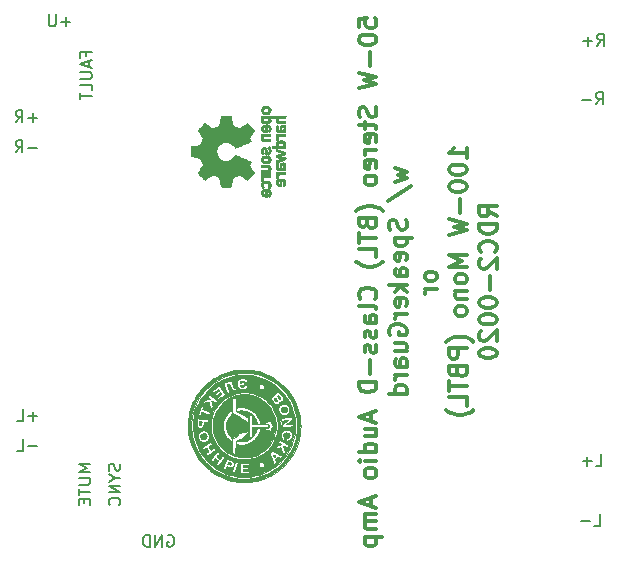
<source format=gbr>
G04 #@! TF.FileFunction,Legend,Bot*
%FSLAX46Y46*%
G04 Gerber Fmt 4.6, Leading zero omitted, Abs format (unit mm)*
G04 Created by KiCad (PCBNEW 4.0.5) date 04/25/17 13:15:45*
%MOMM*%
%LPD*%
G01*
G04 APERTURE LIST*
%ADD10C,0.100000*%
%ADD11C,0.300000*%
%ADD12C,0.150000*%
%ADD13C,0.010000*%
G04 APERTURE END LIST*
D10*
D11*
X156511571Y-54755573D02*
X156511571Y-54041287D01*
X157225857Y-53969858D01*
X157154429Y-54041287D01*
X157083000Y-54184144D01*
X157083000Y-54541287D01*
X157154429Y-54684144D01*
X157225857Y-54755573D01*
X157368714Y-54827001D01*
X157725857Y-54827001D01*
X157868714Y-54755573D01*
X157940143Y-54684144D01*
X158011571Y-54541287D01*
X158011571Y-54184144D01*
X157940143Y-54041287D01*
X157868714Y-53969858D01*
X156511571Y-55755572D02*
X156511571Y-55898429D01*
X156583000Y-56041286D01*
X156654429Y-56112715D01*
X156797286Y-56184144D01*
X157083000Y-56255572D01*
X157440143Y-56255572D01*
X157725857Y-56184144D01*
X157868714Y-56112715D01*
X157940143Y-56041286D01*
X158011571Y-55898429D01*
X158011571Y-55755572D01*
X157940143Y-55612715D01*
X157868714Y-55541286D01*
X157725857Y-55469858D01*
X157440143Y-55398429D01*
X157083000Y-55398429D01*
X156797286Y-55469858D01*
X156654429Y-55541286D01*
X156583000Y-55612715D01*
X156511571Y-55755572D01*
X157440143Y-56898429D02*
X157440143Y-58041286D01*
X156511571Y-58612715D02*
X158011571Y-58969858D01*
X156940143Y-59255572D01*
X158011571Y-59541286D01*
X156511571Y-59898429D01*
X157940143Y-61541286D02*
X158011571Y-61755572D01*
X158011571Y-62112715D01*
X157940143Y-62255572D01*
X157868714Y-62327001D01*
X157725857Y-62398429D01*
X157583000Y-62398429D01*
X157440143Y-62327001D01*
X157368714Y-62255572D01*
X157297286Y-62112715D01*
X157225857Y-61827001D01*
X157154429Y-61684143D01*
X157083000Y-61612715D01*
X156940143Y-61541286D01*
X156797286Y-61541286D01*
X156654429Y-61612715D01*
X156583000Y-61684143D01*
X156511571Y-61827001D01*
X156511571Y-62184143D01*
X156583000Y-62398429D01*
X157011571Y-62827000D02*
X157011571Y-63398429D01*
X156511571Y-63041286D02*
X157797286Y-63041286D01*
X157940143Y-63112714D01*
X158011571Y-63255572D01*
X158011571Y-63398429D01*
X157940143Y-64469857D02*
X158011571Y-64327000D01*
X158011571Y-64041286D01*
X157940143Y-63898429D01*
X157797286Y-63827000D01*
X157225857Y-63827000D01*
X157083000Y-63898429D01*
X157011571Y-64041286D01*
X157011571Y-64327000D01*
X157083000Y-64469857D01*
X157225857Y-64541286D01*
X157368714Y-64541286D01*
X157511571Y-63827000D01*
X158011571Y-65184143D02*
X157011571Y-65184143D01*
X157297286Y-65184143D02*
X157154429Y-65255571D01*
X157083000Y-65327000D01*
X157011571Y-65469857D01*
X157011571Y-65612714D01*
X157940143Y-66684142D02*
X158011571Y-66541285D01*
X158011571Y-66255571D01*
X157940143Y-66112714D01*
X157797286Y-66041285D01*
X157225857Y-66041285D01*
X157083000Y-66112714D01*
X157011571Y-66255571D01*
X157011571Y-66541285D01*
X157083000Y-66684142D01*
X157225857Y-66755571D01*
X157368714Y-66755571D01*
X157511571Y-66041285D01*
X158011571Y-67612714D02*
X157940143Y-67469856D01*
X157868714Y-67398428D01*
X157725857Y-67326999D01*
X157297286Y-67326999D01*
X157154429Y-67398428D01*
X157083000Y-67469856D01*
X157011571Y-67612714D01*
X157011571Y-67826999D01*
X157083000Y-67969856D01*
X157154429Y-68041285D01*
X157297286Y-68112714D01*
X157725857Y-68112714D01*
X157868714Y-68041285D01*
X157940143Y-67969856D01*
X158011571Y-67826999D01*
X158011571Y-67612714D01*
X158583000Y-70326999D02*
X158511571Y-70255571D01*
X158297286Y-70112714D01*
X158154429Y-70041285D01*
X157940143Y-69969856D01*
X157583000Y-69898428D01*
X157297286Y-69898428D01*
X156940143Y-69969856D01*
X156725857Y-70041285D01*
X156583000Y-70112714D01*
X156368714Y-70255571D01*
X156297286Y-70326999D01*
X157225857Y-71398428D02*
X157297286Y-71612714D01*
X157368714Y-71684142D01*
X157511571Y-71755571D01*
X157725857Y-71755571D01*
X157868714Y-71684142D01*
X157940143Y-71612714D01*
X158011571Y-71469856D01*
X158011571Y-70898428D01*
X156511571Y-70898428D01*
X156511571Y-71398428D01*
X156583000Y-71541285D01*
X156654429Y-71612714D01*
X156797286Y-71684142D01*
X156940143Y-71684142D01*
X157083000Y-71612714D01*
X157154429Y-71541285D01*
X157225857Y-71398428D01*
X157225857Y-70898428D01*
X156511571Y-72184142D02*
X156511571Y-73041285D01*
X158011571Y-72612714D02*
X156511571Y-72612714D01*
X158011571Y-74255571D02*
X158011571Y-73541285D01*
X156511571Y-73541285D01*
X158583000Y-74612714D02*
X158511571Y-74684142D01*
X158297286Y-74826999D01*
X158154429Y-74898428D01*
X157940143Y-74969857D01*
X157583000Y-75041285D01*
X157297286Y-75041285D01*
X156940143Y-74969857D01*
X156725857Y-74898428D01*
X156583000Y-74826999D01*
X156368714Y-74684142D01*
X156297286Y-74612714D01*
X157868714Y-77755571D02*
X157940143Y-77684142D01*
X158011571Y-77469856D01*
X158011571Y-77326999D01*
X157940143Y-77112714D01*
X157797286Y-76969856D01*
X157654429Y-76898428D01*
X157368714Y-76826999D01*
X157154429Y-76826999D01*
X156868714Y-76898428D01*
X156725857Y-76969856D01*
X156583000Y-77112714D01*
X156511571Y-77326999D01*
X156511571Y-77469856D01*
X156583000Y-77684142D01*
X156654429Y-77755571D01*
X158011571Y-78612714D02*
X157940143Y-78469856D01*
X157797286Y-78398428D01*
X156511571Y-78398428D01*
X158011571Y-79826999D02*
X157225857Y-79826999D01*
X157083000Y-79755570D01*
X157011571Y-79612713D01*
X157011571Y-79326999D01*
X157083000Y-79184142D01*
X157940143Y-79826999D02*
X158011571Y-79684142D01*
X158011571Y-79326999D01*
X157940143Y-79184142D01*
X157797286Y-79112713D01*
X157654429Y-79112713D01*
X157511571Y-79184142D01*
X157440143Y-79326999D01*
X157440143Y-79684142D01*
X157368714Y-79826999D01*
X157940143Y-80469856D02*
X158011571Y-80612713D01*
X158011571Y-80898428D01*
X157940143Y-81041285D01*
X157797286Y-81112713D01*
X157725857Y-81112713D01*
X157583000Y-81041285D01*
X157511571Y-80898428D01*
X157511571Y-80684142D01*
X157440143Y-80541285D01*
X157297286Y-80469856D01*
X157225857Y-80469856D01*
X157083000Y-80541285D01*
X157011571Y-80684142D01*
X157011571Y-80898428D01*
X157083000Y-81041285D01*
X157940143Y-81684142D02*
X158011571Y-81826999D01*
X158011571Y-82112714D01*
X157940143Y-82255571D01*
X157797286Y-82326999D01*
X157725857Y-82326999D01*
X157583000Y-82255571D01*
X157511571Y-82112714D01*
X157511571Y-81898428D01*
X157440143Y-81755571D01*
X157297286Y-81684142D01*
X157225857Y-81684142D01*
X157083000Y-81755571D01*
X157011571Y-81898428D01*
X157011571Y-82112714D01*
X157083000Y-82255571D01*
X157440143Y-82969857D02*
X157440143Y-84112714D01*
X158011571Y-84827000D02*
X156511571Y-84827000D01*
X156511571Y-85184143D01*
X156583000Y-85398428D01*
X156725857Y-85541286D01*
X156868714Y-85612714D01*
X157154429Y-85684143D01*
X157368714Y-85684143D01*
X157654429Y-85612714D01*
X157797286Y-85541286D01*
X157940143Y-85398428D01*
X158011571Y-85184143D01*
X158011571Y-84827000D01*
X157583000Y-87398428D02*
X157583000Y-88112714D01*
X158011571Y-87255571D02*
X156511571Y-87755571D01*
X158011571Y-88255571D01*
X157011571Y-89398428D02*
X158011571Y-89398428D01*
X157011571Y-88755571D02*
X157797286Y-88755571D01*
X157940143Y-88826999D01*
X158011571Y-88969857D01*
X158011571Y-89184142D01*
X157940143Y-89326999D01*
X157868714Y-89398428D01*
X158011571Y-90755571D02*
X156511571Y-90755571D01*
X157940143Y-90755571D02*
X158011571Y-90612714D01*
X158011571Y-90327000D01*
X157940143Y-90184142D01*
X157868714Y-90112714D01*
X157725857Y-90041285D01*
X157297286Y-90041285D01*
X157154429Y-90112714D01*
X157083000Y-90184142D01*
X157011571Y-90327000D01*
X157011571Y-90612714D01*
X157083000Y-90755571D01*
X158011571Y-91469857D02*
X157011571Y-91469857D01*
X156511571Y-91469857D02*
X156583000Y-91398428D01*
X156654429Y-91469857D01*
X156583000Y-91541285D01*
X156511571Y-91469857D01*
X156654429Y-91469857D01*
X158011571Y-92398429D02*
X157940143Y-92255571D01*
X157868714Y-92184143D01*
X157725857Y-92112714D01*
X157297286Y-92112714D01*
X157154429Y-92184143D01*
X157083000Y-92255571D01*
X157011571Y-92398429D01*
X157011571Y-92612714D01*
X157083000Y-92755571D01*
X157154429Y-92827000D01*
X157297286Y-92898429D01*
X157725857Y-92898429D01*
X157868714Y-92827000D01*
X157940143Y-92755571D01*
X158011571Y-92612714D01*
X158011571Y-92398429D01*
X157583000Y-94612714D02*
X157583000Y-95327000D01*
X158011571Y-94469857D02*
X156511571Y-94969857D01*
X158011571Y-95469857D01*
X158011571Y-95969857D02*
X157011571Y-95969857D01*
X157154429Y-95969857D02*
X157083000Y-96041285D01*
X157011571Y-96184143D01*
X157011571Y-96398428D01*
X157083000Y-96541285D01*
X157225857Y-96612714D01*
X158011571Y-96612714D01*
X157225857Y-96612714D02*
X157083000Y-96684143D01*
X157011571Y-96827000D01*
X157011571Y-97041285D01*
X157083000Y-97184143D01*
X157225857Y-97255571D01*
X158011571Y-97255571D01*
X157011571Y-97969857D02*
X158511571Y-97969857D01*
X157083000Y-97969857D02*
X157011571Y-98112714D01*
X157011571Y-98398428D01*
X157083000Y-98541285D01*
X157154429Y-98612714D01*
X157297286Y-98684143D01*
X157725857Y-98684143D01*
X157868714Y-98612714D01*
X157940143Y-98541285D01*
X158011571Y-98398428D01*
X158011571Y-98112714D01*
X157940143Y-97969857D01*
X159561571Y-66719858D02*
X160561571Y-67005572D01*
X159847286Y-67291286D01*
X160561571Y-67577001D01*
X159561571Y-67862715D01*
X158990143Y-69505572D02*
X160918714Y-68219858D01*
X160490143Y-71077001D02*
X160561571Y-71291287D01*
X160561571Y-71648430D01*
X160490143Y-71791287D01*
X160418714Y-71862716D01*
X160275857Y-71934144D01*
X160133000Y-71934144D01*
X159990143Y-71862716D01*
X159918714Y-71791287D01*
X159847286Y-71648430D01*
X159775857Y-71362716D01*
X159704429Y-71219858D01*
X159633000Y-71148430D01*
X159490143Y-71077001D01*
X159347286Y-71077001D01*
X159204429Y-71148430D01*
X159133000Y-71219858D01*
X159061571Y-71362716D01*
X159061571Y-71719858D01*
X159133000Y-71934144D01*
X159561571Y-72577001D02*
X161061571Y-72577001D01*
X159633000Y-72577001D02*
X159561571Y-72719858D01*
X159561571Y-73005572D01*
X159633000Y-73148429D01*
X159704429Y-73219858D01*
X159847286Y-73291287D01*
X160275857Y-73291287D01*
X160418714Y-73219858D01*
X160490143Y-73148429D01*
X160561571Y-73005572D01*
X160561571Y-72719858D01*
X160490143Y-72577001D01*
X160490143Y-74505572D02*
X160561571Y-74362715D01*
X160561571Y-74077001D01*
X160490143Y-73934144D01*
X160347286Y-73862715D01*
X159775857Y-73862715D01*
X159633000Y-73934144D01*
X159561571Y-74077001D01*
X159561571Y-74362715D01*
X159633000Y-74505572D01*
X159775857Y-74577001D01*
X159918714Y-74577001D01*
X160061571Y-73862715D01*
X160561571Y-75862715D02*
X159775857Y-75862715D01*
X159633000Y-75791286D01*
X159561571Y-75648429D01*
X159561571Y-75362715D01*
X159633000Y-75219858D01*
X160490143Y-75862715D02*
X160561571Y-75719858D01*
X160561571Y-75362715D01*
X160490143Y-75219858D01*
X160347286Y-75148429D01*
X160204429Y-75148429D01*
X160061571Y-75219858D01*
X159990143Y-75362715D01*
X159990143Y-75719858D01*
X159918714Y-75862715D01*
X160561571Y-76577001D02*
X159061571Y-76577001D01*
X159990143Y-76719858D02*
X160561571Y-77148429D01*
X159561571Y-77148429D02*
X160133000Y-76577001D01*
X160490143Y-78362715D02*
X160561571Y-78219858D01*
X160561571Y-77934144D01*
X160490143Y-77791287D01*
X160347286Y-77719858D01*
X159775857Y-77719858D01*
X159633000Y-77791287D01*
X159561571Y-77934144D01*
X159561571Y-78219858D01*
X159633000Y-78362715D01*
X159775857Y-78434144D01*
X159918714Y-78434144D01*
X160061571Y-77719858D01*
X160561571Y-79077001D02*
X159561571Y-79077001D01*
X159847286Y-79077001D02*
X159704429Y-79148429D01*
X159633000Y-79219858D01*
X159561571Y-79362715D01*
X159561571Y-79505572D01*
X159133000Y-80791286D02*
X159061571Y-80648429D01*
X159061571Y-80434143D01*
X159133000Y-80219858D01*
X159275857Y-80077000D01*
X159418714Y-80005572D01*
X159704429Y-79934143D01*
X159918714Y-79934143D01*
X160204429Y-80005572D01*
X160347286Y-80077000D01*
X160490143Y-80219858D01*
X160561571Y-80434143D01*
X160561571Y-80577000D01*
X160490143Y-80791286D01*
X160418714Y-80862715D01*
X159918714Y-80862715D01*
X159918714Y-80577000D01*
X159561571Y-82148429D02*
X160561571Y-82148429D01*
X159561571Y-81505572D02*
X160347286Y-81505572D01*
X160490143Y-81577000D01*
X160561571Y-81719858D01*
X160561571Y-81934143D01*
X160490143Y-82077000D01*
X160418714Y-82148429D01*
X160561571Y-83505572D02*
X159775857Y-83505572D01*
X159633000Y-83434143D01*
X159561571Y-83291286D01*
X159561571Y-83005572D01*
X159633000Y-82862715D01*
X160490143Y-83505572D02*
X160561571Y-83362715D01*
X160561571Y-83005572D01*
X160490143Y-82862715D01*
X160347286Y-82791286D01*
X160204429Y-82791286D01*
X160061571Y-82862715D01*
X159990143Y-83005572D01*
X159990143Y-83362715D01*
X159918714Y-83505572D01*
X160561571Y-84219858D02*
X159561571Y-84219858D01*
X159847286Y-84219858D02*
X159704429Y-84291286D01*
X159633000Y-84362715D01*
X159561571Y-84505572D01*
X159561571Y-84648429D01*
X160561571Y-85791286D02*
X159061571Y-85791286D01*
X160490143Y-85791286D02*
X160561571Y-85648429D01*
X160561571Y-85362715D01*
X160490143Y-85219857D01*
X160418714Y-85148429D01*
X160275857Y-85077000D01*
X159847286Y-85077000D01*
X159704429Y-85148429D01*
X159633000Y-85219857D01*
X159561571Y-85362715D01*
X159561571Y-85648429D01*
X159633000Y-85791286D01*
X163111571Y-75755572D02*
X163040143Y-75612714D01*
X162968714Y-75541286D01*
X162825857Y-75469857D01*
X162397286Y-75469857D01*
X162254429Y-75541286D01*
X162183000Y-75612714D01*
X162111571Y-75755572D01*
X162111571Y-75969857D01*
X162183000Y-76112714D01*
X162254429Y-76184143D01*
X162397286Y-76255572D01*
X162825857Y-76255572D01*
X162968714Y-76184143D01*
X163040143Y-76112714D01*
X163111571Y-75969857D01*
X163111571Y-75755572D01*
X163111571Y-76898429D02*
X162111571Y-76898429D01*
X162397286Y-76898429D02*
X162254429Y-76969857D01*
X162183000Y-77041286D01*
X162111571Y-77184143D01*
X162111571Y-77327000D01*
X165661571Y-65827000D02*
X165661571Y-64969857D01*
X165661571Y-65398429D02*
X164161571Y-65398429D01*
X164375857Y-65255572D01*
X164518714Y-65112714D01*
X164590143Y-64969857D01*
X164161571Y-66755571D02*
X164161571Y-66898428D01*
X164233000Y-67041285D01*
X164304429Y-67112714D01*
X164447286Y-67184143D01*
X164733000Y-67255571D01*
X165090143Y-67255571D01*
X165375857Y-67184143D01*
X165518714Y-67112714D01*
X165590143Y-67041285D01*
X165661571Y-66898428D01*
X165661571Y-66755571D01*
X165590143Y-66612714D01*
X165518714Y-66541285D01*
X165375857Y-66469857D01*
X165090143Y-66398428D01*
X164733000Y-66398428D01*
X164447286Y-66469857D01*
X164304429Y-66541285D01*
X164233000Y-66612714D01*
X164161571Y-66755571D01*
X164161571Y-68184142D02*
X164161571Y-68326999D01*
X164233000Y-68469856D01*
X164304429Y-68541285D01*
X164447286Y-68612714D01*
X164733000Y-68684142D01*
X165090143Y-68684142D01*
X165375857Y-68612714D01*
X165518714Y-68541285D01*
X165590143Y-68469856D01*
X165661571Y-68326999D01*
X165661571Y-68184142D01*
X165590143Y-68041285D01*
X165518714Y-67969856D01*
X165375857Y-67898428D01*
X165090143Y-67826999D01*
X164733000Y-67826999D01*
X164447286Y-67898428D01*
X164304429Y-67969856D01*
X164233000Y-68041285D01*
X164161571Y-68184142D01*
X165090143Y-69326999D02*
X165090143Y-70469856D01*
X164161571Y-71041285D02*
X165661571Y-71398428D01*
X164590143Y-71684142D01*
X165661571Y-71969856D01*
X164161571Y-72326999D01*
X165661571Y-74041285D02*
X164161571Y-74041285D01*
X165233000Y-74541285D01*
X164161571Y-75041285D01*
X165661571Y-75041285D01*
X165661571Y-75969857D02*
X165590143Y-75826999D01*
X165518714Y-75755571D01*
X165375857Y-75684142D01*
X164947286Y-75684142D01*
X164804429Y-75755571D01*
X164733000Y-75826999D01*
X164661571Y-75969857D01*
X164661571Y-76184142D01*
X164733000Y-76326999D01*
X164804429Y-76398428D01*
X164947286Y-76469857D01*
X165375857Y-76469857D01*
X165518714Y-76398428D01*
X165590143Y-76326999D01*
X165661571Y-76184142D01*
X165661571Y-75969857D01*
X164661571Y-77112714D02*
X165661571Y-77112714D01*
X164804429Y-77112714D02*
X164733000Y-77184142D01*
X164661571Y-77327000D01*
X164661571Y-77541285D01*
X164733000Y-77684142D01*
X164875857Y-77755571D01*
X165661571Y-77755571D01*
X165661571Y-78684143D02*
X165590143Y-78541285D01*
X165518714Y-78469857D01*
X165375857Y-78398428D01*
X164947286Y-78398428D01*
X164804429Y-78469857D01*
X164733000Y-78541285D01*
X164661571Y-78684143D01*
X164661571Y-78898428D01*
X164733000Y-79041285D01*
X164804429Y-79112714D01*
X164947286Y-79184143D01*
X165375857Y-79184143D01*
X165518714Y-79112714D01*
X165590143Y-79041285D01*
X165661571Y-78898428D01*
X165661571Y-78684143D01*
X166233000Y-81398428D02*
X166161571Y-81327000D01*
X165947286Y-81184143D01*
X165804429Y-81112714D01*
X165590143Y-81041285D01*
X165233000Y-80969857D01*
X164947286Y-80969857D01*
X164590143Y-81041285D01*
X164375857Y-81112714D01*
X164233000Y-81184143D01*
X164018714Y-81327000D01*
X163947286Y-81398428D01*
X165661571Y-81969857D02*
X164161571Y-81969857D01*
X164161571Y-82541285D01*
X164233000Y-82684143D01*
X164304429Y-82755571D01*
X164447286Y-82827000D01*
X164661571Y-82827000D01*
X164804429Y-82755571D01*
X164875857Y-82684143D01*
X164947286Y-82541285D01*
X164947286Y-81969857D01*
X164875857Y-83969857D02*
X164947286Y-84184143D01*
X165018714Y-84255571D01*
X165161571Y-84327000D01*
X165375857Y-84327000D01*
X165518714Y-84255571D01*
X165590143Y-84184143D01*
X165661571Y-84041285D01*
X165661571Y-83469857D01*
X164161571Y-83469857D01*
X164161571Y-83969857D01*
X164233000Y-84112714D01*
X164304429Y-84184143D01*
X164447286Y-84255571D01*
X164590143Y-84255571D01*
X164733000Y-84184143D01*
X164804429Y-84112714D01*
X164875857Y-83969857D01*
X164875857Y-83469857D01*
X164161571Y-84755571D02*
X164161571Y-85612714D01*
X165661571Y-85184143D02*
X164161571Y-85184143D01*
X165661571Y-86827000D02*
X165661571Y-86112714D01*
X164161571Y-86112714D01*
X166233000Y-87184143D02*
X166161571Y-87255571D01*
X165947286Y-87398428D01*
X165804429Y-87469857D01*
X165590143Y-87541286D01*
X165233000Y-87612714D01*
X164947286Y-87612714D01*
X164590143Y-87541286D01*
X164375857Y-87469857D01*
X164233000Y-87398428D01*
X164018714Y-87255571D01*
X163947286Y-87184143D01*
X168211571Y-70791287D02*
X167497286Y-70291287D01*
X168211571Y-69934144D02*
X166711571Y-69934144D01*
X166711571Y-70505572D01*
X166783000Y-70648430D01*
X166854429Y-70719858D01*
X166997286Y-70791287D01*
X167211571Y-70791287D01*
X167354429Y-70719858D01*
X167425857Y-70648430D01*
X167497286Y-70505572D01*
X167497286Y-69934144D01*
X168211571Y-71434144D02*
X166711571Y-71434144D01*
X166711571Y-71791287D01*
X166783000Y-72005572D01*
X166925857Y-72148430D01*
X167068714Y-72219858D01*
X167354429Y-72291287D01*
X167568714Y-72291287D01*
X167854429Y-72219858D01*
X167997286Y-72148430D01*
X168140143Y-72005572D01*
X168211571Y-71791287D01*
X168211571Y-71434144D01*
X168068714Y-73791287D02*
X168140143Y-73719858D01*
X168211571Y-73505572D01*
X168211571Y-73362715D01*
X168140143Y-73148430D01*
X167997286Y-73005572D01*
X167854429Y-72934144D01*
X167568714Y-72862715D01*
X167354429Y-72862715D01*
X167068714Y-72934144D01*
X166925857Y-73005572D01*
X166783000Y-73148430D01*
X166711571Y-73362715D01*
X166711571Y-73505572D01*
X166783000Y-73719858D01*
X166854429Y-73791287D01*
X166854429Y-74362715D02*
X166783000Y-74434144D01*
X166711571Y-74577001D01*
X166711571Y-74934144D01*
X166783000Y-75077001D01*
X166854429Y-75148430D01*
X166997286Y-75219858D01*
X167140143Y-75219858D01*
X167354429Y-75148430D01*
X168211571Y-74291287D01*
X168211571Y-75219858D01*
X167640143Y-75862715D02*
X167640143Y-77005572D01*
X166711571Y-78005572D02*
X166711571Y-78148429D01*
X166783000Y-78291286D01*
X166854429Y-78362715D01*
X166997286Y-78434144D01*
X167283000Y-78505572D01*
X167640143Y-78505572D01*
X167925857Y-78434144D01*
X168068714Y-78362715D01*
X168140143Y-78291286D01*
X168211571Y-78148429D01*
X168211571Y-78005572D01*
X168140143Y-77862715D01*
X168068714Y-77791286D01*
X167925857Y-77719858D01*
X167640143Y-77648429D01*
X167283000Y-77648429D01*
X166997286Y-77719858D01*
X166854429Y-77791286D01*
X166783000Y-77862715D01*
X166711571Y-78005572D01*
X166711571Y-79434143D02*
X166711571Y-79577000D01*
X166783000Y-79719857D01*
X166854429Y-79791286D01*
X166997286Y-79862715D01*
X167283000Y-79934143D01*
X167640143Y-79934143D01*
X167925857Y-79862715D01*
X168068714Y-79791286D01*
X168140143Y-79719857D01*
X168211571Y-79577000D01*
X168211571Y-79434143D01*
X168140143Y-79291286D01*
X168068714Y-79219857D01*
X167925857Y-79148429D01*
X167640143Y-79077000D01*
X167283000Y-79077000D01*
X166997286Y-79148429D01*
X166854429Y-79219857D01*
X166783000Y-79291286D01*
X166711571Y-79434143D01*
X166854429Y-80505571D02*
X166783000Y-80577000D01*
X166711571Y-80719857D01*
X166711571Y-81077000D01*
X166783000Y-81219857D01*
X166854429Y-81291286D01*
X166997286Y-81362714D01*
X167140143Y-81362714D01*
X167354429Y-81291286D01*
X168211571Y-80434143D01*
X168211571Y-81362714D01*
X166711571Y-82291285D02*
X166711571Y-82434142D01*
X166783000Y-82576999D01*
X166854429Y-82648428D01*
X166997286Y-82719857D01*
X167283000Y-82791285D01*
X167640143Y-82791285D01*
X167925857Y-82719857D01*
X168068714Y-82648428D01*
X168140143Y-82576999D01*
X168211571Y-82434142D01*
X168211571Y-82291285D01*
X168140143Y-82148428D01*
X168068714Y-82076999D01*
X167925857Y-82005571D01*
X167640143Y-81934142D01*
X167283000Y-81934142D01*
X166997286Y-82005571D01*
X166854429Y-82076999D01*
X166783000Y-82148428D01*
X166711571Y-82291285D01*
D12*
X140334904Y-97798000D02*
X140430142Y-97750381D01*
X140572999Y-97750381D01*
X140715857Y-97798000D01*
X140811095Y-97893238D01*
X140858714Y-97988476D01*
X140906333Y-98178952D01*
X140906333Y-98321810D01*
X140858714Y-98512286D01*
X140811095Y-98607524D01*
X140715857Y-98702762D01*
X140572999Y-98750381D01*
X140477761Y-98750381D01*
X140334904Y-98702762D01*
X140287285Y-98655143D01*
X140287285Y-98321810D01*
X140477761Y-98321810D01*
X139858714Y-98750381D02*
X139858714Y-97750381D01*
X139287285Y-98750381D01*
X139287285Y-97750381D01*
X138811095Y-98750381D02*
X138811095Y-97750381D01*
X138573000Y-97750381D01*
X138430142Y-97798000D01*
X138334904Y-97893238D01*
X138287285Y-97988476D01*
X138239666Y-98178952D01*
X138239666Y-98321810D01*
X138287285Y-98512286D01*
X138334904Y-98607524D01*
X138430142Y-98702762D01*
X138573000Y-98750381D01*
X138811095Y-98750381D01*
X132095762Y-54300429D02*
X131333857Y-54300429D01*
X131714809Y-54681381D02*
X131714809Y-53919476D01*
X130857667Y-53681381D02*
X130857667Y-54490905D01*
X130810048Y-54586143D01*
X130762429Y-54633762D01*
X130667191Y-54681381D01*
X130476714Y-54681381D01*
X130381476Y-54633762D01*
X130333857Y-54586143D01*
X130286238Y-54490905D01*
X130286238Y-53681381D01*
X176585523Y-61285381D02*
X176918857Y-60809190D01*
X177156952Y-61285381D02*
X177156952Y-60285381D01*
X176775999Y-60285381D01*
X176680761Y-60333000D01*
X176633142Y-60380619D01*
X176585523Y-60475857D01*
X176585523Y-60618714D01*
X176633142Y-60713952D01*
X176680761Y-60761571D01*
X176775999Y-60809190D01*
X177156952Y-60809190D01*
X176156952Y-60904429D02*
X175395047Y-60904429D01*
X176712523Y-56332381D02*
X177045857Y-55856190D01*
X177283952Y-56332381D02*
X177283952Y-55332381D01*
X176902999Y-55332381D01*
X176807761Y-55380000D01*
X176760142Y-55427619D01*
X176712523Y-55522857D01*
X176712523Y-55665714D01*
X176760142Y-55760952D01*
X176807761Y-55808571D01*
X176902999Y-55856190D01*
X177283952Y-55856190D01*
X176283952Y-55951429D02*
X175522047Y-55951429D01*
X175902999Y-56332381D02*
X175902999Y-55570476D01*
X176458523Y-96972381D02*
X176934714Y-96972381D01*
X176934714Y-95972381D01*
X176125190Y-96591429D02*
X175363285Y-96591429D01*
X176585523Y-91892381D02*
X177061714Y-91892381D01*
X177061714Y-90892381D01*
X176252190Y-91511429D02*
X175490285Y-91511429D01*
X175871237Y-91892381D02*
X175871237Y-91130476D01*
X136294762Y-91733905D02*
X136342381Y-91876762D01*
X136342381Y-92114858D01*
X136294762Y-92210096D01*
X136247143Y-92257715D01*
X136151905Y-92305334D01*
X136056667Y-92305334D01*
X135961429Y-92257715D01*
X135913810Y-92210096D01*
X135866190Y-92114858D01*
X135818571Y-91924381D01*
X135770952Y-91829143D01*
X135723333Y-91781524D01*
X135628095Y-91733905D01*
X135532857Y-91733905D01*
X135437619Y-91781524D01*
X135390000Y-91829143D01*
X135342381Y-91924381D01*
X135342381Y-92162477D01*
X135390000Y-92305334D01*
X135866190Y-92924381D02*
X136342381Y-92924381D01*
X135342381Y-92591048D02*
X135866190Y-92924381D01*
X135342381Y-93257715D01*
X136342381Y-93591048D02*
X135342381Y-93591048D01*
X136342381Y-94162477D01*
X135342381Y-94162477D01*
X136247143Y-95210096D02*
X136294762Y-95162477D01*
X136342381Y-95019620D01*
X136342381Y-94924382D01*
X136294762Y-94781524D01*
X136199524Y-94686286D01*
X136104286Y-94638667D01*
X135913810Y-94591048D01*
X135770952Y-94591048D01*
X135580476Y-94638667D01*
X135485238Y-94686286D01*
X135390000Y-94781524D01*
X135342381Y-94924382D01*
X135342381Y-95019620D01*
X135390000Y-95162477D01*
X135437619Y-95210096D01*
X133802381Y-91781524D02*
X132802381Y-91781524D01*
X133516667Y-92114858D01*
X132802381Y-92448191D01*
X133802381Y-92448191D01*
X132802381Y-92924381D02*
X133611905Y-92924381D01*
X133707143Y-92972000D01*
X133754762Y-93019619D01*
X133802381Y-93114857D01*
X133802381Y-93305334D01*
X133754762Y-93400572D01*
X133707143Y-93448191D01*
X133611905Y-93495810D01*
X132802381Y-93495810D01*
X132802381Y-93829143D02*
X132802381Y-94400572D01*
X133802381Y-94114857D02*
X132802381Y-94114857D01*
X133278571Y-94733905D02*
X133278571Y-95067239D01*
X133802381Y-95210096D02*
X133802381Y-94733905D01*
X132802381Y-94733905D01*
X132802381Y-95210096D01*
X129309714Y-90241429D02*
X128547809Y-90241429D01*
X127595428Y-90622381D02*
X128071619Y-90622381D01*
X128071619Y-89622381D01*
X129309714Y-87701429D02*
X128547809Y-87701429D01*
X128928761Y-88082381D02*
X128928761Y-87320476D01*
X127595428Y-88082381D02*
X128071619Y-88082381D01*
X128071619Y-87082381D01*
X129277952Y-64968429D02*
X128516047Y-64968429D01*
X127468428Y-65349381D02*
X127801762Y-64873190D01*
X128039857Y-65349381D02*
X128039857Y-64349381D01*
X127658904Y-64349381D01*
X127563666Y-64397000D01*
X127516047Y-64444619D01*
X127468428Y-64539857D01*
X127468428Y-64682714D01*
X127516047Y-64777952D01*
X127563666Y-64825571D01*
X127658904Y-64873190D01*
X128039857Y-64873190D01*
X129277952Y-62428429D02*
X128516047Y-62428429D01*
X128896999Y-62809381D02*
X128896999Y-62047476D01*
X127468428Y-62809381D02*
X127801762Y-62333190D01*
X128039857Y-62809381D02*
X128039857Y-61809381D01*
X127658904Y-61809381D01*
X127563666Y-61857000D01*
X127516047Y-61904619D01*
X127468428Y-61999857D01*
X127468428Y-62142714D01*
X127516047Y-62237952D01*
X127563666Y-62285571D01*
X127658904Y-62333190D01*
X128039857Y-62333190D01*
X133405571Y-57205762D02*
X133405571Y-56872428D01*
X133929381Y-56872428D02*
X132929381Y-56872428D01*
X132929381Y-57348619D01*
X133643667Y-57681952D02*
X133643667Y-58158143D01*
X133929381Y-57586714D02*
X132929381Y-57920047D01*
X133929381Y-58253381D01*
X132929381Y-58586714D02*
X133738905Y-58586714D01*
X133834143Y-58634333D01*
X133881762Y-58681952D01*
X133929381Y-58777190D01*
X133929381Y-58967667D01*
X133881762Y-59062905D01*
X133834143Y-59110524D01*
X133738905Y-59158143D01*
X132929381Y-59158143D01*
X133929381Y-60110524D02*
X133929381Y-59634333D01*
X132929381Y-59634333D01*
X132929381Y-60301000D02*
X132929381Y-60872429D01*
X133929381Y-60586714D02*
X132929381Y-60586714D01*
D13*
G36*
X142059006Y-88709832D02*
X142067028Y-88881193D01*
X142080890Y-89045630D01*
X142101055Y-89207501D01*
X142127990Y-89371162D01*
X142162158Y-89540967D01*
X142166776Y-89562006D01*
X142234181Y-89828914D01*
X142316949Y-90090761D01*
X142414662Y-90346897D01*
X142526900Y-90596674D01*
X142653246Y-90839446D01*
X142793280Y-91074563D01*
X142946585Y-91301377D01*
X143112741Y-91519241D01*
X143291331Y-91727507D01*
X143481934Y-91925525D01*
X143684134Y-92112650D01*
X143897512Y-92288231D01*
X143956548Y-92333247D01*
X144186651Y-92495839D01*
X144423565Y-92643537D01*
X144667159Y-92776289D01*
X144917304Y-92894045D01*
X145173868Y-92996754D01*
X145436721Y-93084367D01*
X145705733Y-93156831D01*
X145980774Y-93214097D01*
X146261713Y-93256114D01*
X146366537Y-93267726D01*
X146435500Y-93273432D01*
X146517068Y-93278159D01*
X146607482Y-93281844D01*
X146702984Y-93284421D01*
X146799818Y-93285827D01*
X146894226Y-93285995D01*
X146982450Y-93284862D01*
X147060733Y-93282362D01*
X147098774Y-93280345D01*
X147379943Y-93255125D01*
X147654141Y-93215231D01*
X147921912Y-93160548D01*
X148183803Y-93090964D01*
X148440359Y-93006366D01*
X148469546Y-92995669D01*
X148726313Y-92892026D01*
X148975014Y-92774496D01*
X149215212Y-92643607D01*
X149446467Y-92499887D01*
X149668341Y-92343864D01*
X149880395Y-92176064D01*
X150082191Y-91997016D01*
X150273290Y-91807246D01*
X150453253Y-91607282D01*
X150621642Y-91397652D01*
X150778018Y-91178884D01*
X150921942Y-90951504D01*
X151052975Y-90716040D01*
X151170680Y-90473020D01*
X151274617Y-90222971D01*
X151364348Y-89966421D01*
X151439434Y-89703898D01*
X151499436Y-89435928D01*
X151518883Y-89328702D01*
X151554010Y-89080382D01*
X151576513Y-88826672D01*
X151586130Y-88572119D01*
X151582603Y-88321274D01*
X151579800Y-88262637D01*
X151556672Y-87985923D01*
X151517930Y-87713278D01*
X151463957Y-87445223D01*
X151395137Y-87182278D01*
X151311854Y-86924964D01*
X151214492Y-86673801D01*
X151103434Y-86429309D01*
X150979065Y-86192009D01*
X150841768Y-85962421D01*
X150691927Y-85741065D01*
X150529926Y-85528463D01*
X150356148Y-85325133D01*
X150170977Y-85131598D01*
X149974798Y-84948376D01*
X149767993Y-84775989D01*
X149550947Y-84614956D01*
X149324044Y-84465799D01*
X149087666Y-84329037D01*
X148842199Y-84205192D01*
X148588025Y-84094782D01*
X148473337Y-84050521D01*
X148255024Y-83975394D01*
X148034738Y-83911706D01*
X147809606Y-83858796D01*
X147576758Y-83815998D01*
X147333319Y-83782651D01*
X147295419Y-83778390D01*
X147199665Y-83769986D01*
X147091083Y-83764040D01*
X146973042Y-83760523D01*
X146941039Y-83760235D01*
X146941039Y-84040470D01*
X147208867Y-84055587D01*
X147475242Y-84086686D01*
X147739379Y-84133781D01*
X147891627Y-84168523D01*
X148152989Y-84241183D01*
X148407019Y-84328346D01*
X148653992Y-84430152D01*
X148894183Y-84546741D01*
X149127865Y-84678255D01*
X149355316Y-84824832D01*
X149576808Y-84986613D01*
X149716613Y-85099072D01*
X149770475Y-85145751D01*
X149832239Y-85202217D01*
X149899196Y-85265769D01*
X149968640Y-85333704D01*
X150037864Y-85403321D01*
X150104159Y-85471916D01*
X150164819Y-85536789D01*
X150217136Y-85595236D01*
X150237035Y-85618484D01*
X150408444Y-85834361D01*
X150564772Y-86056524D01*
X150706200Y-86285297D01*
X150832913Y-86521003D01*
X150945091Y-86763967D01*
X151042919Y-87014513D01*
X151072954Y-87101516D01*
X151120334Y-87250538D01*
X151161207Y-87395345D01*
X151196185Y-87539086D01*
X151225881Y-87684913D01*
X151250907Y-87835977D01*
X151271876Y-87995429D01*
X151289399Y-88166420D01*
X151296703Y-88252709D01*
X151298369Y-88284352D01*
X151299568Y-88329398D01*
X151300319Y-88384869D01*
X151300637Y-88447789D01*
X151300540Y-88515181D01*
X151300044Y-88584066D01*
X151299166Y-88651469D01*
X151297924Y-88714412D01*
X151296335Y-88769918D01*
X151294415Y-88815009D01*
X151293403Y-88831751D01*
X151266739Y-89099645D01*
X151223865Y-89366074D01*
X151164943Y-89630337D01*
X151090132Y-89891731D01*
X150999594Y-90149555D01*
X150982015Y-90194580D01*
X150952498Y-90265194D01*
X150916089Y-90346126D01*
X150874587Y-90433804D01*
X150829794Y-90524653D01*
X150783508Y-90615101D01*
X150737528Y-90701574D01*
X150693656Y-90780498D01*
X150653689Y-90848300D01*
X150648800Y-90856232D01*
X150535760Y-91031282D01*
X150421342Y-91193523D01*
X150302764Y-91346473D01*
X150177246Y-91493647D01*
X150042005Y-91638565D01*
X149983151Y-91698096D01*
X149784304Y-91884739D01*
X149576227Y-92057957D01*
X149359358Y-92217518D01*
X149134140Y-92363186D01*
X148901010Y-92494727D01*
X148660410Y-92611908D01*
X148412779Y-92714493D01*
X148158557Y-92802248D01*
X147898183Y-92874940D01*
X147684613Y-92922314D01*
X147424183Y-92965341D01*
X147160037Y-92992825D01*
X146893640Y-93004771D01*
X146626458Y-93001183D01*
X146359958Y-92982063D01*
X146095606Y-92947418D01*
X145931193Y-92917694D01*
X145668617Y-92856772D01*
X145411392Y-92780406D01*
X145159809Y-92688736D01*
X144914156Y-92581902D01*
X144674723Y-92460045D01*
X144441799Y-92323307D01*
X144215674Y-92171827D01*
X143996637Y-92005746D01*
X143911484Y-91935605D01*
X143858144Y-91889036D01*
X143797359Y-91833259D01*
X143731861Y-91770996D01*
X143664387Y-91704971D01*
X143597672Y-91637906D01*
X143534450Y-91572524D01*
X143477457Y-91511549D01*
X143429428Y-91457703D01*
X143417808Y-91444096D01*
X143252046Y-91237033D01*
X143100146Y-91025363D01*
X142962762Y-90810103D01*
X142840551Y-90592270D01*
X142751008Y-90410025D01*
X142644494Y-90159538D01*
X142553749Y-89905481D01*
X142478565Y-89647094D01*
X142418732Y-89383617D01*
X142374039Y-89114290D01*
X142358266Y-88986032D01*
X142353261Y-88929703D01*
X142348954Y-88860214D01*
X142345398Y-88780777D01*
X142342642Y-88694605D01*
X142340739Y-88604912D01*
X142339741Y-88514912D01*
X142339698Y-88427817D01*
X142340662Y-88346840D01*
X142342684Y-88275196D01*
X142345816Y-88216097D01*
X142345921Y-88214655D01*
X142373877Y-87939918D01*
X142417309Y-87670426D01*
X142476141Y-87406380D01*
X142550298Y-87147980D01*
X142639705Y-86895427D01*
X142744288Y-86648923D01*
X142863971Y-86408667D01*
X142998681Y-86174860D01*
X143148341Y-85947704D01*
X143235691Y-85827419D01*
X143365566Y-85663796D01*
X143508185Y-85501288D01*
X143660463Y-85342974D01*
X143819316Y-85191935D01*
X143981661Y-85051251D01*
X144128613Y-84935730D01*
X144342536Y-84785442D01*
X144565117Y-84647343D01*
X144794783Y-84522210D01*
X145029964Y-84410820D01*
X145269088Y-84313950D01*
X145510583Y-84232379D01*
X145607548Y-84204193D01*
X145870880Y-84139581D01*
X146136680Y-84090891D01*
X146404162Y-84058134D01*
X146672543Y-84041323D01*
X146941039Y-84040470D01*
X146941039Y-83760235D01*
X146848913Y-83759404D01*
X146722065Y-83760653D01*
X146595866Y-83764238D01*
X146473687Y-83770130D01*
X146358896Y-83778297D01*
X146263032Y-83787758D01*
X145991125Y-83827063D01*
X145724250Y-83881642D01*
X145462877Y-83951031D01*
X145207478Y-84034769D01*
X144958527Y-84132391D01*
X144716493Y-84243436D01*
X144481850Y-84367441D01*
X144255070Y-84503942D01*
X144036623Y-84652476D01*
X143826982Y-84812582D01*
X143626619Y-84983796D01*
X143436007Y-85165655D01*
X143255615Y-85357696D01*
X143085918Y-85559457D01*
X142927385Y-85770475D01*
X142780491Y-85990287D01*
X142645705Y-86218429D01*
X142523500Y-86454440D01*
X142414349Y-86697857D01*
X142318723Y-86948216D01*
X142237093Y-87205054D01*
X142169932Y-87467910D01*
X142117712Y-87736319D01*
X142097188Y-87873678D01*
X142085301Y-87966032D01*
X142075839Y-88049513D01*
X142068559Y-88127979D01*
X142063222Y-88205286D01*
X142059586Y-88285293D01*
X142057410Y-88371857D01*
X142056453Y-88468835D01*
X142056359Y-88527193D01*
X142059006Y-88709832D01*
X142059006Y-88709832D01*
G37*
X142059006Y-88709832D02*
X142067028Y-88881193D01*
X142080890Y-89045630D01*
X142101055Y-89207501D01*
X142127990Y-89371162D01*
X142162158Y-89540967D01*
X142166776Y-89562006D01*
X142234181Y-89828914D01*
X142316949Y-90090761D01*
X142414662Y-90346897D01*
X142526900Y-90596674D01*
X142653246Y-90839446D01*
X142793280Y-91074563D01*
X142946585Y-91301377D01*
X143112741Y-91519241D01*
X143291331Y-91727507D01*
X143481934Y-91925525D01*
X143684134Y-92112650D01*
X143897512Y-92288231D01*
X143956548Y-92333247D01*
X144186651Y-92495839D01*
X144423565Y-92643537D01*
X144667159Y-92776289D01*
X144917304Y-92894045D01*
X145173868Y-92996754D01*
X145436721Y-93084367D01*
X145705733Y-93156831D01*
X145980774Y-93214097D01*
X146261713Y-93256114D01*
X146366537Y-93267726D01*
X146435500Y-93273432D01*
X146517068Y-93278159D01*
X146607482Y-93281844D01*
X146702984Y-93284421D01*
X146799818Y-93285827D01*
X146894226Y-93285995D01*
X146982450Y-93284862D01*
X147060733Y-93282362D01*
X147098774Y-93280345D01*
X147379943Y-93255125D01*
X147654141Y-93215231D01*
X147921912Y-93160548D01*
X148183803Y-93090964D01*
X148440359Y-93006366D01*
X148469546Y-92995669D01*
X148726313Y-92892026D01*
X148975014Y-92774496D01*
X149215212Y-92643607D01*
X149446467Y-92499887D01*
X149668341Y-92343864D01*
X149880395Y-92176064D01*
X150082191Y-91997016D01*
X150273290Y-91807246D01*
X150453253Y-91607282D01*
X150621642Y-91397652D01*
X150778018Y-91178884D01*
X150921942Y-90951504D01*
X151052975Y-90716040D01*
X151170680Y-90473020D01*
X151274617Y-90222971D01*
X151364348Y-89966421D01*
X151439434Y-89703898D01*
X151499436Y-89435928D01*
X151518883Y-89328702D01*
X151554010Y-89080382D01*
X151576513Y-88826672D01*
X151586130Y-88572119D01*
X151582603Y-88321274D01*
X151579800Y-88262637D01*
X151556672Y-87985923D01*
X151517930Y-87713278D01*
X151463957Y-87445223D01*
X151395137Y-87182278D01*
X151311854Y-86924964D01*
X151214492Y-86673801D01*
X151103434Y-86429309D01*
X150979065Y-86192009D01*
X150841768Y-85962421D01*
X150691927Y-85741065D01*
X150529926Y-85528463D01*
X150356148Y-85325133D01*
X150170977Y-85131598D01*
X149974798Y-84948376D01*
X149767993Y-84775989D01*
X149550947Y-84614956D01*
X149324044Y-84465799D01*
X149087666Y-84329037D01*
X148842199Y-84205192D01*
X148588025Y-84094782D01*
X148473337Y-84050521D01*
X148255024Y-83975394D01*
X148034738Y-83911706D01*
X147809606Y-83858796D01*
X147576758Y-83815998D01*
X147333319Y-83782651D01*
X147295419Y-83778390D01*
X147199665Y-83769986D01*
X147091083Y-83764040D01*
X146973042Y-83760523D01*
X146941039Y-83760235D01*
X146941039Y-84040470D01*
X147208867Y-84055587D01*
X147475242Y-84086686D01*
X147739379Y-84133781D01*
X147891627Y-84168523D01*
X148152989Y-84241183D01*
X148407019Y-84328346D01*
X148653992Y-84430152D01*
X148894183Y-84546741D01*
X149127865Y-84678255D01*
X149355316Y-84824832D01*
X149576808Y-84986613D01*
X149716613Y-85099072D01*
X149770475Y-85145751D01*
X149832239Y-85202217D01*
X149899196Y-85265769D01*
X149968640Y-85333704D01*
X150037864Y-85403321D01*
X150104159Y-85471916D01*
X150164819Y-85536789D01*
X150217136Y-85595236D01*
X150237035Y-85618484D01*
X150408444Y-85834361D01*
X150564772Y-86056524D01*
X150706200Y-86285297D01*
X150832913Y-86521003D01*
X150945091Y-86763967D01*
X151042919Y-87014513D01*
X151072954Y-87101516D01*
X151120334Y-87250538D01*
X151161207Y-87395345D01*
X151196185Y-87539086D01*
X151225881Y-87684913D01*
X151250907Y-87835977D01*
X151271876Y-87995429D01*
X151289399Y-88166420D01*
X151296703Y-88252709D01*
X151298369Y-88284352D01*
X151299568Y-88329398D01*
X151300319Y-88384869D01*
X151300637Y-88447789D01*
X151300540Y-88515181D01*
X151300044Y-88584066D01*
X151299166Y-88651469D01*
X151297924Y-88714412D01*
X151296335Y-88769918D01*
X151294415Y-88815009D01*
X151293403Y-88831751D01*
X151266739Y-89099645D01*
X151223865Y-89366074D01*
X151164943Y-89630337D01*
X151090132Y-89891731D01*
X150999594Y-90149555D01*
X150982015Y-90194580D01*
X150952498Y-90265194D01*
X150916089Y-90346126D01*
X150874587Y-90433804D01*
X150829794Y-90524653D01*
X150783508Y-90615101D01*
X150737528Y-90701574D01*
X150693656Y-90780498D01*
X150653689Y-90848300D01*
X150648800Y-90856232D01*
X150535760Y-91031282D01*
X150421342Y-91193523D01*
X150302764Y-91346473D01*
X150177246Y-91493647D01*
X150042005Y-91638565D01*
X149983151Y-91698096D01*
X149784304Y-91884739D01*
X149576227Y-92057957D01*
X149359358Y-92217518D01*
X149134140Y-92363186D01*
X148901010Y-92494727D01*
X148660410Y-92611908D01*
X148412779Y-92714493D01*
X148158557Y-92802248D01*
X147898183Y-92874940D01*
X147684613Y-92922314D01*
X147424183Y-92965341D01*
X147160037Y-92992825D01*
X146893640Y-93004771D01*
X146626458Y-93001183D01*
X146359958Y-92982063D01*
X146095606Y-92947418D01*
X145931193Y-92917694D01*
X145668617Y-92856772D01*
X145411392Y-92780406D01*
X145159809Y-92688736D01*
X144914156Y-92581902D01*
X144674723Y-92460045D01*
X144441799Y-92323307D01*
X144215674Y-92171827D01*
X143996637Y-92005746D01*
X143911484Y-91935605D01*
X143858144Y-91889036D01*
X143797359Y-91833259D01*
X143731861Y-91770996D01*
X143664387Y-91704971D01*
X143597672Y-91637906D01*
X143534450Y-91572524D01*
X143477457Y-91511549D01*
X143429428Y-91457703D01*
X143417808Y-91444096D01*
X143252046Y-91237033D01*
X143100146Y-91025363D01*
X142962762Y-90810103D01*
X142840551Y-90592270D01*
X142751008Y-90410025D01*
X142644494Y-90159538D01*
X142553749Y-89905481D01*
X142478565Y-89647094D01*
X142418732Y-89383617D01*
X142374039Y-89114290D01*
X142358266Y-88986032D01*
X142353261Y-88929703D01*
X142348954Y-88860214D01*
X142345398Y-88780777D01*
X142342642Y-88694605D01*
X142340739Y-88604912D01*
X142339741Y-88514912D01*
X142339698Y-88427817D01*
X142340662Y-88346840D01*
X142342684Y-88275196D01*
X142345816Y-88216097D01*
X142345921Y-88214655D01*
X142373877Y-87939918D01*
X142417309Y-87670426D01*
X142476141Y-87406380D01*
X142550298Y-87147980D01*
X142639705Y-86895427D01*
X142744288Y-86648923D01*
X142863971Y-86408667D01*
X142998681Y-86174860D01*
X143148341Y-85947704D01*
X143235691Y-85827419D01*
X143365566Y-85663796D01*
X143508185Y-85501288D01*
X143660463Y-85342974D01*
X143819316Y-85191935D01*
X143981661Y-85051251D01*
X144128613Y-84935730D01*
X144342536Y-84785442D01*
X144565117Y-84647343D01*
X144794783Y-84522210D01*
X145029964Y-84410820D01*
X145269088Y-84313950D01*
X145510583Y-84232379D01*
X145607548Y-84204193D01*
X145870880Y-84139581D01*
X146136680Y-84090891D01*
X146404162Y-84058134D01*
X146672543Y-84041323D01*
X146941039Y-84040470D01*
X146941039Y-83760235D01*
X146848913Y-83759404D01*
X146722065Y-83760653D01*
X146595866Y-83764238D01*
X146473687Y-83770130D01*
X146358896Y-83778297D01*
X146263032Y-83787758D01*
X145991125Y-83827063D01*
X145724250Y-83881642D01*
X145462877Y-83951031D01*
X145207478Y-84034769D01*
X144958527Y-84132391D01*
X144716493Y-84243436D01*
X144481850Y-84367441D01*
X144255070Y-84503942D01*
X144036623Y-84652476D01*
X143826982Y-84812582D01*
X143626619Y-84983796D01*
X143436007Y-85165655D01*
X143255615Y-85357696D01*
X143085918Y-85559457D01*
X142927385Y-85770475D01*
X142780491Y-85990287D01*
X142645705Y-86218429D01*
X142523500Y-86454440D01*
X142414349Y-86697857D01*
X142318723Y-86948216D01*
X142237093Y-87205054D01*
X142169932Y-87467910D01*
X142117712Y-87736319D01*
X142097188Y-87873678D01*
X142085301Y-87966032D01*
X142075839Y-88049513D01*
X142068559Y-88127979D01*
X142063222Y-88205286D01*
X142059586Y-88285293D01*
X142057410Y-88371857D01*
X142056453Y-88468835D01*
X142056359Y-88527193D01*
X142059006Y-88709832D01*
G36*
X142514016Y-88891473D02*
X142544432Y-89154063D01*
X142590703Y-89414342D01*
X142638252Y-89616935D01*
X142706694Y-89850044D01*
X142790066Y-90082335D01*
X142887300Y-90311654D01*
X142997324Y-90535845D01*
X143119068Y-90752753D01*
X143251462Y-90960223D01*
X143393436Y-91156100D01*
X143418260Y-91187853D01*
X143582750Y-91383821D01*
X143759034Y-91570849D01*
X143945385Y-91747320D01*
X144140074Y-91911617D01*
X144341372Y-92062122D01*
X144385215Y-92092434D01*
X144608146Y-92234626D01*
X144837542Y-92362034D01*
X145072709Y-92474612D01*
X145312954Y-92572312D01*
X145557582Y-92655089D01*
X145805901Y-92722897D01*
X146057217Y-92775687D01*
X146310835Y-92813414D01*
X146566063Y-92836031D01*
X146822207Y-92843492D01*
X147078574Y-92835750D01*
X147334468Y-92812759D01*
X147589198Y-92774471D01*
X147842069Y-92720841D01*
X148092388Y-92651821D01*
X148339461Y-92567366D01*
X148582595Y-92467429D01*
X148754983Y-92385780D01*
X148986703Y-92260660D01*
X149209559Y-92122050D01*
X149423021Y-91970549D01*
X149626557Y-91806757D01*
X149819635Y-91631273D01*
X150001723Y-91444694D01*
X150172290Y-91247620D01*
X150330803Y-91040649D01*
X150476731Y-90824381D01*
X150609541Y-90599414D01*
X150728703Y-90366348D01*
X150833684Y-90125780D01*
X150887212Y-89984869D01*
X150968165Y-89736334D01*
X151033680Y-89483519D01*
X151083932Y-89225626D01*
X151119095Y-88961854D01*
X151125938Y-88890505D01*
X151130209Y-88828739D01*
X151133449Y-88754269D01*
X151135661Y-88670542D01*
X151136846Y-88581002D01*
X151137007Y-88489095D01*
X151136147Y-88398267D01*
X151134267Y-88311963D01*
X151131369Y-88233629D01*
X151127457Y-88166711D01*
X151125445Y-88142096D01*
X151093204Y-87877182D01*
X151045354Y-87616565D01*
X150982214Y-87360822D01*
X150904105Y-87110527D01*
X150841141Y-86944717D01*
X150841141Y-87744039D01*
X150841229Y-87744078D01*
X150843528Y-87753154D01*
X150847278Y-87775564D01*
X150852038Y-87808364D01*
X150857367Y-87848609D01*
X150859941Y-87869231D01*
X150874785Y-87990516D01*
X150850309Y-88009939D01*
X150802253Y-88048211D01*
X150751103Y-88089191D01*
X150698361Y-88131653D01*
X150645527Y-88174371D01*
X150594102Y-88216121D01*
X150545587Y-88255677D01*
X150501483Y-88291813D01*
X150463290Y-88323305D01*
X150432510Y-88348928D01*
X150410643Y-88367455D01*
X150399190Y-88377661D01*
X150397908Y-88379286D01*
X150407487Y-88378198D01*
X150431289Y-88375319D01*
X150467277Y-88370900D01*
X150513414Y-88365193D01*
X150567663Y-88358449D01*
X150627989Y-88350921D01*
X150654774Y-88347569D01*
X150716956Y-88339964D01*
X150773856Y-88333353D01*
X150823452Y-88327944D01*
X150863725Y-88323943D01*
X150892654Y-88321558D01*
X150908218Y-88320996D01*
X150910296Y-88321363D01*
X150913193Y-88330768D01*
X150917392Y-88352766D01*
X150922371Y-88383662D01*
X150927610Y-88419765D01*
X150932589Y-88457379D01*
X150936787Y-88492814D01*
X150939684Y-88522374D01*
X150940616Y-88536523D01*
X150938632Y-88552076D01*
X150927752Y-88559809D01*
X150914919Y-88562689D01*
X150894335Y-88565775D01*
X150860813Y-88570281D01*
X150816173Y-88575995D01*
X150762236Y-88582706D01*
X150700823Y-88590200D01*
X150633754Y-88598267D01*
X150562850Y-88606695D01*
X150489932Y-88615270D01*
X150416820Y-88623783D01*
X150368710Y-88629326D01*
X150368710Y-88839842D01*
X150399350Y-88840676D01*
X150478562Y-88847976D01*
X150547493Y-88863438D01*
X150610790Y-88888459D01*
X150669070Y-88921790D01*
X150736139Y-88974572D01*
X150789806Y-89036295D01*
X150829712Y-89105980D01*
X150855499Y-89182650D01*
X150866811Y-89265327D01*
X150863288Y-89353034D01*
X150851217Y-89419368D01*
X150824305Y-89502582D01*
X150786178Y-89576781D01*
X150737987Y-89640613D01*
X150680882Y-89692723D01*
X150616013Y-89731756D01*
X150570914Y-89749263D01*
X150528247Y-89758456D01*
X150476347Y-89763530D01*
X150421919Y-89764164D01*
X150371672Y-89760038D01*
X150365356Y-89759063D01*
X150353618Y-89757518D01*
X150345227Y-89755816D01*
X150340249Y-89751720D01*
X150338752Y-89742991D01*
X150340803Y-89727394D01*
X150346469Y-89702689D01*
X150355816Y-89666641D01*
X150368912Y-89617011D01*
X150369701Y-89614002D01*
X150395152Y-89516843D01*
X150433772Y-89521966D01*
X150491652Y-89522512D01*
X150542782Y-89508828D01*
X150585868Y-89482134D01*
X150619614Y-89443652D01*
X150642728Y-89394604D01*
X150653915Y-89336210D01*
X150654774Y-89313377D01*
X150648182Y-89257951D01*
X150627992Y-89209984D01*
X150593585Y-89168614D01*
X150544339Y-89132979D01*
X150513209Y-89116688D01*
X150451821Y-89094096D01*
X150388322Y-89082297D01*
X150326491Y-89081450D01*
X150270109Y-89091714D01*
X150236903Y-89105074D01*
X150205639Y-89127975D01*
X150175253Y-89161833D01*
X150150098Y-89201591D01*
X150145367Y-89211355D01*
X150132729Y-89250920D01*
X150126679Y-89295898D01*
X150127353Y-89340502D01*
X150134883Y-89378945D01*
X150141139Y-89393822D01*
X150155837Y-89413360D01*
X150178458Y-89435710D01*
X150203447Y-89456010D01*
X150225248Y-89469399D01*
X150229356Y-89471032D01*
X150229470Y-89479075D01*
X150226245Y-89499566D01*
X150220463Y-89529093D01*
X150212908Y-89564242D01*
X150204364Y-89601604D01*
X150195615Y-89637764D01*
X150187443Y-89669311D01*
X150180632Y-89692834D01*
X150175966Y-89704919D01*
X150175513Y-89705520D01*
X150167552Y-89703449D01*
X150148783Y-89695626D01*
X150123039Y-89683665D01*
X150119174Y-89681790D01*
X150053632Y-89641294D01*
X149999979Y-89590074D01*
X149958758Y-89529225D01*
X149930509Y-89459845D01*
X149915773Y-89383029D01*
X149915091Y-89299873D01*
X149917740Y-89273603D01*
X149936467Y-89179858D01*
X149967734Y-89095579D01*
X150011131Y-89021448D01*
X150066246Y-88958147D01*
X150132668Y-88906360D01*
X150142677Y-88900169D01*
X150196646Y-88871552D01*
X150249015Y-88852721D01*
X150304723Y-88842533D01*
X150368710Y-88839842D01*
X150368710Y-88629326D01*
X150345334Y-88632020D01*
X150277296Y-88639769D01*
X150214526Y-88646820D01*
X150158844Y-88652959D01*
X150112072Y-88657975D01*
X150076030Y-88661656D01*
X150052538Y-88663790D01*
X150043417Y-88664165D01*
X150043376Y-88664139D01*
X150040914Y-88654837D01*
X150037159Y-88632297D01*
X150032560Y-88599577D01*
X150027567Y-88559735D01*
X150025857Y-88545085D01*
X150012718Y-88430411D01*
X149978706Y-88465407D01*
X149948693Y-88489991D01*
X149911352Y-88511665D01*
X149872514Y-88527645D01*
X149838012Y-88535148D01*
X149832074Y-88535387D01*
X149822081Y-88534131D01*
X149815782Y-88528052D01*
X149811736Y-88513682D01*
X149808503Y-88487553D01*
X149807389Y-88475984D01*
X149804077Y-88444636D01*
X149800639Y-88418479D01*
X149797795Y-88402946D01*
X149797680Y-88402542D01*
X149799948Y-88390107D01*
X149816252Y-88379096D01*
X149820624Y-88377183D01*
X149848450Y-88361834D01*
X149864252Y-88341918D01*
X149870638Y-88313107D01*
X149871107Y-88293417D01*
X149865311Y-88247574D01*
X149849327Y-88214432D01*
X149822991Y-88193731D01*
X149805244Y-88187817D01*
X149794816Y-88185040D01*
X149794816Y-89708573D01*
X150169489Y-89921589D01*
X150256405Y-89971012D01*
X150330152Y-90012974D01*
X150391809Y-90048105D01*
X150442457Y-90077036D01*
X150483173Y-90100399D01*
X150515040Y-90118824D01*
X150539136Y-90132942D01*
X150556542Y-90143385D01*
X150568336Y-90150782D01*
X150575600Y-90155765D01*
X150579413Y-90158965D01*
X150580855Y-90161013D01*
X150581032Y-90162038D01*
X150577190Y-90170187D01*
X150566629Y-90189905D01*
X150550796Y-90218554D01*
X150531139Y-90253495D01*
X150522793Y-90268180D01*
X150499811Y-90308169D01*
X150483172Y-90335784D01*
X150471279Y-90352987D01*
X150462534Y-90361739D01*
X150455338Y-90364001D01*
X150448094Y-90361732D01*
X150447003Y-90361174D01*
X150434028Y-90354035D01*
X150409745Y-90340374D01*
X150377057Y-90321833D01*
X150338863Y-90300056D01*
X150316264Y-90287124D01*
X150203076Y-90222272D01*
X150149794Y-90240003D01*
X150121392Y-90250908D01*
X150104220Y-90260620D01*
X150100398Y-90267125D01*
X150104526Y-90276894D01*
X150114199Y-90299683D01*
X150128541Y-90333433D01*
X150146678Y-90376086D01*
X150167734Y-90425585D01*
X150190836Y-90479872D01*
X150191340Y-90481058D01*
X150214234Y-90535395D01*
X150234704Y-90585038D01*
X150251939Y-90627930D01*
X150265125Y-90662011D01*
X150273450Y-90685226D01*
X150276100Y-90695515D01*
X150276086Y-90695594D01*
X150271295Y-90706451D01*
X150260101Y-90728002D01*
X150244086Y-90757469D01*
X150224830Y-90792078D01*
X150203916Y-90829052D01*
X150182926Y-90865617D01*
X150163442Y-90898996D01*
X150147046Y-90926414D01*
X150135320Y-90945094D01*
X150129845Y-90952263D01*
X150129796Y-90952271D01*
X150125810Y-90944981D01*
X150116386Y-90924079D01*
X150102196Y-90891160D01*
X150083910Y-90847818D01*
X150062197Y-90795648D01*
X150037729Y-90736243D01*
X150011177Y-90671200D01*
X149999805Y-90643177D01*
X149972655Y-90576208D01*
X149947447Y-90514132D01*
X149924839Y-90458555D01*
X149905486Y-90411086D01*
X149890042Y-90373330D01*
X149879163Y-90346894D01*
X149873506Y-90333385D01*
X149872848Y-90331956D01*
X149864976Y-90333994D01*
X149843391Y-90340658D01*
X149809915Y-90351359D01*
X149766369Y-90365504D01*
X149714576Y-90382505D01*
X149656356Y-90401770D01*
X149613718Y-90415965D01*
X149551910Y-90436469D01*
X149495057Y-90455098D01*
X149445022Y-90471257D01*
X149403670Y-90484355D01*
X149372863Y-90493800D01*
X149354465Y-90498997D01*
X149350004Y-90499808D01*
X149351965Y-90492440D01*
X149361093Y-90473123D01*
X149376250Y-90444033D01*
X149396297Y-90407347D01*
X149420094Y-90365242D01*
X149423673Y-90359017D01*
X149503580Y-90220306D01*
X149720709Y-90151930D01*
X149777613Y-90134013D01*
X149829487Y-90117684D01*
X149874253Y-90103597D01*
X149909832Y-90092406D01*
X149934147Y-90084765D01*
X149945119Y-90081327D01*
X149945404Y-90081239D01*
X149941021Y-90076731D01*
X149924341Y-90065540D01*
X149897401Y-90048921D01*
X149862242Y-90028128D01*
X149820901Y-90004416D01*
X149816355Y-90001847D01*
X149773861Y-89977498D01*
X149736755Y-89955522D01*
X149707239Y-89937281D01*
X149687513Y-89924138D01*
X149679777Y-89917455D01*
X149679742Y-89917263D01*
X149683615Y-89907790D01*
X149694252Y-89886924D01*
X149710177Y-89857438D01*
X149729913Y-89822104D01*
X149737279Y-89809164D01*
X149794816Y-89708573D01*
X149794816Y-88185040D01*
X149785357Y-88182521D01*
X149774746Y-88174913D01*
X149769515Y-88160053D01*
X149766464Y-88138656D01*
X149762256Y-88105561D01*
X149757843Y-88072226D01*
X149756470Y-88062209D01*
X149751623Y-88027387D01*
X149796316Y-88027387D01*
X149846962Y-88031883D01*
X149894213Y-88044317D01*
X149932499Y-88063105D01*
X149939264Y-88068012D01*
X149954798Y-88077643D01*
X149964124Y-88078588D01*
X149964832Y-88077501D01*
X149964926Y-88066618D01*
X149963198Y-88042789D01*
X149959944Y-88009316D01*
X149955457Y-87969502D01*
X149954451Y-87961174D01*
X149949751Y-87921167D01*
X149946157Y-87887509D01*
X149943970Y-87863274D01*
X149943491Y-87851534D01*
X149943648Y-87850930D01*
X149952275Y-87849249D01*
X149975345Y-87845925D01*
X150011061Y-87841173D01*
X150057623Y-87835206D01*
X150113233Y-87828238D01*
X150176092Y-87820485D01*
X150244402Y-87812158D01*
X150316364Y-87803474D01*
X150390179Y-87794646D01*
X150464049Y-87785887D01*
X150536175Y-87777413D01*
X150604758Y-87769438D01*
X150668000Y-87762174D01*
X150724103Y-87755838D01*
X150771266Y-87750642D01*
X150807693Y-87746800D01*
X150831585Y-87744528D01*
X150841141Y-87744039D01*
X150841141Y-86944717D01*
X150811347Y-86866256D01*
X150704261Y-86628586D01*
X150583167Y-86398090D01*
X150448386Y-86175347D01*
X150300238Y-85960929D01*
X150216560Y-85854244D01*
X150216560Y-86645464D01*
X150296461Y-86657068D01*
X150371490Y-86682982D01*
X150440577Y-86722692D01*
X150502652Y-86775681D01*
X150556644Y-86841432D01*
X150601485Y-86919430D01*
X150636103Y-87009157D01*
X150642634Y-87031871D01*
X150650808Y-87077604D01*
X150654258Y-87132275D01*
X150653089Y-87189543D01*
X150647406Y-87243071D01*
X150638472Y-87282959D01*
X150605375Y-87362371D01*
X150558996Y-87432504D01*
X150499957Y-87492756D01*
X150428878Y-87542525D01*
X150346378Y-87581211D01*
X150322367Y-87589631D01*
X150285942Y-87600845D01*
X150255544Y-87607870D01*
X150225003Y-87611581D01*
X150188147Y-87612856D01*
X150159064Y-87612803D01*
X150111457Y-87611510D01*
X150075068Y-87608161D01*
X150044788Y-87602071D01*
X150019774Y-87594132D01*
X149944807Y-87558403D01*
X149877571Y-87509336D01*
X149819226Y-87448603D01*
X149770930Y-87377878D01*
X149733844Y-87298835D01*
X149709126Y-87213145D01*
X149698323Y-87130193D01*
X149699817Y-87047813D01*
X149714752Y-86973348D01*
X149743932Y-86904716D01*
X149788157Y-86839838D01*
X149826572Y-86797467D01*
X149863745Y-86762285D01*
X149897488Y-86735943D01*
X149933939Y-86713978D01*
X149958322Y-86701685D01*
X150046421Y-86667257D01*
X150132857Y-86648689D01*
X150216560Y-86645464D01*
X150216560Y-85854244D01*
X150139044Y-85755415D01*
X149965124Y-85559378D01*
X149778798Y-85373395D01*
X149697194Y-85301274D01*
X149697194Y-85592139D01*
X149703566Y-85597529D01*
X149718951Y-85613795D01*
X149741882Y-85639218D01*
X149770890Y-85672079D01*
X149804505Y-85710659D01*
X149841259Y-85753238D01*
X149879684Y-85798096D01*
X149918311Y-85843516D01*
X149955671Y-85887776D01*
X149990295Y-85929158D01*
X150020715Y-85965943D01*
X150045461Y-85996411D01*
X150063067Y-86018843D01*
X150070781Y-86029481D01*
X150098598Y-86084202D01*
X150116031Y-86146036D01*
X150122393Y-86210083D01*
X150116993Y-86271444D01*
X150109034Y-86301476D01*
X150089829Y-86339628D01*
X150059538Y-86379121D01*
X150022375Y-86415431D01*
X149982556Y-86444031D01*
X149969955Y-86450809D01*
X149944720Y-86462134D01*
X149923106Y-86468265D01*
X149898700Y-86470269D01*
X149865092Y-86469213D01*
X149860821Y-86468971D01*
X149796427Y-86465243D01*
X149786616Y-86509085D01*
X149767771Y-86558061D01*
X149735906Y-86602604D01*
X149694325Y-86639714D01*
X149646329Y-86666390D01*
X149599336Y-86679141D01*
X149544913Y-86678486D01*
X149487109Y-86663362D01*
X149428204Y-86634677D01*
X149370480Y-86593341D01*
X149358988Y-86583376D01*
X149345765Y-86570034D01*
X149323756Y-86546081D01*
X149294692Y-86513476D01*
X149260299Y-86474176D01*
X149222308Y-86430140D01*
X149183506Y-86384580D01*
X149144517Y-86338536D01*
X149108340Y-86295870D01*
X149076519Y-86258401D01*
X149050601Y-86227948D01*
X149032132Y-86206329D01*
X149022658Y-86195362D01*
X149022553Y-86195243D01*
X149019404Y-86191369D01*
X149017755Y-86187237D01*
X149018534Y-86181969D01*
X149022670Y-86174689D01*
X149031089Y-86164520D01*
X149044722Y-86150584D01*
X149064496Y-86132004D01*
X149091340Y-86107903D01*
X149126181Y-86077404D01*
X149169949Y-86039630D01*
X149223571Y-85993704D01*
X149287976Y-85938749D01*
X149349616Y-85886221D01*
X149413843Y-85831534D01*
X149474331Y-85780102D01*
X149529931Y-85732896D01*
X149579494Y-85690888D01*
X149621873Y-85655050D01*
X149655919Y-85626354D01*
X149680483Y-85605770D01*
X149694416Y-85594272D01*
X149697194Y-85592139D01*
X149697194Y-85301274D01*
X149580388Y-85198040D01*
X149412325Y-85065159D01*
X149195223Y-84912089D01*
X148970415Y-84773432D01*
X148738215Y-84649309D01*
X148498938Y-84539844D01*
X148265387Y-84449965D01*
X148265387Y-84971451D01*
X148326142Y-84976473D01*
X148353258Y-84983773D01*
X148393703Y-85003635D01*
X148433621Y-85034294D01*
X148468696Y-85071491D01*
X148494606Y-85110965D01*
X148503271Y-85131741D01*
X148512585Y-85180154D01*
X148512707Y-85232892D01*
X148504053Y-85283197D01*
X148492022Y-85315322D01*
X148456903Y-85368354D01*
X148411912Y-85409375D01*
X148359216Y-85437437D01*
X148300984Y-85451589D01*
X148239382Y-85450885D01*
X148201019Y-85442737D01*
X148155542Y-85422127D01*
X148112389Y-85389322D01*
X148075765Y-85348405D01*
X148049874Y-85303460D01*
X148045418Y-85291613D01*
X148033523Y-85231382D01*
X148036563Y-85170864D01*
X148053813Y-85113234D01*
X148084544Y-85061669D01*
X148102757Y-85041111D01*
X148150517Y-85004497D01*
X148205786Y-84981035D01*
X148265387Y-84971451D01*
X148265387Y-84449965D01*
X148252902Y-84445160D01*
X148000421Y-84365379D01*
X147741810Y-84300624D01*
X147477386Y-84251017D01*
X147242161Y-84220206D01*
X147173638Y-84214455D01*
X147092203Y-84210032D01*
X147001223Y-84206936D01*
X146904065Y-84205166D01*
X146804096Y-84204723D01*
X146704684Y-84205606D01*
X146664843Y-84206527D01*
X146664843Y-84487895D01*
X146752923Y-84494331D01*
X146832843Y-84513486D01*
X146903649Y-84544703D01*
X146964387Y-84587326D01*
X147014102Y-84640698D01*
X147051840Y-84704163D01*
X147074942Y-84770032D01*
X147079922Y-84792834D01*
X147081813Y-84808031D01*
X147081295Y-84811145D01*
X147072410Y-84812631D01*
X147050134Y-84814561D01*
X147017449Y-84816722D01*
X146977338Y-84818905D01*
X146959389Y-84819760D01*
X146840677Y-84825180D01*
X146823164Y-84784363D01*
X146798671Y-84746066D01*
X146764331Y-84718239D01*
X146722734Y-84700684D01*
X146676472Y-84693201D01*
X146628135Y-84695589D01*
X146580313Y-84707651D01*
X146535598Y-84729187D01*
X146496579Y-84759997D01*
X146465848Y-84799883D01*
X146459218Y-84812368D01*
X146449722Y-84834182D01*
X146445112Y-84849316D01*
X146445350Y-84853081D01*
X146454428Y-84853908D01*
X146477093Y-84853721D01*
X146510583Y-84852605D01*
X146552137Y-84850647D01*
X146587627Y-84848636D01*
X146637563Y-84845774D01*
X146685465Y-84843321D01*
X146727355Y-84841462D01*
X146759256Y-84840378D01*
X146771937Y-84840176D01*
X146817907Y-84840096D01*
X146822259Y-84936371D01*
X146823773Y-84974182D01*
X146824657Y-85005462D01*
X146824843Y-85026901D01*
X146824288Y-85035173D01*
X146815797Y-85036283D01*
X146793292Y-85037996D01*
X146759129Y-85040166D01*
X146715662Y-85042650D01*
X146665247Y-85045300D01*
X146638773Y-85046614D01*
X146585563Y-85049403D01*
X146537915Y-85052283D01*
X146498242Y-85055076D01*
X146468960Y-85057605D01*
X146452482Y-85059693D01*
X146449835Y-85060482D01*
X146449058Y-85070920D01*
X146455671Y-85090514D01*
X146467649Y-85115011D01*
X146482963Y-85140159D01*
X146496312Y-85157956D01*
X146535701Y-85192042D01*
X146585969Y-85214007D01*
X146640824Y-85223342D01*
X146701539Y-85221258D01*
X146753306Y-85206095D01*
X146795266Y-85178464D01*
X146826557Y-85138974D01*
X146846319Y-85088237D01*
X146849028Y-85075656D01*
X146851693Y-85063584D01*
X146856014Y-85054564D01*
X146864245Y-85048006D01*
X146878642Y-85043318D01*
X146901456Y-85039911D01*
X146934944Y-85037195D01*
X146981358Y-85034578D01*
X147011750Y-85033041D01*
X147100887Y-85028575D01*
X147095169Y-85079122D01*
X147089257Y-85114774D01*
X147080331Y-85151130D01*
X147074318Y-85169494D01*
X147038804Y-85240850D01*
X146990650Y-85302099D01*
X146930573Y-85352630D01*
X146859288Y-85391831D01*
X146850876Y-85394692D01*
X146850876Y-85688473D01*
X146930827Y-85689300D01*
X147004721Y-85691467D01*
X147068898Y-85695002D01*
X147111064Y-85698865D01*
X147326459Y-85730882D01*
X147532593Y-85775979D01*
X147730582Y-85834553D01*
X147921544Y-85907004D01*
X148106595Y-85993728D01*
X148286852Y-86095123D01*
X148368774Y-86147002D01*
X148545458Y-86272117D01*
X148709856Y-86407760D01*
X148862437Y-86554425D01*
X149003669Y-86712607D01*
X149134022Y-86882798D01*
X149253963Y-87065493D01*
X149277225Y-87104395D01*
X149367590Y-87272657D01*
X149447236Y-87451352D01*
X149515318Y-87637836D01*
X149570990Y-87829463D01*
X149613407Y-88023586D01*
X149641721Y-88217560D01*
X149645683Y-88256806D01*
X149649029Y-88304929D01*
X149651495Y-88365412D01*
X149653074Y-88434266D01*
X149653759Y-88507504D01*
X149653540Y-88581136D01*
X149652412Y-88651175D01*
X149650365Y-88713632D01*
X149647393Y-88764519D01*
X149646683Y-88773000D01*
X149619643Y-88984955D01*
X149577054Y-89192684D01*
X149519372Y-89395469D01*
X149447054Y-89592592D01*
X149360559Y-89783336D01*
X149260342Y-89966982D01*
X149146862Y-90142815D01*
X149138206Y-90154282D01*
X149138206Y-90673469D01*
X149562603Y-90853055D01*
X149642283Y-90886768D01*
X149718233Y-90918894D01*
X149788966Y-90948805D01*
X149852996Y-90975873D01*
X149908834Y-90999469D01*
X149954995Y-91018965D01*
X149989990Y-91033732D01*
X150012333Y-91043142D01*
X150019305Y-91046062D01*
X150039058Y-91054836D01*
X150045725Y-91061129D01*
X150041428Y-91068557D01*
X150035692Y-91073955D01*
X150023926Y-91084962D01*
X150003154Y-91104692D01*
X149976161Y-91130492D01*
X149945731Y-91159705D01*
X149941153Y-91164110D01*
X149862533Y-91239792D01*
X149761538Y-91194460D01*
X149723529Y-91177742D01*
X149690388Y-91163804D01*
X149665219Y-91153906D01*
X149651125Y-91149305D01*
X149649782Y-91149129D01*
X149640734Y-91154619D01*
X149622158Y-91169873D01*
X149596110Y-91193063D01*
X149564647Y-91222360D01*
X149532218Y-91253596D01*
X149425415Y-91358064D01*
X149514803Y-91574782D01*
X149419063Y-91665691D01*
X149323322Y-91756600D01*
X149312510Y-91730106D01*
X149305348Y-91711960D01*
X149293524Y-91681291D01*
X149277656Y-91639746D01*
X149258364Y-91588971D01*
X149236266Y-91530614D01*
X149211980Y-91466323D01*
X149186126Y-91397745D01*
X149159322Y-91326527D01*
X149132186Y-91254316D01*
X149105337Y-91182761D01*
X149079395Y-91113508D01*
X149054976Y-91048204D01*
X149032701Y-90988498D01*
X149013187Y-90936035D01*
X148997054Y-90892465D01*
X148984919Y-90859434D01*
X148977402Y-90838589D01*
X148975096Y-90831602D01*
X148980786Y-90823886D01*
X148996381Y-90807370D01*
X149019671Y-90784286D01*
X149048446Y-90756868D01*
X149056651Y-90749214D01*
X149138206Y-90673469D01*
X149138206Y-90154282D01*
X149020575Y-90310115D01*
X148881939Y-90468166D01*
X148731411Y-90616249D01*
X148569448Y-90753648D01*
X148396507Y-90879644D01*
X148296445Y-90942576D01*
X148296445Y-91553595D01*
X148351128Y-91567000D01*
X148402723Y-91592550D01*
X148447351Y-91628460D01*
X148473251Y-91660117D01*
X148502217Y-91715453D01*
X148515210Y-91771873D01*
X148512517Y-91831299D01*
X148504021Y-91867426D01*
X148479656Y-91922103D01*
X148442929Y-91967899D01*
X148396253Y-92003016D01*
X148342043Y-92025656D01*
X148282713Y-92034020D01*
X148280335Y-92034032D01*
X148228297Y-92030884D01*
X148185754Y-92020212D01*
X148146829Y-92000175D01*
X148126609Y-91985857D01*
X148084154Y-91943875D01*
X148054262Y-91894000D01*
X148037221Y-91839046D01*
X148033320Y-91781826D01*
X148042847Y-91725156D01*
X148066091Y-91671848D01*
X148090927Y-91637756D01*
X148130487Y-91602634D01*
X148179030Y-91574332D01*
X148229848Y-91556551D01*
X148242553Y-91554116D01*
X148296445Y-91553595D01*
X148296445Y-90942576D01*
X148242868Y-90976273D01*
X148057867Y-91075315D01*
X147866127Y-91159792D01*
X147668688Y-91229562D01*
X147466593Y-91284484D01*
X147260881Y-91324414D01*
X147052595Y-91349212D01*
X146842774Y-91358733D01*
X146632461Y-91352837D01*
X146451484Y-91334327D01*
X146451484Y-91632548D01*
X147205290Y-91632548D01*
X147205290Y-91845580D01*
X146697290Y-91845580D01*
X146697290Y-92001258D01*
X146926226Y-92001258D01*
X146985720Y-92001469D01*
X147039640Y-92002065D01*
X147085880Y-92002990D01*
X147122333Y-92004189D01*
X147146893Y-92005605D01*
X147157455Y-92007182D01*
X147157694Y-92007403D01*
X147158482Y-92017576D01*
X147158734Y-92040653D01*
X147158451Y-92073156D01*
X147157681Y-92109822D01*
X147155137Y-92206096D01*
X146697290Y-92206096D01*
X146697290Y-92336953D01*
X146945145Y-92339121D01*
X147193000Y-92341290D01*
X147195300Y-92441661D01*
X147197601Y-92542032D01*
X146451484Y-92542032D01*
X146451484Y-91632548D01*
X146451484Y-91334327D01*
X146422695Y-91331382D01*
X146214519Y-91294224D01*
X146105480Y-91268192D01*
X146057822Y-91253856D01*
X146057822Y-91553009D01*
X146062783Y-91554111D01*
X146078032Y-91558977D01*
X146104555Y-91567947D01*
X146143339Y-91581360D01*
X146195370Y-91599555D01*
X146261634Y-91622870D01*
X146277371Y-91628420D01*
X146286850Y-91634444D01*
X146287613Y-91636339D01*
X146284981Y-91644661D01*
X146277415Y-91667029D01*
X146265404Y-91702026D01*
X146249439Y-91748236D01*
X146230013Y-91804243D01*
X146207615Y-91868629D01*
X146182737Y-91939978D01*
X146155870Y-92016874D01*
X146139130Y-92064710D01*
X146111302Y-92144149D01*
X146085123Y-92218804D01*
X146061088Y-92287268D01*
X146039693Y-92348135D01*
X146021432Y-92400000D01*
X146006800Y-92441457D01*
X145996291Y-92471101D01*
X145990401Y-92487524D01*
X145989290Y-92490448D01*
X145981502Y-92488634D01*
X145961678Y-92482370D01*
X145933171Y-92472833D01*
X145899337Y-92461199D01*
X145863530Y-92448644D01*
X145829105Y-92436342D01*
X145799417Y-92425471D01*
X145777820Y-92417206D01*
X145767818Y-92412819D01*
X145767357Y-92406139D01*
X145771079Y-92388730D01*
X145779187Y-92359967D01*
X145791885Y-92319223D01*
X145809376Y-92265872D01*
X145831861Y-92199287D01*
X145859544Y-92118842D01*
X145892628Y-92023911D01*
X145907759Y-91980774D01*
X145935726Y-91901162D01*
X145962006Y-91826328D01*
X145986108Y-91757674D01*
X146007541Y-91696602D01*
X146025813Y-91644511D01*
X146040432Y-91602805D01*
X146050907Y-91572883D01*
X146056745Y-91556149D01*
X146057822Y-91553009D01*
X146057822Y-91253856D01*
X145901660Y-91206877D01*
X145704749Y-91131084D01*
X145515345Y-91041458D01*
X145334046Y-90938643D01*
X145302696Y-90917690D01*
X145302696Y-91295061D01*
X145311793Y-91296018D01*
X145333960Y-91301951D01*
X145366929Y-91312061D01*
X145408432Y-91325553D01*
X145456202Y-91341628D01*
X145507972Y-91359490D01*
X145561473Y-91378342D01*
X145614440Y-91397386D01*
X145664603Y-91415825D01*
X145709697Y-91432863D01*
X145747453Y-91447701D01*
X145775603Y-91459544D01*
X145789360Y-91466148D01*
X145832576Y-91494641D01*
X145873704Y-91530722D01*
X145907957Y-91569745D01*
X145927105Y-91599791D01*
X145947269Y-91652629D01*
X145954657Y-91708724D01*
X145949418Y-91770868D01*
X145938745Y-91817918D01*
X145917238Y-91870722D01*
X145884091Y-91920894D01*
X145843619Y-91962058D01*
X145838471Y-91966092D01*
X145791855Y-91994206D01*
X145739798Y-92011271D01*
X145680939Y-92017303D01*
X145613920Y-92012320D01*
X145537381Y-91996337D01*
X145454203Y-91970840D01*
X145337729Y-91930719D01*
X145304403Y-92025392D01*
X145289319Y-92068226D01*
X145274197Y-92111139D01*
X145260983Y-92148609D01*
X145252982Y-92171274D01*
X145242606Y-92197261D01*
X145232966Y-92215691D01*
X145226310Y-92222484D01*
X145216526Y-92219944D01*
X145194933Y-92213120D01*
X145164989Y-92203205D01*
X145130151Y-92191391D01*
X145093876Y-92178870D01*
X145059621Y-92166835D01*
X145030845Y-92156478D01*
X145011003Y-92148992D01*
X145003619Y-92145673D01*
X145005751Y-92137719D01*
X145012787Y-92116038D01*
X145024128Y-92082336D01*
X145039173Y-92038320D01*
X145057322Y-91985698D01*
X145077975Y-91926176D01*
X145100532Y-91861462D01*
X145124392Y-91793263D01*
X145148956Y-91723285D01*
X145173622Y-91653236D01*
X145197792Y-91584823D01*
X145220864Y-91519753D01*
X145242238Y-91459733D01*
X145261315Y-91406470D01*
X145277493Y-91361671D01*
X145290174Y-91327043D01*
X145298756Y-91304293D01*
X145302639Y-91295129D01*
X145302696Y-91295061D01*
X145302696Y-90917690D01*
X145161450Y-90823285D01*
X144998154Y-90696027D01*
X144844758Y-90557517D01*
X144701859Y-90408397D01*
X144570055Y-90249313D01*
X144534432Y-90199368D01*
X144534432Y-90675658D01*
X144544279Y-90682173D01*
X144563097Y-90696750D01*
X144588128Y-90717053D01*
X144616614Y-90740745D01*
X144645797Y-90765492D01*
X144672919Y-90788957D01*
X144695222Y-90808804D01*
X144709949Y-90822698D01*
X144714451Y-90828122D01*
X144709586Y-90837033D01*
X144696636Y-90855099D01*
X144678069Y-90878937D01*
X144671215Y-90887389D01*
X144648788Y-90914779D01*
X144619744Y-90950250D01*
X144587846Y-90989207D01*
X144557043Y-91026826D01*
X144486107Y-91113459D01*
X144608460Y-91213482D01*
X144647061Y-91244794D01*
X144681739Y-91272464D01*
X144710352Y-91294820D01*
X144730759Y-91310190D01*
X144740819Y-91316903D01*
X144741068Y-91317001D01*
X144749132Y-91311971D01*
X144765695Y-91295832D01*
X144789133Y-91270365D01*
X144817822Y-91237346D01*
X144850139Y-91198556D01*
X144857838Y-91189098D01*
X144890449Y-91149054D01*
X144920001Y-91113116D01*
X144944789Y-91083328D01*
X144963110Y-91061735D01*
X144973259Y-91050381D01*
X144974274Y-91049419D01*
X144982838Y-91049261D01*
X144999371Y-91057641D01*
X145025101Y-91075345D01*
X145061257Y-91103162D01*
X145074288Y-91113571D01*
X145106579Y-91140290D01*
X145133498Y-91164017D01*
X145152781Y-91182641D01*
X145162162Y-91194054D01*
X145162691Y-91195932D01*
X145157327Y-91203985D01*
X145142522Y-91223514D01*
X145119229Y-91253325D01*
X145088403Y-91292222D01*
X145050994Y-91339013D01*
X145007957Y-91392504D01*
X144960244Y-91451499D01*
X144908809Y-91514806D01*
X144879540Y-91550709D01*
X144826481Y-91615536D01*
X144776457Y-91676301D01*
X144730434Y-91731860D01*
X144689374Y-91781063D01*
X144654242Y-91822767D01*
X144626000Y-91855822D01*
X144605613Y-91879084D01*
X144594044Y-91891405D01*
X144591777Y-91893099D01*
X144581022Y-91886262D01*
X144561420Y-91871508D01*
X144535776Y-91851175D01*
X144506896Y-91827599D01*
X144477585Y-91803116D01*
X144450650Y-91780065D01*
X144428897Y-91760780D01*
X144415129Y-91747599D01*
X144411734Y-91743158D01*
X144416561Y-91734542D01*
X144430267Y-91715415D01*
X144451257Y-91687868D01*
X144477934Y-91653991D01*
X144508703Y-91615876D01*
X144511223Y-91612794D01*
X144611155Y-91490626D01*
X144578819Y-91462648D01*
X144560745Y-91447374D01*
X144533183Y-91424525D01*
X144499412Y-91396800D01*
X144462709Y-91366900D01*
X144449408Y-91356120D01*
X144352333Y-91277570D01*
X144333348Y-91301430D01*
X144295207Y-91348853D01*
X144258280Y-91393819D01*
X144224041Y-91434615D01*
X144193966Y-91469532D01*
X144169531Y-91496859D01*
X144152209Y-91514885D01*
X144143476Y-91521901D01*
X144143214Y-91521935D01*
X144132720Y-91516979D01*
X144113268Y-91503665D01*
X144087680Y-91484327D01*
X144058777Y-91461295D01*
X144029379Y-91436904D01*
X144002309Y-91413484D01*
X143980388Y-91393369D01*
X143966437Y-91378891D01*
X143962919Y-91372886D01*
X143968366Y-91364457D01*
X143983032Y-91344994D01*
X144005766Y-91315896D01*
X144035422Y-91278564D01*
X144070850Y-91234399D01*
X144110904Y-91184801D01*
X144154436Y-91131171D01*
X144200296Y-91074909D01*
X144247338Y-91017416D01*
X144294412Y-90960092D01*
X144340372Y-90904339D01*
X144384070Y-90851555D01*
X144424356Y-90803143D01*
X144460083Y-90760502D01*
X144490104Y-90725033D01*
X144513270Y-90698137D01*
X144528433Y-90681214D01*
X144534432Y-90675658D01*
X144534432Y-90199368D01*
X144449944Y-90080910D01*
X144342124Y-89903833D01*
X144247193Y-89718726D01*
X144165749Y-89526235D01*
X144098390Y-89327004D01*
X144045715Y-89121679D01*
X144026795Y-89026556D01*
X144003136Y-88863373D01*
X143989126Y-88691338D01*
X143984767Y-88514845D01*
X143990059Y-88338287D01*
X144005003Y-88166057D01*
X144026561Y-88019193D01*
X144071732Y-87812534D01*
X144132372Y-87610340D01*
X144207961Y-87413480D01*
X144297979Y-87222827D01*
X144401906Y-87039249D01*
X144519224Y-86863618D01*
X144649413Y-86696803D01*
X144791953Y-86539675D01*
X144946324Y-86393104D01*
X145048504Y-86307308D01*
X145222520Y-86178356D01*
X145404007Y-86063970D01*
X145592769Y-85964231D01*
X145788612Y-85879221D01*
X145991343Y-85809021D01*
X146200766Y-85753712D01*
X146416689Y-85713377D01*
X146488355Y-85703490D01*
X146543696Y-85698024D01*
X146611279Y-85693762D01*
X146687443Y-85690731D01*
X146768528Y-85688960D01*
X146850876Y-85688473D01*
X146850876Y-85394692D01*
X146783649Y-85417564D01*
X146741644Y-85424878D01*
X146689623Y-85428920D01*
X146633404Y-85429692D01*
X146578804Y-85427195D01*
X146531640Y-85421432D01*
X146513276Y-85417486D01*
X146436803Y-85389345D01*
X146367428Y-85347486D01*
X146306916Y-85293686D01*
X146257033Y-85229723D01*
X146219545Y-85157375D01*
X146202000Y-85104162D01*
X146185528Y-85010824D01*
X146184352Y-84919166D01*
X146192890Y-84856124D01*
X146212927Y-84781715D01*
X146241910Y-84717825D01*
X146282215Y-84659959D01*
X146316190Y-84622868D01*
X146378151Y-84569873D01*
X146445038Y-84530682D01*
X146518804Y-84504537D01*
X146601402Y-84490683D01*
X146664843Y-84487895D01*
X146664843Y-84206527D01*
X146609196Y-84207814D01*
X146521000Y-84211348D01*
X146443462Y-84216206D01*
X146398225Y-84220300D01*
X146127250Y-84256866D01*
X145862741Y-84308460D01*
X145677747Y-84356211D01*
X145677747Y-84661758D01*
X145681725Y-84670009D01*
X145691199Y-84691616D01*
X145705410Y-84724787D01*
X145723599Y-84767733D01*
X145745005Y-84818662D01*
X145768871Y-84875784D01*
X145786772Y-84918831D01*
X145812637Y-84980914D01*
X145837238Y-85039528D01*
X145859690Y-85092593D01*
X145879104Y-85138029D01*
X145894593Y-85173755D01*
X145905272Y-85197691D01*
X145909070Y-85205664D01*
X145929395Y-85239774D01*
X145952743Y-85270321D01*
X145975357Y-85292680D01*
X145985148Y-85299308D01*
X146005058Y-85301776D01*
X146031837Y-85294425D01*
X146060828Y-85279086D01*
X146084737Y-85260178D01*
X146100494Y-85247801D01*
X146111616Y-85243891D01*
X146113130Y-85244624D01*
X146118506Y-85254571D01*
X146127823Y-85275955D01*
X146139535Y-85304775D01*
X146152099Y-85337025D01*
X146163971Y-85368703D01*
X146173607Y-85395804D01*
X146179463Y-85414324D01*
X146180512Y-85419373D01*
X146174884Y-85430103D01*
X146160116Y-85444942D01*
X146154122Y-85449773D01*
X146096012Y-85485550D01*
X146034472Y-85507924D01*
X145972116Y-85516510D01*
X145911559Y-85510922D01*
X145860046Y-85493112D01*
X145814541Y-85463818D01*
X145769500Y-85421981D01*
X145728292Y-85371186D01*
X145696246Y-85318826D01*
X145683847Y-85293528D01*
X145666714Y-85256465D01*
X145646362Y-85211025D01*
X145624304Y-85160591D01*
X145602053Y-85108549D01*
X145599414Y-85102290D01*
X145579349Y-85054780D01*
X145561422Y-85012632D01*
X145546603Y-84978096D01*
X145535859Y-84953425D01*
X145530158Y-84940868D01*
X145529547Y-84939765D01*
X145521424Y-84941341D01*
X145501798Y-84947514D01*
X145474426Y-84956916D01*
X145443068Y-84968177D01*
X145411482Y-84979930D01*
X145383426Y-84990806D01*
X145362659Y-84999435D01*
X145353999Y-85003688D01*
X145352900Y-85009599D01*
X145355659Y-85024345D01*
X145362594Y-85048874D01*
X145374021Y-85084129D01*
X145390254Y-85131057D01*
X145411611Y-85190602D01*
X145438407Y-85263711D01*
X145463373Y-85330993D01*
X145488950Y-85399774D01*
X145512654Y-85463783D01*
X145533892Y-85521393D01*
X145552067Y-85570975D01*
X145566585Y-85610904D01*
X145576849Y-85639552D01*
X145582264Y-85655291D01*
X145582967Y-85657811D01*
X145575838Y-85663160D01*
X145556952Y-85672074D01*
X145530058Y-85682821D01*
X145523564Y-85685214D01*
X145484525Y-85699530D01*
X145442140Y-85715281D01*
X145410015Y-85727380D01*
X145355869Y-85747973D01*
X145202886Y-85337051D01*
X145173712Y-85258595D01*
X145146202Y-85184444D01*
X145120901Y-85116076D01*
X145098355Y-85054972D01*
X145079109Y-85002614D01*
X145063706Y-84960480D01*
X145052692Y-84930053D01*
X145046612Y-84912811D01*
X145045619Y-84909705D01*
X145045676Y-84905218D01*
X145049067Y-84900287D01*
X145057128Y-84894338D01*
X145071199Y-84886795D01*
X145092618Y-84877083D01*
X145122723Y-84864625D01*
X145162853Y-84848846D01*
X145214345Y-84829171D01*
X145278539Y-84805023D01*
X145356772Y-84775828D01*
X145357557Y-84775536D01*
X145425703Y-84750289D01*
X145488999Y-84727086D01*
X145545819Y-84706503D01*
X145594537Y-84689120D01*
X145633526Y-84675513D01*
X145661162Y-84666260D01*
X145675819Y-84661939D01*
X145677747Y-84661758D01*
X145677747Y-84356211D01*
X145604776Y-84375047D01*
X145353434Y-84456598D01*
X145108792Y-84553078D01*
X144870929Y-84664458D01*
X144666726Y-84776056D01*
X144666726Y-85116931D01*
X144672638Y-85124378D01*
X144687544Y-85143661D01*
X144710520Y-85173571D01*
X144740640Y-85212898D01*
X144776981Y-85260435D01*
X144818618Y-85314973D01*
X144864626Y-85375302D01*
X144914081Y-85440214D01*
X144943049Y-85478262D01*
X145213627Y-85833751D01*
X145195507Y-85847810D01*
X145185281Y-85855647D01*
X145163457Y-85872304D01*
X145131480Y-85896678D01*
X145090797Y-85927669D01*
X145042852Y-85964177D01*
X144989091Y-86005099D01*
X144930959Y-86049335D01*
X144895898Y-86076010D01*
X144614408Y-86290151D01*
X144553817Y-86210574D01*
X144530501Y-86179514D01*
X144511345Y-86153161D01*
X144498279Y-86134230D01*
X144493233Y-86125437D01*
X144493225Y-86125336D01*
X144499504Y-86119150D01*
X144517273Y-86104365D01*
X144544934Y-86082241D01*
X144580889Y-86054039D01*
X144623540Y-86021018D01*
X144671288Y-85984439D01*
X144689871Y-85970297D01*
X144739109Y-85932676D01*
X144783838Y-85898084D01*
X144822456Y-85867792D01*
X144853363Y-85843069D01*
X144874960Y-85825188D01*
X144885647Y-85815418D01*
X144886516Y-85814119D01*
X144881943Y-85805115D01*
X144870050Y-85787196D01*
X144853574Y-85764046D01*
X144835255Y-85739351D01*
X144817829Y-85716798D01*
X144804036Y-85700071D01*
X144796614Y-85692858D01*
X144796387Y-85692802D01*
X144789069Y-85697493D01*
X144770439Y-85710901D01*
X144742185Y-85731769D01*
X144705996Y-85758840D01*
X144663562Y-85790857D01*
X144616570Y-85826561D01*
X144609126Y-85832239D01*
X144555320Y-85873190D01*
X144512987Y-85905059D01*
X144480642Y-85928800D01*
X144456803Y-85945369D01*
X144439988Y-85955720D01*
X144428715Y-85960807D01*
X144421500Y-85961586D01*
X144416860Y-85959010D01*
X144415258Y-85957066D01*
X144405840Y-85944278D01*
X144389260Y-85922096D01*
X144368260Y-85894181D01*
X144354966Y-85876580D01*
X144331666Y-85844700D01*
X144318093Y-85823115D01*
X144313169Y-85809801D01*
X144315682Y-85802838D01*
X144323743Y-85796649D01*
X144342767Y-85782132D01*
X144370668Y-85760875D01*
X144405362Y-85734464D01*
X144444761Y-85704484D01*
X144486781Y-85672523D01*
X144529337Y-85640166D01*
X144570341Y-85609000D01*
X144607710Y-85580610D01*
X144639357Y-85556583D01*
X144663196Y-85538506D01*
X144672180Y-85531707D01*
X144668899Y-85524715D01*
X144657726Y-85507938D01*
X144640808Y-85484543D01*
X144634219Y-85475761D01*
X144593464Y-85421926D01*
X144399757Y-85569433D01*
X144350635Y-85606729D01*
X144305627Y-85640692D01*
X144266408Y-85670075D01*
X144234651Y-85693631D01*
X144212031Y-85710113D01*
X144200224Y-85718274D01*
X144199013Y-85718921D01*
X144191353Y-85713678D01*
X144176692Y-85698132D01*
X144157443Y-85675393D01*
X144136017Y-85648573D01*
X144114828Y-85620781D01*
X144096287Y-85595130D01*
X144082807Y-85574730D01*
X144076801Y-85562691D01*
X144076770Y-85561287D01*
X144083901Y-85554120D01*
X144102434Y-85538599D01*
X144130776Y-85515926D01*
X144167331Y-85487302D01*
X144210502Y-85453929D01*
X144258696Y-85417008D01*
X144310317Y-85377741D01*
X144363770Y-85337330D01*
X144417459Y-85296975D01*
X144469790Y-85257879D01*
X144519166Y-85221243D01*
X144563994Y-85188269D01*
X144602677Y-85160157D01*
X144633621Y-85138110D01*
X144655230Y-85123329D01*
X144665909Y-85117016D01*
X144666726Y-85116931D01*
X144666726Y-84776056D01*
X144639923Y-84790705D01*
X144415852Y-84931786D01*
X144198794Y-85087670D01*
X144116322Y-85152260D01*
X143914747Y-85324281D01*
X143799832Y-85435145D01*
X143799832Y-85852895D01*
X143808273Y-85857725D01*
X143828339Y-85871136D01*
X143858554Y-85892056D01*
X143897442Y-85919416D01*
X143943527Y-85952146D01*
X143995333Y-85989175D01*
X144051383Y-86029434D01*
X144110203Y-86071853D01*
X144170315Y-86115362D01*
X144230243Y-86158890D01*
X144288512Y-86201367D01*
X144343646Y-86241725D01*
X144394169Y-86278891D01*
X144438604Y-86311797D01*
X144475476Y-86339372D01*
X144503308Y-86360546D01*
X144520624Y-86374250D01*
X144526000Y-86379330D01*
X144521413Y-86387729D01*
X144508842Y-86406693D01*
X144490068Y-86433628D01*
X144466873Y-86465940D01*
X144460271Y-86474993D01*
X144435673Y-86508101D01*
X144414167Y-86536084D01*
X144397739Y-86556429D01*
X144388375Y-86566621D01*
X144387354Y-86567295D01*
X144378722Y-86563493D01*
X144359177Y-86551430D01*
X144330970Y-86532603D01*
X144296351Y-86508511D01*
X144261909Y-86483808D01*
X144143654Y-86397865D01*
X144089493Y-86410219D01*
X144058904Y-86418647D01*
X144041692Y-86426700D01*
X144038607Y-86432254D01*
X144045764Y-86454475D01*
X144055965Y-86487598D01*
X144068482Y-86529120D01*
X144082585Y-86576541D01*
X144097548Y-86627357D01*
X144112641Y-86679067D01*
X144127137Y-86729170D01*
X144140306Y-86775162D01*
X144151422Y-86814542D01*
X144159754Y-86844808D01*
X144164576Y-86863458D01*
X144165484Y-86868121D01*
X144160929Y-86877850D01*
X144148525Y-86898064D01*
X144130155Y-86926071D01*
X144107707Y-86959176D01*
X144083067Y-86994684D01*
X144058120Y-87029902D01*
X144034753Y-87062135D01*
X144014851Y-87088688D01*
X144000301Y-87106868D01*
X143993558Y-87113721D01*
X143990184Y-87106879D01*
X143982915Y-87085898D01*
X143972935Y-87054571D01*
X143972935Y-89861412D01*
X143979444Y-89867396D01*
X143992564Y-89884264D01*
X144010358Y-89909098D01*
X144030892Y-89938981D01*
X144052230Y-89970996D01*
X144072434Y-90002224D01*
X144089571Y-90029749D01*
X144101704Y-90050653D01*
X144106898Y-90062018D01*
X144106792Y-90063153D01*
X144099375Y-90068077D01*
X144080152Y-90080491D01*
X144051150Y-90099095D01*
X144014393Y-90122591D01*
X143971909Y-90149681D01*
X143952451Y-90162069D01*
X143908225Y-90190214D01*
X143868933Y-90215222D01*
X143836579Y-90235816D01*
X143813171Y-90250721D01*
X143800712Y-90258659D01*
X143799218Y-90259614D01*
X143802923Y-90266501D01*
X143814218Y-90285109D01*
X143831822Y-90313381D01*
X143854450Y-90349261D01*
X143880821Y-90390693D01*
X143888145Y-90402142D01*
X143918659Y-90449635D01*
X143941745Y-90484899D01*
X143958745Y-90509549D01*
X143971003Y-90525198D01*
X143979861Y-90533460D01*
X143986662Y-90535949D01*
X143992749Y-90534279D01*
X143996314Y-90532149D01*
X144069881Y-90484489D01*
X144130918Y-90445327D01*
X144180502Y-90414032D01*
X144219709Y-90389971D01*
X144249615Y-90372511D01*
X144271297Y-90361018D01*
X144285831Y-90354859D01*
X144294294Y-90353402D01*
X144297374Y-90355123D01*
X144304403Y-90366120D01*
X144318492Y-90387717D01*
X144337638Y-90416857D01*
X144359841Y-90450487D01*
X144361291Y-90452677D01*
X144382960Y-90486006D01*
X144400876Y-90514685D01*
X144413287Y-90535826D01*
X144418439Y-90546542D01*
X144418487Y-90546903D01*
X144411823Y-90552732D01*
X144392573Y-90566490D01*
X144362002Y-90587343D01*
X144321371Y-90614459D01*
X144271943Y-90647004D01*
X144214980Y-90684144D01*
X144151745Y-90725045D01*
X144083500Y-90768874D01*
X144046196Y-90792709D01*
X143975517Y-90837654D01*
X143908795Y-90879821D01*
X143847339Y-90918402D01*
X143792457Y-90952587D01*
X143745459Y-90981567D01*
X143707654Y-91004532D01*
X143680349Y-91020674D01*
X143664855Y-91029183D01*
X143661919Y-91030322D01*
X143654893Y-91023932D01*
X143641049Y-91006746D01*
X143622450Y-90981742D01*
X143601155Y-90951897D01*
X143579228Y-90920190D01*
X143558728Y-90889598D01*
X143541717Y-90863098D01*
X143530257Y-90843669D01*
X143526387Y-90834542D01*
X143532971Y-90829714D01*
X143551322Y-90817526D01*
X143579335Y-90799342D01*
X143614904Y-90776527D01*
X143655926Y-90750447D01*
X143661370Y-90747001D01*
X143702997Y-90720393D01*
X143739436Y-90696573D01*
X143768571Y-90676970D01*
X143788284Y-90663010D01*
X143796459Y-90656122D01*
X143796564Y-90655842D01*
X143792437Y-90647718D01*
X143781037Y-90628459D01*
X143764015Y-90600672D01*
X143743023Y-90566964D01*
X143719713Y-90529942D01*
X143695738Y-90492214D01*
X143672750Y-90456387D01*
X143652401Y-90425067D01*
X143636342Y-90400863D01*
X143626227Y-90386381D01*
X143624284Y-90383969D01*
X143615594Y-90385920D01*
X143595315Y-90395768D01*
X143565513Y-90412356D01*
X143528259Y-90434528D01*
X143485620Y-90461126D01*
X143480584Y-90464340D01*
X143438561Y-90490719D01*
X143401263Y-90513177D01*
X143370838Y-90530498D01*
X143349435Y-90541467D01*
X143339202Y-90544870D01*
X143338718Y-90544594D01*
X143306894Y-90495606D01*
X143278453Y-90450101D01*
X143254480Y-90409971D01*
X143236062Y-90377106D01*
X143224284Y-90353398D01*
X143220234Y-90340738D01*
X143220799Y-90339293D01*
X143229137Y-90333956D01*
X143249970Y-90320615D01*
X143281993Y-90300106D01*
X143323901Y-90273265D01*
X143374390Y-90240927D01*
X143432156Y-90203928D01*
X143495893Y-90163103D01*
X143564297Y-90119288D01*
X143597017Y-90098330D01*
X143667084Y-90053520D01*
X143733081Y-90011449D01*
X143793706Y-89972939D01*
X143847658Y-89938809D01*
X143893637Y-89909878D01*
X143930340Y-89886967D01*
X143956467Y-89870896D01*
X143970717Y-89862485D01*
X143972935Y-89861412D01*
X143972935Y-87054571D01*
X143972251Y-87052423D01*
X143958692Y-87008099D01*
X143942740Y-86954574D01*
X143924895Y-86893493D01*
X143905658Y-86826503D01*
X143898505Y-86801316D01*
X143878852Y-86732118D01*
X143860471Y-86667797D01*
X143843862Y-86610075D01*
X143829524Y-86560671D01*
X143817959Y-86521305D01*
X143809666Y-86493699D01*
X143805145Y-86479572D01*
X143804561Y-86478154D01*
X143795768Y-86478073D01*
X143772877Y-86481194D01*
X143737788Y-86487167D01*
X143692400Y-86495641D01*
X143638613Y-86506264D01*
X143578326Y-86518688D01*
X143534174Y-86528073D01*
X143470455Y-86541692D01*
X143411898Y-86554029D01*
X143360413Y-86564699D01*
X143317911Y-86573310D01*
X143286300Y-86579476D01*
X143267490Y-86582807D01*
X143262985Y-86583254D01*
X143265603Y-86576367D01*
X143276444Y-86558915D01*
X143293738Y-86533319D01*
X143315715Y-86502003D01*
X143340607Y-86467390D01*
X143366644Y-86431902D01*
X143392056Y-86397963D01*
X143415074Y-86367994D01*
X143433929Y-86344418D01*
X143446851Y-86329659D01*
X143450691Y-86326239D01*
X143462270Y-86322274D01*
X143487698Y-86315746D01*
X143524729Y-86307160D01*
X143571115Y-86297020D01*
X143624607Y-86285831D01*
X143682958Y-86274097D01*
X143684113Y-86273869D01*
X143741591Y-86262365D01*
X143793404Y-86251652D01*
X143837494Y-86242185D01*
X143871800Y-86234416D01*
X143894265Y-86228800D01*
X143902830Y-86225789D01*
X143902856Y-86225694D01*
X143896385Y-86219545D01*
X143878677Y-86205512D01*
X143851854Y-86185206D01*
X143818038Y-86160235D01*
X143782652Y-86134579D01*
X143744055Y-86106488D01*
X143710319Y-86081297D01*
X143683624Y-86060686D01*
X143666154Y-86046338D01*
X143660117Y-86040158D01*
X143663576Y-86030246D01*
X143675222Y-86010707D01*
X143692845Y-85984503D01*
X143714235Y-85954593D01*
X143737184Y-85923940D01*
X143759481Y-85895505D01*
X143778918Y-85872249D01*
X143793284Y-85857133D01*
X143799832Y-85852895D01*
X143799832Y-85435145D01*
X143724977Y-85507362D01*
X143547376Y-85700873D01*
X143382311Y-85904186D01*
X143230148Y-86116672D01*
X143177315Y-86200748D01*
X143177315Y-86775985D01*
X143186175Y-86776936D01*
X143206561Y-86782699D01*
X143234863Y-86791957D01*
X143267472Y-86803392D01*
X143300777Y-86815689D01*
X143331168Y-86827531D01*
X143355036Y-86837600D01*
X143368770Y-86844581D01*
X143370709Y-86846525D01*
X143368045Y-86855646D01*
X143360662Y-86877533D01*
X143349474Y-86909567D01*
X143335393Y-86949124D01*
X143322726Y-86984243D01*
X143274742Y-87116546D01*
X143500935Y-87198190D01*
X143564735Y-87221203D01*
X143629106Y-87244396D01*
X143690836Y-87266612D01*
X143746713Y-87286697D01*
X143793528Y-87303496D01*
X143827431Y-87315626D01*
X143864864Y-87329651D01*
X143895960Y-87342569D01*
X143917824Y-87353085D01*
X143927561Y-87359900D01*
X143927802Y-87360617D01*
X143925183Y-87371354D01*
X143917958Y-87394365D01*
X143907151Y-87426536D01*
X143893790Y-87464753D01*
X143890013Y-87475326D01*
X143876098Y-87513901D01*
X143864204Y-87546476D01*
X143855392Y-87570181D01*
X143850720Y-87582144D01*
X143850294Y-87583004D01*
X143842451Y-87580775D01*
X143820800Y-87573516D01*
X143786934Y-87561791D01*
X143742448Y-87546161D01*
X143688937Y-87527188D01*
X143627996Y-87505433D01*
X143561219Y-87481459D01*
X143521490Y-87467138D01*
X143430192Y-87434418D01*
X143353910Y-87407605D01*
X143292403Y-87386621D01*
X143245430Y-87371387D01*
X143212753Y-87361824D01*
X143194132Y-87357855D01*
X143189269Y-87358456D01*
X143184792Y-87369110D01*
X143175942Y-87392294D01*
X143163806Y-87425086D01*
X143149473Y-87464565D01*
X143141567Y-87486613D01*
X143126421Y-87528234D01*
X143112698Y-87564476D01*
X143101523Y-87592472D01*
X143094025Y-87609354D01*
X143091950Y-87612793D01*
X143082452Y-87612652D01*
X143061343Y-87608024D01*
X143032383Y-87600095D01*
X142999334Y-87590052D01*
X142965958Y-87579084D01*
X142936016Y-87568376D01*
X142913269Y-87559116D01*
X142901791Y-87552777D01*
X142903563Y-87544571D01*
X142910305Y-87522752D01*
X142921382Y-87489106D01*
X142936162Y-87445419D01*
X142954010Y-87393478D01*
X142974293Y-87335068D01*
X142996378Y-87271977D01*
X143019630Y-87205990D01*
X143043417Y-87138893D01*
X143067104Y-87072473D01*
X143090058Y-87008517D01*
X143111646Y-86948810D01*
X143131234Y-86895138D01*
X143148189Y-86849289D01*
X143161876Y-86813047D01*
X143171662Y-86788200D01*
X143176914Y-86776534D01*
X143177315Y-86775985D01*
X143177315Y-86200748D01*
X143091254Y-86337703D01*
X142965993Y-86566649D01*
X142854733Y-86802882D01*
X142832143Y-86859510D01*
X142832143Y-87891693D01*
X142840433Y-87891920D01*
X142863597Y-87893130D01*
X142900155Y-87895232D01*
X142948631Y-87898138D01*
X143007545Y-87901754D01*
X143075419Y-87905993D01*
X143150775Y-87910763D01*
X143232134Y-87915973D01*
X143287256Y-87919535D01*
X143740479Y-87948923D01*
X143736129Y-87986106D01*
X143733711Y-88010683D01*
X143730823Y-88045860D01*
X143727921Y-88085877D01*
X143726522Y-88107274D01*
X143724031Y-88144979D01*
X143721616Y-88169275D01*
X143718343Y-88183109D01*
X143713273Y-88189427D01*
X143705471Y-88191176D01*
X143699835Y-88191258D01*
X143684556Y-88190715D01*
X143656243Y-88189216D01*
X143618207Y-88186955D01*
X143573762Y-88184125D01*
X143544562Y-88182178D01*
X143499599Y-88179310D01*
X143460716Y-88177173D01*
X143430695Y-88175895D01*
X143412314Y-88175598D01*
X143407872Y-88176033D01*
X143406383Y-88184780D01*
X143404090Y-88207084D01*
X143401241Y-88240145D01*
X143398082Y-88281168D01*
X143395914Y-88311727D01*
X143389687Y-88384745D01*
X143381625Y-88444259D01*
X143371033Y-88493116D01*
X143357219Y-88534157D01*
X143339487Y-88570229D01*
X143333419Y-88580018D01*
X143333419Y-88913425D01*
X143418969Y-88913909D01*
X143500027Y-88929142D01*
X143575362Y-88958370D01*
X143643744Y-89000838D01*
X143703943Y-89055790D01*
X143754727Y-89122471D01*
X143794868Y-89200126D01*
X143821888Y-89282826D01*
X143831736Y-89338609D01*
X143836441Y-89400725D01*
X143835801Y-89462166D01*
X143829612Y-89515925D01*
X143828753Y-89520258D01*
X143805122Y-89596087D01*
X143768183Y-89664660D01*
X143719687Y-89725178D01*
X143661386Y-89776846D01*
X143595033Y-89818868D01*
X143522378Y-89850445D01*
X143445174Y-89870783D01*
X143365172Y-89879085D01*
X143284123Y-89874553D01*
X143203780Y-89856391D01*
X143142691Y-89832233D01*
X143103442Y-89808209D01*
X143060900Y-89773449D01*
X143018984Y-89731932D01*
X142981612Y-89687636D01*
X142952706Y-89644539D01*
X142946710Y-89633322D01*
X142918014Y-89562714D01*
X142898284Y-89485891D01*
X142887985Y-89407087D01*
X142887583Y-89330536D01*
X142897541Y-89260470D01*
X142903380Y-89238847D01*
X142935700Y-89161116D01*
X142981449Y-89091974D01*
X143039534Y-89032413D01*
X143108863Y-88983427D01*
X143188342Y-88946011D01*
X143244606Y-88928448D01*
X143333419Y-88913425D01*
X143333419Y-88580018D01*
X143328552Y-88587870D01*
X143286296Y-88637983D01*
X143234997Y-88674450D01*
X143174747Y-88697227D01*
X143105637Y-88706273D01*
X143071507Y-88705844D01*
X143002320Y-88695328D01*
X142942757Y-88671550D01*
X142892827Y-88634517D01*
X142852534Y-88584231D01*
X142833008Y-88547744D01*
X142822613Y-88522491D01*
X142814549Y-88496062D01*
X142808724Y-88466502D01*
X142805048Y-88431859D01*
X142803433Y-88390177D01*
X142803787Y-88339502D01*
X142806020Y-88277881D01*
X142810043Y-88203359D01*
X142814135Y-88138523D01*
X142818236Y-88076985D01*
X142822077Y-88020998D01*
X142825511Y-87972578D01*
X142828391Y-87933741D01*
X142830570Y-87906502D01*
X142831900Y-87892877D01*
X142832143Y-87891693D01*
X142832143Y-86859510D01*
X142757839Y-87045774D01*
X142675678Y-87294695D01*
X142608614Y-87549017D01*
X142557016Y-87808112D01*
X142551925Y-87839212D01*
X142518409Y-88100442D01*
X142500953Y-88363602D01*
X142499505Y-88627633D01*
X142514016Y-88891473D01*
X142514016Y-88891473D01*
G37*
X142514016Y-88891473D02*
X142544432Y-89154063D01*
X142590703Y-89414342D01*
X142638252Y-89616935D01*
X142706694Y-89850044D01*
X142790066Y-90082335D01*
X142887300Y-90311654D01*
X142997324Y-90535845D01*
X143119068Y-90752753D01*
X143251462Y-90960223D01*
X143393436Y-91156100D01*
X143418260Y-91187853D01*
X143582750Y-91383821D01*
X143759034Y-91570849D01*
X143945385Y-91747320D01*
X144140074Y-91911617D01*
X144341372Y-92062122D01*
X144385215Y-92092434D01*
X144608146Y-92234626D01*
X144837542Y-92362034D01*
X145072709Y-92474612D01*
X145312954Y-92572312D01*
X145557582Y-92655089D01*
X145805901Y-92722897D01*
X146057217Y-92775687D01*
X146310835Y-92813414D01*
X146566063Y-92836031D01*
X146822207Y-92843492D01*
X147078574Y-92835750D01*
X147334468Y-92812759D01*
X147589198Y-92774471D01*
X147842069Y-92720841D01*
X148092388Y-92651821D01*
X148339461Y-92567366D01*
X148582595Y-92467429D01*
X148754983Y-92385780D01*
X148986703Y-92260660D01*
X149209559Y-92122050D01*
X149423021Y-91970549D01*
X149626557Y-91806757D01*
X149819635Y-91631273D01*
X150001723Y-91444694D01*
X150172290Y-91247620D01*
X150330803Y-91040649D01*
X150476731Y-90824381D01*
X150609541Y-90599414D01*
X150728703Y-90366348D01*
X150833684Y-90125780D01*
X150887212Y-89984869D01*
X150968165Y-89736334D01*
X151033680Y-89483519D01*
X151083932Y-89225626D01*
X151119095Y-88961854D01*
X151125938Y-88890505D01*
X151130209Y-88828739D01*
X151133449Y-88754269D01*
X151135661Y-88670542D01*
X151136846Y-88581002D01*
X151137007Y-88489095D01*
X151136147Y-88398267D01*
X151134267Y-88311963D01*
X151131369Y-88233629D01*
X151127457Y-88166711D01*
X151125445Y-88142096D01*
X151093204Y-87877182D01*
X151045354Y-87616565D01*
X150982214Y-87360822D01*
X150904105Y-87110527D01*
X150841141Y-86944717D01*
X150841141Y-87744039D01*
X150841229Y-87744078D01*
X150843528Y-87753154D01*
X150847278Y-87775564D01*
X150852038Y-87808364D01*
X150857367Y-87848609D01*
X150859941Y-87869231D01*
X150874785Y-87990516D01*
X150850309Y-88009939D01*
X150802253Y-88048211D01*
X150751103Y-88089191D01*
X150698361Y-88131653D01*
X150645527Y-88174371D01*
X150594102Y-88216121D01*
X150545587Y-88255677D01*
X150501483Y-88291813D01*
X150463290Y-88323305D01*
X150432510Y-88348928D01*
X150410643Y-88367455D01*
X150399190Y-88377661D01*
X150397908Y-88379286D01*
X150407487Y-88378198D01*
X150431289Y-88375319D01*
X150467277Y-88370900D01*
X150513414Y-88365193D01*
X150567663Y-88358449D01*
X150627989Y-88350921D01*
X150654774Y-88347569D01*
X150716956Y-88339964D01*
X150773856Y-88333353D01*
X150823452Y-88327944D01*
X150863725Y-88323943D01*
X150892654Y-88321558D01*
X150908218Y-88320996D01*
X150910296Y-88321363D01*
X150913193Y-88330768D01*
X150917392Y-88352766D01*
X150922371Y-88383662D01*
X150927610Y-88419765D01*
X150932589Y-88457379D01*
X150936787Y-88492814D01*
X150939684Y-88522374D01*
X150940616Y-88536523D01*
X150938632Y-88552076D01*
X150927752Y-88559809D01*
X150914919Y-88562689D01*
X150894335Y-88565775D01*
X150860813Y-88570281D01*
X150816173Y-88575995D01*
X150762236Y-88582706D01*
X150700823Y-88590200D01*
X150633754Y-88598267D01*
X150562850Y-88606695D01*
X150489932Y-88615270D01*
X150416820Y-88623783D01*
X150368710Y-88629326D01*
X150368710Y-88839842D01*
X150399350Y-88840676D01*
X150478562Y-88847976D01*
X150547493Y-88863438D01*
X150610790Y-88888459D01*
X150669070Y-88921790D01*
X150736139Y-88974572D01*
X150789806Y-89036295D01*
X150829712Y-89105980D01*
X150855499Y-89182650D01*
X150866811Y-89265327D01*
X150863288Y-89353034D01*
X150851217Y-89419368D01*
X150824305Y-89502582D01*
X150786178Y-89576781D01*
X150737987Y-89640613D01*
X150680882Y-89692723D01*
X150616013Y-89731756D01*
X150570914Y-89749263D01*
X150528247Y-89758456D01*
X150476347Y-89763530D01*
X150421919Y-89764164D01*
X150371672Y-89760038D01*
X150365356Y-89759063D01*
X150353618Y-89757518D01*
X150345227Y-89755816D01*
X150340249Y-89751720D01*
X150338752Y-89742991D01*
X150340803Y-89727394D01*
X150346469Y-89702689D01*
X150355816Y-89666641D01*
X150368912Y-89617011D01*
X150369701Y-89614002D01*
X150395152Y-89516843D01*
X150433772Y-89521966D01*
X150491652Y-89522512D01*
X150542782Y-89508828D01*
X150585868Y-89482134D01*
X150619614Y-89443652D01*
X150642728Y-89394604D01*
X150653915Y-89336210D01*
X150654774Y-89313377D01*
X150648182Y-89257951D01*
X150627992Y-89209984D01*
X150593585Y-89168614D01*
X150544339Y-89132979D01*
X150513209Y-89116688D01*
X150451821Y-89094096D01*
X150388322Y-89082297D01*
X150326491Y-89081450D01*
X150270109Y-89091714D01*
X150236903Y-89105074D01*
X150205639Y-89127975D01*
X150175253Y-89161833D01*
X150150098Y-89201591D01*
X150145367Y-89211355D01*
X150132729Y-89250920D01*
X150126679Y-89295898D01*
X150127353Y-89340502D01*
X150134883Y-89378945D01*
X150141139Y-89393822D01*
X150155837Y-89413360D01*
X150178458Y-89435710D01*
X150203447Y-89456010D01*
X150225248Y-89469399D01*
X150229356Y-89471032D01*
X150229470Y-89479075D01*
X150226245Y-89499566D01*
X150220463Y-89529093D01*
X150212908Y-89564242D01*
X150204364Y-89601604D01*
X150195615Y-89637764D01*
X150187443Y-89669311D01*
X150180632Y-89692834D01*
X150175966Y-89704919D01*
X150175513Y-89705520D01*
X150167552Y-89703449D01*
X150148783Y-89695626D01*
X150123039Y-89683665D01*
X150119174Y-89681790D01*
X150053632Y-89641294D01*
X149999979Y-89590074D01*
X149958758Y-89529225D01*
X149930509Y-89459845D01*
X149915773Y-89383029D01*
X149915091Y-89299873D01*
X149917740Y-89273603D01*
X149936467Y-89179858D01*
X149967734Y-89095579D01*
X150011131Y-89021448D01*
X150066246Y-88958147D01*
X150132668Y-88906360D01*
X150142677Y-88900169D01*
X150196646Y-88871552D01*
X150249015Y-88852721D01*
X150304723Y-88842533D01*
X150368710Y-88839842D01*
X150368710Y-88629326D01*
X150345334Y-88632020D01*
X150277296Y-88639769D01*
X150214526Y-88646820D01*
X150158844Y-88652959D01*
X150112072Y-88657975D01*
X150076030Y-88661656D01*
X150052538Y-88663790D01*
X150043417Y-88664165D01*
X150043376Y-88664139D01*
X150040914Y-88654837D01*
X150037159Y-88632297D01*
X150032560Y-88599577D01*
X150027567Y-88559735D01*
X150025857Y-88545085D01*
X150012718Y-88430411D01*
X149978706Y-88465407D01*
X149948693Y-88489991D01*
X149911352Y-88511665D01*
X149872514Y-88527645D01*
X149838012Y-88535148D01*
X149832074Y-88535387D01*
X149822081Y-88534131D01*
X149815782Y-88528052D01*
X149811736Y-88513682D01*
X149808503Y-88487553D01*
X149807389Y-88475984D01*
X149804077Y-88444636D01*
X149800639Y-88418479D01*
X149797795Y-88402946D01*
X149797680Y-88402542D01*
X149799948Y-88390107D01*
X149816252Y-88379096D01*
X149820624Y-88377183D01*
X149848450Y-88361834D01*
X149864252Y-88341918D01*
X149870638Y-88313107D01*
X149871107Y-88293417D01*
X149865311Y-88247574D01*
X149849327Y-88214432D01*
X149822991Y-88193731D01*
X149805244Y-88187817D01*
X149794816Y-88185040D01*
X149794816Y-89708573D01*
X150169489Y-89921589D01*
X150256405Y-89971012D01*
X150330152Y-90012974D01*
X150391809Y-90048105D01*
X150442457Y-90077036D01*
X150483173Y-90100399D01*
X150515040Y-90118824D01*
X150539136Y-90132942D01*
X150556542Y-90143385D01*
X150568336Y-90150782D01*
X150575600Y-90155765D01*
X150579413Y-90158965D01*
X150580855Y-90161013D01*
X150581032Y-90162038D01*
X150577190Y-90170187D01*
X150566629Y-90189905D01*
X150550796Y-90218554D01*
X150531139Y-90253495D01*
X150522793Y-90268180D01*
X150499811Y-90308169D01*
X150483172Y-90335784D01*
X150471279Y-90352987D01*
X150462534Y-90361739D01*
X150455338Y-90364001D01*
X150448094Y-90361732D01*
X150447003Y-90361174D01*
X150434028Y-90354035D01*
X150409745Y-90340374D01*
X150377057Y-90321833D01*
X150338863Y-90300056D01*
X150316264Y-90287124D01*
X150203076Y-90222272D01*
X150149794Y-90240003D01*
X150121392Y-90250908D01*
X150104220Y-90260620D01*
X150100398Y-90267125D01*
X150104526Y-90276894D01*
X150114199Y-90299683D01*
X150128541Y-90333433D01*
X150146678Y-90376086D01*
X150167734Y-90425585D01*
X150190836Y-90479872D01*
X150191340Y-90481058D01*
X150214234Y-90535395D01*
X150234704Y-90585038D01*
X150251939Y-90627930D01*
X150265125Y-90662011D01*
X150273450Y-90685226D01*
X150276100Y-90695515D01*
X150276086Y-90695594D01*
X150271295Y-90706451D01*
X150260101Y-90728002D01*
X150244086Y-90757469D01*
X150224830Y-90792078D01*
X150203916Y-90829052D01*
X150182926Y-90865617D01*
X150163442Y-90898996D01*
X150147046Y-90926414D01*
X150135320Y-90945094D01*
X150129845Y-90952263D01*
X150129796Y-90952271D01*
X150125810Y-90944981D01*
X150116386Y-90924079D01*
X150102196Y-90891160D01*
X150083910Y-90847818D01*
X150062197Y-90795648D01*
X150037729Y-90736243D01*
X150011177Y-90671200D01*
X149999805Y-90643177D01*
X149972655Y-90576208D01*
X149947447Y-90514132D01*
X149924839Y-90458555D01*
X149905486Y-90411086D01*
X149890042Y-90373330D01*
X149879163Y-90346894D01*
X149873506Y-90333385D01*
X149872848Y-90331956D01*
X149864976Y-90333994D01*
X149843391Y-90340658D01*
X149809915Y-90351359D01*
X149766369Y-90365504D01*
X149714576Y-90382505D01*
X149656356Y-90401770D01*
X149613718Y-90415965D01*
X149551910Y-90436469D01*
X149495057Y-90455098D01*
X149445022Y-90471257D01*
X149403670Y-90484355D01*
X149372863Y-90493800D01*
X149354465Y-90498997D01*
X149350004Y-90499808D01*
X149351965Y-90492440D01*
X149361093Y-90473123D01*
X149376250Y-90444033D01*
X149396297Y-90407347D01*
X149420094Y-90365242D01*
X149423673Y-90359017D01*
X149503580Y-90220306D01*
X149720709Y-90151930D01*
X149777613Y-90134013D01*
X149829487Y-90117684D01*
X149874253Y-90103597D01*
X149909832Y-90092406D01*
X149934147Y-90084765D01*
X149945119Y-90081327D01*
X149945404Y-90081239D01*
X149941021Y-90076731D01*
X149924341Y-90065540D01*
X149897401Y-90048921D01*
X149862242Y-90028128D01*
X149820901Y-90004416D01*
X149816355Y-90001847D01*
X149773861Y-89977498D01*
X149736755Y-89955522D01*
X149707239Y-89937281D01*
X149687513Y-89924138D01*
X149679777Y-89917455D01*
X149679742Y-89917263D01*
X149683615Y-89907790D01*
X149694252Y-89886924D01*
X149710177Y-89857438D01*
X149729913Y-89822104D01*
X149737279Y-89809164D01*
X149794816Y-89708573D01*
X149794816Y-88185040D01*
X149785357Y-88182521D01*
X149774746Y-88174913D01*
X149769515Y-88160053D01*
X149766464Y-88138656D01*
X149762256Y-88105561D01*
X149757843Y-88072226D01*
X149756470Y-88062209D01*
X149751623Y-88027387D01*
X149796316Y-88027387D01*
X149846962Y-88031883D01*
X149894213Y-88044317D01*
X149932499Y-88063105D01*
X149939264Y-88068012D01*
X149954798Y-88077643D01*
X149964124Y-88078588D01*
X149964832Y-88077501D01*
X149964926Y-88066618D01*
X149963198Y-88042789D01*
X149959944Y-88009316D01*
X149955457Y-87969502D01*
X149954451Y-87961174D01*
X149949751Y-87921167D01*
X149946157Y-87887509D01*
X149943970Y-87863274D01*
X149943491Y-87851534D01*
X149943648Y-87850930D01*
X149952275Y-87849249D01*
X149975345Y-87845925D01*
X150011061Y-87841173D01*
X150057623Y-87835206D01*
X150113233Y-87828238D01*
X150176092Y-87820485D01*
X150244402Y-87812158D01*
X150316364Y-87803474D01*
X150390179Y-87794646D01*
X150464049Y-87785887D01*
X150536175Y-87777413D01*
X150604758Y-87769438D01*
X150668000Y-87762174D01*
X150724103Y-87755838D01*
X150771266Y-87750642D01*
X150807693Y-87746800D01*
X150831585Y-87744528D01*
X150841141Y-87744039D01*
X150841141Y-86944717D01*
X150811347Y-86866256D01*
X150704261Y-86628586D01*
X150583167Y-86398090D01*
X150448386Y-86175347D01*
X150300238Y-85960929D01*
X150216560Y-85854244D01*
X150216560Y-86645464D01*
X150296461Y-86657068D01*
X150371490Y-86682982D01*
X150440577Y-86722692D01*
X150502652Y-86775681D01*
X150556644Y-86841432D01*
X150601485Y-86919430D01*
X150636103Y-87009157D01*
X150642634Y-87031871D01*
X150650808Y-87077604D01*
X150654258Y-87132275D01*
X150653089Y-87189543D01*
X150647406Y-87243071D01*
X150638472Y-87282959D01*
X150605375Y-87362371D01*
X150558996Y-87432504D01*
X150499957Y-87492756D01*
X150428878Y-87542525D01*
X150346378Y-87581211D01*
X150322367Y-87589631D01*
X150285942Y-87600845D01*
X150255544Y-87607870D01*
X150225003Y-87611581D01*
X150188147Y-87612856D01*
X150159064Y-87612803D01*
X150111457Y-87611510D01*
X150075068Y-87608161D01*
X150044788Y-87602071D01*
X150019774Y-87594132D01*
X149944807Y-87558403D01*
X149877571Y-87509336D01*
X149819226Y-87448603D01*
X149770930Y-87377878D01*
X149733844Y-87298835D01*
X149709126Y-87213145D01*
X149698323Y-87130193D01*
X149699817Y-87047813D01*
X149714752Y-86973348D01*
X149743932Y-86904716D01*
X149788157Y-86839838D01*
X149826572Y-86797467D01*
X149863745Y-86762285D01*
X149897488Y-86735943D01*
X149933939Y-86713978D01*
X149958322Y-86701685D01*
X150046421Y-86667257D01*
X150132857Y-86648689D01*
X150216560Y-86645464D01*
X150216560Y-85854244D01*
X150139044Y-85755415D01*
X149965124Y-85559378D01*
X149778798Y-85373395D01*
X149697194Y-85301274D01*
X149697194Y-85592139D01*
X149703566Y-85597529D01*
X149718951Y-85613795D01*
X149741882Y-85639218D01*
X149770890Y-85672079D01*
X149804505Y-85710659D01*
X149841259Y-85753238D01*
X149879684Y-85798096D01*
X149918311Y-85843516D01*
X149955671Y-85887776D01*
X149990295Y-85929158D01*
X150020715Y-85965943D01*
X150045461Y-85996411D01*
X150063067Y-86018843D01*
X150070781Y-86029481D01*
X150098598Y-86084202D01*
X150116031Y-86146036D01*
X150122393Y-86210083D01*
X150116993Y-86271444D01*
X150109034Y-86301476D01*
X150089829Y-86339628D01*
X150059538Y-86379121D01*
X150022375Y-86415431D01*
X149982556Y-86444031D01*
X149969955Y-86450809D01*
X149944720Y-86462134D01*
X149923106Y-86468265D01*
X149898700Y-86470269D01*
X149865092Y-86469213D01*
X149860821Y-86468971D01*
X149796427Y-86465243D01*
X149786616Y-86509085D01*
X149767771Y-86558061D01*
X149735906Y-86602604D01*
X149694325Y-86639714D01*
X149646329Y-86666390D01*
X149599336Y-86679141D01*
X149544913Y-86678486D01*
X149487109Y-86663362D01*
X149428204Y-86634677D01*
X149370480Y-86593341D01*
X149358988Y-86583376D01*
X149345765Y-86570034D01*
X149323756Y-86546081D01*
X149294692Y-86513476D01*
X149260299Y-86474176D01*
X149222308Y-86430140D01*
X149183506Y-86384580D01*
X149144517Y-86338536D01*
X149108340Y-86295870D01*
X149076519Y-86258401D01*
X149050601Y-86227948D01*
X149032132Y-86206329D01*
X149022658Y-86195362D01*
X149022553Y-86195243D01*
X149019404Y-86191369D01*
X149017755Y-86187237D01*
X149018534Y-86181969D01*
X149022670Y-86174689D01*
X149031089Y-86164520D01*
X149044722Y-86150584D01*
X149064496Y-86132004D01*
X149091340Y-86107903D01*
X149126181Y-86077404D01*
X149169949Y-86039630D01*
X149223571Y-85993704D01*
X149287976Y-85938749D01*
X149349616Y-85886221D01*
X149413843Y-85831534D01*
X149474331Y-85780102D01*
X149529931Y-85732896D01*
X149579494Y-85690888D01*
X149621873Y-85655050D01*
X149655919Y-85626354D01*
X149680483Y-85605770D01*
X149694416Y-85594272D01*
X149697194Y-85592139D01*
X149697194Y-85301274D01*
X149580388Y-85198040D01*
X149412325Y-85065159D01*
X149195223Y-84912089D01*
X148970415Y-84773432D01*
X148738215Y-84649309D01*
X148498938Y-84539844D01*
X148265387Y-84449965D01*
X148265387Y-84971451D01*
X148326142Y-84976473D01*
X148353258Y-84983773D01*
X148393703Y-85003635D01*
X148433621Y-85034294D01*
X148468696Y-85071491D01*
X148494606Y-85110965D01*
X148503271Y-85131741D01*
X148512585Y-85180154D01*
X148512707Y-85232892D01*
X148504053Y-85283197D01*
X148492022Y-85315322D01*
X148456903Y-85368354D01*
X148411912Y-85409375D01*
X148359216Y-85437437D01*
X148300984Y-85451589D01*
X148239382Y-85450885D01*
X148201019Y-85442737D01*
X148155542Y-85422127D01*
X148112389Y-85389322D01*
X148075765Y-85348405D01*
X148049874Y-85303460D01*
X148045418Y-85291613D01*
X148033523Y-85231382D01*
X148036563Y-85170864D01*
X148053813Y-85113234D01*
X148084544Y-85061669D01*
X148102757Y-85041111D01*
X148150517Y-85004497D01*
X148205786Y-84981035D01*
X148265387Y-84971451D01*
X148265387Y-84449965D01*
X148252902Y-84445160D01*
X148000421Y-84365379D01*
X147741810Y-84300624D01*
X147477386Y-84251017D01*
X147242161Y-84220206D01*
X147173638Y-84214455D01*
X147092203Y-84210032D01*
X147001223Y-84206936D01*
X146904065Y-84205166D01*
X146804096Y-84204723D01*
X146704684Y-84205606D01*
X146664843Y-84206527D01*
X146664843Y-84487895D01*
X146752923Y-84494331D01*
X146832843Y-84513486D01*
X146903649Y-84544703D01*
X146964387Y-84587326D01*
X147014102Y-84640698D01*
X147051840Y-84704163D01*
X147074942Y-84770032D01*
X147079922Y-84792834D01*
X147081813Y-84808031D01*
X147081295Y-84811145D01*
X147072410Y-84812631D01*
X147050134Y-84814561D01*
X147017449Y-84816722D01*
X146977338Y-84818905D01*
X146959389Y-84819760D01*
X146840677Y-84825180D01*
X146823164Y-84784363D01*
X146798671Y-84746066D01*
X146764331Y-84718239D01*
X146722734Y-84700684D01*
X146676472Y-84693201D01*
X146628135Y-84695589D01*
X146580313Y-84707651D01*
X146535598Y-84729187D01*
X146496579Y-84759997D01*
X146465848Y-84799883D01*
X146459218Y-84812368D01*
X146449722Y-84834182D01*
X146445112Y-84849316D01*
X146445350Y-84853081D01*
X146454428Y-84853908D01*
X146477093Y-84853721D01*
X146510583Y-84852605D01*
X146552137Y-84850647D01*
X146587627Y-84848636D01*
X146637563Y-84845774D01*
X146685465Y-84843321D01*
X146727355Y-84841462D01*
X146759256Y-84840378D01*
X146771937Y-84840176D01*
X146817907Y-84840096D01*
X146822259Y-84936371D01*
X146823773Y-84974182D01*
X146824657Y-85005462D01*
X146824843Y-85026901D01*
X146824288Y-85035173D01*
X146815797Y-85036283D01*
X146793292Y-85037996D01*
X146759129Y-85040166D01*
X146715662Y-85042650D01*
X146665247Y-85045300D01*
X146638773Y-85046614D01*
X146585563Y-85049403D01*
X146537915Y-85052283D01*
X146498242Y-85055076D01*
X146468960Y-85057605D01*
X146452482Y-85059693D01*
X146449835Y-85060482D01*
X146449058Y-85070920D01*
X146455671Y-85090514D01*
X146467649Y-85115011D01*
X146482963Y-85140159D01*
X146496312Y-85157956D01*
X146535701Y-85192042D01*
X146585969Y-85214007D01*
X146640824Y-85223342D01*
X146701539Y-85221258D01*
X146753306Y-85206095D01*
X146795266Y-85178464D01*
X146826557Y-85138974D01*
X146846319Y-85088237D01*
X146849028Y-85075656D01*
X146851693Y-85063584D01*
X146856014Y-85054564D01*
X146864245Y-85048006D01*
X146878642Y-85043318D01*
X146901456Y-85039911D01*
X146934944Y-85037195D01*
X146981358Y-85034578D01*
X147011750Y-85033041D01*
X147100887Y-85028575D01*
X147095169Y-85079122D01*
X147089257Y-85114774D01*
X147080331Y-85151130D01*
X147074318Y-85169494D01*
X147038804Y-85240850D01*
X146990650Y-85302099D01*
X146930573Y-85352630D01*
X146859288Y-85391831D01*
X146850876Y-85394692D01*
X146850876Y-85688473D01*
X146930827Y-85689300D01*
X147004721Y-85691467D01*
X147068898Y-85695002D01*
X147111064Y-85698865D01*
X147326459Y-85730882D01*
X147532593Y-85775979D01*
X147730582Y-85834553D01*
X147921544Y-85907004D01*
X148106595Y-85993728D01*
X148286852Y-86095123D01*
X148368774Y-86147002D01*
X148545458Y-86272117D01*
X148709856Y-86407760D01*
X148862437Y-86554425D01*
X149003669Y-86712607D01*
X149134022Y-86882798D01*
X149253963Y-87065493D01*
X149277225Y-87104395D01*
X149367590Y-87272657D01*
X149447236Y-87451352D01*
X149515318Y-87637836D01*
X149570990Y-87829463D01*
X149613407Y-88023586D01*
X149641721Y-88217560D01*
X149645683Y-88256806D01*
X149649029Y-88304929D01*
X149651495Y-88365412D01*
X149653074Y-88434266D01*
X149653759Y-88507504D01*
X149653540Y-88581136D01*
X149652412Y-88651175D01*
X149650365Y-88713632D01*
X149647393Y-88764519D01*
X149646683Y-88773000D01*
X149619643Y-88984955D01*
X149577054Y-89192684D01*
X149519372Y-89395469D01*
X149447054Y-89592592D01*
X149360559Y-89783336D01*
X149260342Y-89966982D01*
X149146862Y-90142815D01*
X149138206Y-90154282D01*
X149138206Y-90673469D01*
X149562603Y-90853055D01*
X149642283Y-90886768D01*
X149718233Y-90918894D01*
X149788966Y-90948805D01*
X149852996Y-90975873D01*
X149908834Y-90999469D01*
X149954995Y-91018965D01*
X149989990Y-91033732D01*
X150012333Y-91043142D01*
X150019305Y-91046062D01*
X150039058Y-91054836D01*
X150045725Y-91061129D01*
X150041428Y-91068557D01*
X150035692Y-91073955D01*
X150023926Y-91084962D01*
X150003154Y-91104692D01*
X149976161Y-91130492D01*
X149945731Y-91159705D01*
X149941153Y-91164110D01*
X149862533Y-91239792D01*
X149761538Y-91194460D01*
X149723529Y-91177742D01*
X149690388Y-91163804D01*
X149665219Y-91153906D01*
X149651125Y-91149305D01*
X149649782Y-91149129D01*
X149640734Y-91154619D01*
X149622158Y-91169873D01*
X149596110Y-91193063D01*
X149564647Y-91222360D01*
X149532218Y-91253596D01*
X149425415Y-91358064D01*
X149514803Y-91574782D01*
X149419063Y-91665691D01*
X149323322Y-91756600D01*
X149312510Y-91730106D01*
X149305348Y-91711960D01*
X149293524Y-91681291D01*
X149277656Y-91639746D01*
X149258364Y-91588971D01*
X149236266Y-91530614D01*
X149211980Y-91466323D01*
X149186126Y-91397745D01*
X149159322Y-91326527D01*
X149132186Y-91254316D01*
X149105337Y-91182761D01*
X149079395Y-91113508D01*
X149054976Y-91048204D01*
X149032701Y-90988498D01*
X149013187Y-90936035D01*
X148997054Y-90892465D01*
X148984919Y-90859434D01*
X148977402Y-90838589D01*
X148975096Y-90831602D01*
X148980786Y-90823886D01*
X148996381Y-90807370D01*
X149019671Y-90784286D01*
X149048446Y-90756868D01*
X149056651Y-90749214D01*
X149138206Y-90673469D01*
X149138206Y-90154282D01*
X149020575Y-90310115D01*
X148881939Y-90468166D01*
X148731411Y-90616249D01*
X148569448Y-90753648D01*
X148396507Y-90879644D01*
X148296445Y-90942576D01*
X148296445Y-91553595D01*
X148351128Y-91567000D01*
X148402723Y-91592550D01*
X148447351Y-91628460D01*
X148473251Y-91660117D01*
X148502217Y-91715453D01*
X148515210Y-91771873D01*
X148512517Y-91831299D01*
X148504021Y-91867426D01*
X148479656Y-91922103D01*
X148442929Y-91967899D01*
X148396253Y-92003016D01*
X148342043Y-92025656D01*
X148282713Y-92034020D01*
X148280335Y-92034032D01*
X148228297Y-92030884D01*
X148185754Y-92020212D01*
X148146829Y-92000175D01*
X148126609Y-91985857D01*
X148084154Y-91943875D01*
X148054262Y-91894000D01*
X148037221Y-91839046D01*
X148033320Y-91781826D01*
X148042847Y-91725156D01*
X148066091Y-91671848D01*
X148090927Y-91637756D01*
X148130487Y-91602634D01*
X148179030Y-91574332D01*
X148229848Y-91556551D01*
X148242553Y-91554116D01*
X148296445Y-91553595D01*
X148296445Y-90942576D01*
X148242868Y-90976273D01*
X148057867Y-91075315D01*
X147866127Y-91159792D01*
X147668688Y-91229562D01*
X147466593Y-91284484D01*
X147260881Y-91324414D01*
X147052595Y-91349212D01*
X146842774Y-91358733D01*
X146632461Y-91352837D01*
X146451484Y-91334327D01*
X146451484Y-91632548D01*
X147205290Y-91632548D01*
X147205290Y-91845580D01*
X146697290Y-91845580D01*
X146697290Y-92001258D01*
X146926226Y-92001258D01*
X146985720Y-92001469D01*
X147039640Y-92002065D01*
X147085880Y-92002990D01*
X147122333Y-92004189D01*
X147146893Y-92005605D01*
X147157455Y-92007182D01*
X147157694Y-92007403D01*
X147158482Y-92017576D01*
X147158734Y-92040653D01*
X147158451Y-92073156D01*
X147157681Y-92109822D01*
X147155137Y-92206096D01*
X146697290Y-92206096D01*
X146697290Y-92336953D01*
X146945145Y-92339121D01*
X147193000Y-92341290D01*
X147195300Y-92441661D01*
X147197601Y-92542032D01*
X146451484Y-92542032D01*
X146451484Y-91632548D01*
X146451484Y-91334327D01*
X146422695Y-91331382D01*
X146214519Y-91294224D01*
X146105480Y-91268192D01*
X146057822Y-91253856D01*
X146057822Y-91553009D01*
X146062783Y-91554111D01*
X146078032Y-91558977D01*
X146104555Y-91567947D01*
X146143339Y-91581360D01*
X146195370Y-91599555D01*
X146261634Y-91622870D01*
X146277371Y-91628420D01*
X146286850Y-91634444D01*
X146287613Y-91636339D01*
X146284981Y-91644661D01*
X146277415Y-91667029D01*
X146265404Y-91702026D01*
X146249439Y-91748236D01*
X146230013Y-91804243D01*
X146207615Y-91868629D01*
X146182737Y-91939978D01*
X146155870Y-92016874D01*
X146139130Y-92064710D01*
X146111302Y-92144149D01*
X146085123Y-92218804D01*
X146061088Y-92287268D01*
X146039693Y-92348135D01*
X146021432Y-92400000D01*
X146006800Y-92441457D01*
X145996291Y-92471101D01*
X145990401Y-92487524D01*
X145989290Y-92490448D01*
X145981502Y-92488634D01*
X145961678Y-92482370D01*
X145933171Y-92472833D01*
X145899337Y-92461199D01*
X145863530Y-92448644D01*
X145829105Y-92436342D01*
X145799417Y-92425471D01*
X145777820Y-92417206D01*
X145767818Y-92412819D01*
X145767357Y-92406139D01*
X145771079Y-92388730D01*
X145779187Y-92359967D01*
X145791885Y-92319223D01*
X145809376Y-92265872D01*
X145831861Y-92199287D01*
X145859544Y-92118842D01*
X145892628Y-92023911D01*
X145907759Y-91980774D01*
X145935726Y-91901162D01*
X145962006Y-91826328D01*
X145986108Y-91757674D01*
X146007541Y-91696602D01*
X146025813Y-91644511D01*
X146040432Y-91602805D01*
X146050907Y-91572883D01*
X146056745Y-91556149D01*
X146057822Y-91553009D01*
X146057822Y-91253856D01*
X145901660Y-91206877D01*
X145704749Y-91131084D01*
X145515345Y-91041458D01*
X145334046Y-90938643D01*
X145302696Y-90917690D01*
X145302696Y-91295061D01*
X145311793Y-91296018D01*
X145333960Y-91301951D01*
X145366929Y-91312061D01*
X145408432Y-91325553D01*
X145456202Y-91341628D01*
X145507972Y-91359490D01*
X145561473Y-91378342D01*
X145614440Y-91397386D01*
X145664603Y-91415825D01*
X145709697Y-91432863D01*
X145747453Y-91447701D01*
X145775603Y-91459544D01*
X145789360Y-91466148D01*
X145832576Y-91494641D01*
X145873704Y-91530722D01*
X145907957Y-91569745D01*
X145927105Y-91599791D01*
X145947269Y-91652629D01*
X145954657Y-91708724D01*
X145949418Y-91770868D01*
X145938745Y-91817918D01*
X145917238Y-91870722D01*
X145884091Y-91920894D01*
X145843619Y-91962058D01*
X145838471Y-91966092D01*
X145791855Y-91994206D01*
X145739798Y-92011271D01*
X145680939Y-92017303D01*
X145613920Y-92012320D01*
X145537381Y-91996337D01*
X145454203Y-91970840D01*
X145337729Y-91930719D01*
X145304403Y-92025392D01*
X145289319Y-92068226D01*
X145274197Y-92111139D01*
X145260983Y-92148609D01*
X145252982Y-92171274D01*
X145242606Y-92197261D01*
X145232966Y-92215691D01*
X145226310Y-92222484D01*
X145216526Y-92219944D01*
X145194933Y-92213120D01*
X145164989Y-92203205D01*
X145130151Y-92191391D01*
X145093876Y-92178870D01*
X145059621Y-92166835D01*
X145030845Y-92156478D01*
X145011003Y-92148992D01*
X145003619Y-92145673D01*
X145005751Y-92137719D01*
X145012787Y-92116038D01*
X145024128Y-92082336D01*
X145039173Y-92038320D01*
X145057322Y-91985698D01*
X145077975Y-91926176D01*
X145100532Y-91861462D01*
X145124392Y-91793263D01*
X145148956Y-91723285D01*
X145173622Y-91653236D01*
X145197792Y-91584823D01*
X145220864Y-91519753D01*
X145242238Y-91459733D01*
X145261315Y-91406470D01*
X145277493Y-91361671D01*
X145290174Y-91327043D01*
X145298756Y-91304293D01*
X145302639Y-91295129D01*
X145302696Y-91295061D01*
X145302696Y-90917690D01*
X145161450Y-90823285D01*
X144998154Y-90696027D01*
X144844758Y-90557517D01*
X144701859Y-90408397D01*
X144570055Y-90249313D01*
X144534432Y-90199368D01*
X144534432Y-90675658D01*
X144544279Y-90682173D01*
X144563097Y-90696750D01*
X144588128Y-90717053D01*
X144616614Y-90740745D01*
X144645797Y-90765492D01*
X144672919Y-90788957D01*
X144695222Y-90808804D01*
X144709949Y-90822698D01*
X144714451Y-90828122D01*
X144709586Y-90837033D01*
X144696636Y-90855099D01*
X144678069Y-90878937D01*
X144671215Y-90887389D01*
X144648788Y-90914779D01*
X144619744Y-90950250D01*
X144587846Y-90989207D01*
X144557043Y-91026826D01*
X144486107Y-91113459D01*
X144608460Y-91213482D01*
X144647061Y-91244794D01*
X144681739Y-91272464D01*
X144710352Y-91294820D01*
X144730759Y-91310190D01*
X144740819Y-91316903D01*
X144741068Y-91317001D01*
X144749132Y-91311971D01*
X144765695Y-91295832D01*
X144789133Y-91270365D01*
X144817822Y-91237346D01*
X144850139Y-91198556D01*
X144857838Y-91189098D01*
X144890449Y-91149054D01*
X144920001Y-91113116D01*
X144944789Y-91083328D01*
X144963110Y-91061735D01*
X144973259Y-91050381D01*
X144974274Y-91049419D01*
X144982838Y-91049261D01*
X144999371Y-91057641D01*
X145025101Y-91075345D01*
X145061257Y-91103162D01*
X145074288Y-91113571D01*
X145106579Y-91140290D01*
X145133498Y-91164017D01*
X145152781Y-91182641D01*
X145162162Y-91194054D01*
X145162691Y-91195932D01*
X145157327Y-91203985D01*
X145142522Y-91223514D01*
X145119229Y-91253325D01*
X145088403Y-91292222D01*
X145050994Y-91339013D01*
X145007957Y-91392504D01*
X144960244Y-91451499D01*
X144908809Y-91514806D01*
X144879540Y-91550709D01*
X144826481Y-91615536D01*
X144776457Y-91676301D01*
X144730434Y-91731860D01*
X144689374Y-91781063D01*
X144654242Y-91822767D01*
X144626000Y-91855822D01*
X144605613Y-91879084D01*
X144594044Y-91891405D01*
X144591777Y-91893099D01*
X144581022Y-91886262D01*
X144561420Y-91871508D01*
X144535776Y-91851175D01*
X144506896Y-91827599D01*
X144477585Y-91803116D01*
X144450650Y-91780065D01*
X144428897Y-91760780D01*
X144415129Y-91747599D01*
X144411734Y-91743158D01*
X144416561Y-91734542D01*
X144430267Y-91715415D01*
X144451257Y-91687868D01*
X144477934Y-91653991D01*
X144508703Y-91615876D01*
X144511223Y-91612794D01*
X144611155Y-91490626D01*
X144578819Y-91462648D01*
X144560745Y-91447374D01*
X144533183Y-91424525D01*
X144499412Y-91396800D01*
X144462709Y-91366900D01*
X144449408Y-91356120D01*
X144352333Y-91277570D01*
X144333348Y-91301430D01*
X144295207Y-91348853D01*
X144258280Y-91393819D01*
X144224041Y-91434615D01*
X144193966Y-91469532D01*
X144169531Y-91496859D01*
X144152209Y-91514885D01*
X144143476Y-91521901D01*
X144143214Y-91521935D01*
X144132720Y-91516979D01*
X144113268Y-91503665D01*
X144087680Y-91484327D01*
X144058777Y-91461295D01*
X144029379Y-91436904D01*
X144002309Y-91413484D01*
X143980388Y-91393369D01*
X143966437Y-91378891D01*
X143962919Y-91372886D01*
X143968366Y-91364457D01*
X143983032Y-91344994D01*
X144005766Y-91315896D01*
X144035422Y-91278564D01*
X144070850Y-91234399D01*
X144110904Y-91184801D01*
X144154436Y-91131171D01*
X144200296Y-91074909D01*
X144247338Y-91017416D01*
X144294412Y-90960092D01*
X144340372Y-90904339D01*
X144384070Y-90851555D01*
X144424356Y-90803143D01*
X144460083Y-90760502D01*
X144490104Y-90725033D01*
X144513270Y-90698137D01*
X144528433Y-90681214D01*
X144534432Y-90675658D01*
X144534432Y-90199368D01*
X144449944Y-90080910D01*
X144342124Y-89903833D01*
X144247193Y-89718726D01*
X144165749Y-89526235D01*
X144098390Y-89327004D01*
X144045715Y-89121679D01*
X144026795Y-89026556D01*
X144003136Y-88863373D01*
X143989126Y-88691338D01*
X143984767Y-88514845D01*
X143990059Y-88338287D01*
X144005003Y-88166057D01*
X144026561Y-88019193D01*
X144071732Y-87812534D01*
X144132372Y-87610340D01*
X144207961Y-87413480D01*
X144297979Y-87222827D01*
X144401906Y-87039249D01*
X144519224Y-86863618D01*
X144649413Y-86696803D01*
X144791953Y-86539675D01*
X144946324Y-86393104D01*
X145048504Y-86307308D01*
X145222520Y-86178356D01*
X145404007Y-86063970D01*
X145592769Y-85964231D01*
X145788612Y-85879221D01*
X145991343Y-85809021D01*
X146200766Y-85753712D01*
X146416689Y-85713377D01*
X146488355Y-85703490D01*
X146543696Y-85698024D01*
X146611279Y-85693762D01*
X146687443Y-85690731D01*
X146768528Y-85688960D01*
X146850876Y-85688473D01*
X146850876Y-85394692D01*
X146783649Y-85417564D01*
X146741644Y-85424878D01*
X146689623Y-85428920D01*
X146633404Y-85429692D01*
X146578804Y-85427195D01*
X146531640Y-85421432D01*
X146513276Y-85417486D01*
X146436803Y-85389345D01*
X146367428Y-85347486D01*
X146306916Y-85293686D01*
X146257033Y-85229723D01*
X146219545Y-85157375D01*
X146202000Y-85104162D01*
X146185528Y-85010824D01*
X146184352Y-84919166D01*
X146192890Y-84856124D01*
X146212927Y-84781715D01*
X146241910Y-84717825D01*
X146282215Y-84659959D01*
X146316190Y-84622868D01*
X146378151Y-84569873D01*
X146445038Y-84530682D01*
X146518804Y-84504537D01*
X146601402Y-84490683D01*
X146664843Y-84487895D01*
X146664843Y-84206527D01*
X146609196Y-84207814D01*
X146521000Y-84211348D01*
X146443462Y-84216206D01*
X146398225Y-84220300D01*
X146127250Y-84256866D01*
X145862741Y-84308460D01*
X145677747Y-84356211D01*
X145677747Y-84661758D01*
X145681725Y-84670009D01*
X145691199Y-84691616D01*
X145705410Y-84724787D01*
X145723599Y-84767733D01*
X145745005Y-84818662D01*
X145768871Y-84875784D01*
X145786772Y-84918831D01*
X145812637Y-84980914D01*
X145837238Y-85039528D01*
X145859690Y-85092593D01*
X145879104Y-85138029D01*
X145894593Y-85173755D01*
X145905272Y-85197691D01*
X145909070Y-85205664D01*
X145929395Y-85239774D01*
X145952743Y-85270321D01*
X145975357Y-85292680D01*
X145985148Y-85299308D01*
X146005058Y-85301776D01*
X146031837Y-85294425D01*
X146060828Y-85279086D01*
X146084737Y-85260178D01*
X146100494Y-85247801D01*
X146111616Y-85243891D01*
X146113130Y-85244624D01*
X146118506Y-85254571D01*
X146127823Y-85275955D01*
X146139535Y-85304775D01*
X146152099Y-85337025D01*
X146163971Y-85368703D01*
X146173607Y-85395804D01*
X146179463Y-85414324D01*
X146180512Y-85419373D01*
X146174884Y-85430103D01*
X146160116Y-85444942D01*
X146154122Y-85449773D01*
X146096012Y-85485550D01*
X146034472Y-85507924D01*
X145972116Y-85516510D01*
X145911559Y-85510922D01*
X145860046Y-85493112D01*
X145814541Y-85463818D01*
X145769500Y-85421981D01*
X145728292Y-85371186D01*
X145696246Y-85318826D01*
X145683847Y-85293528D01*
X145666714Y-85256465D01*
X145646362Y-85211025D01*
X145624304Y-85160591D01*
X145602053Y-85108549D01*
X145599414Y-85102290D01*
X145579349Y-85054780D01*
X145561422Y-85012632D01*
X145546603Y-84978096D01*
X145535859Y-84953425D01*
X145530158Y-84940868D01*
X145529547Y-84939765D01*
X145521424Y-84941341D01*
X145501798Y-84947514D01*
X145474426Y-84956916D01*
X145443068Y-84968177D01*
X145411482Y-84979930D01*
X145383426Y-84990806D01*
X145362659Y-84999435D01*
X145353999Y-85003688D01*
X145352900Y-85009599D01*
X145355659Y-85024345D01*
X145362594Y-85048874D01*
X145374021Y-85084129D01*
X145390254Y-85131057D01*
X145411611Y-85190602D01*
X145438407Y-85263711D01*
X145463373Y-85330993D01*
X145488950Y-85399774D01*
X145512654Y-85463783D01*
X145533892Y-85521393D01*
X145552067Y-85570975D01*
X145566585Y-85610904D01*
X145576849Y-85639552D01*
X145582264Y-85655291D01*
X145582967Y-85657811D01*
X145575838Y-85663160D01*
X145556952Y-85672074D01*
X145530058Y-85682821D01*
X145523564Y-85685214D01*
X145484525Y-85699530D01*
X145442140Y-85715281D01*
X145410015Y-85727380D01*
X145355869Y-85747973D01*
X145202886Y-85337051D01*
X145173712Y-85258595D01*
X145146202Y-85184444D01*
X145120901Y-85116076D01*
X145098355Y-85054972D01*
X145079109Y-85002614D01*
X145063706Y-84960480D01*
X145052692Y-84930053D01*
X145046612Y-84912811D01*
X145045619Y-84909705D01*
X145045676Y-84905218D01*
X145049067Y-84900287D01*
X145057128Y-84894338D01*
X145071199Y-84886795D01*
X145092618Y-84877083D01*
X145122723Y-84864625D01*
X145162853Y-84848846D01*
X145214345Y-84829171D01*
X145278539Y-84805023D01*
X145356772Y-84775828D01*
X145357557Y-84775536D01*
X145425703Y-84750289D01*
X145488999Y-84727086D01*
X145545819Y-84706503D01*
X145594537Y-84689120D01*
X145633526Y-84675513D01*
X145661162Y-84666260D01*
X145675819Y-84661939D01*
X145677747Y-84661758D01*
X145677747Y-84356211D01*
X145604776Y-84375047D01*
X145353434Y-84456598D01*
X145108792Y-84553078D01*
X144870929Y-84664458D01*
X144666726Y-84776056D01*
X144666726Y-85116931D01*
X144672638Y-85124378D01*
X144687544Y-85143661D01*
X144710520Y-85173571D01*
X144740640Y-85212898D01*
X144776981Y-85260435D01*
X144818618Y-85314973D01*
X144864626Y-85375302D01*
X144914081Y-85440214D01*
X144943049Y-85478262D01*
X145213627Y-85833751D01*
X145195507Y-85847810D01*
X145185281Y-85855647D01*
X145163457Y-85872304D01*
X145131480Y-85896678D01*
X145090797Y-85927669D01*
X145042852Y-85964177D01*
X144989091Y-86005099D01*
X144930959Y-86049335D01*
X144895898Y-86076010D01*
X144614408Y-86290151D01*
X144553817Y-86210574D01*
X144530501Y-86179514D01*
X144511345Y-86153161D01*
X144498279Y-86134230D01*
X144493233Y-86125437D01*
X144493225Y-86125336D01*
X144499504Y-86119150D01*
X144517273Y-86104365D01*
X144544934Y-86082241D01*
X144580889Y-86054039D01*
X144623540Y-86021018D01*
X144671288Y-85984439D01*
X144689871Y-85970297D01*
X144739109Y-85932676D01*
X144783838Y-85898084D01*
X144822456Y-85867792D01*
X144853363Y-85843069D01*
X144874960Y-85825188D01*
X144885647Y-85815418D01*
X144886516Y-85814119D01*
X144881943Y-85805115D01*
X144870050Y-85787196D01*
X144853574Y-85764046D01*
X144835255Y-85739351D01*
X144817829Y-85716798D01*
X144804036Y-85700071D01*
X144796614Y-85692858D01*
X144796387Y-85692802D01*
X144789069Y-85697493D01*
X144770439Y-85710901D01*
X144742185Y-85731769D01*
X144705996Y-85758840D01*
X144663562Y-85790857D01*
X144616570Y-85826561D01*
X144609126Y-85832239D01*
X144555320Y-85873190D01*
X144512987Y-85905059D01*
X144480642Y-85928800D01*
X144456803Y-85945369D01*
X144439988Y-85955720D01*
X144428715Y-85960807D01*
X144421500Y-85961586D01*
X144416860Y-85959010D01*
X144415258Y-85957066D01*
X144405840Y-85944278D01*
X144389260Y-85922096D01*
X144368260Y-85894181D01*
X144354966Y-85876580D01*
X144331666Y-85844700D01*
X144318093Y-85823115D01*
X144313169Y-85809801D01*
X144315682Y-85802838D01*
X144323743Y-85796649D01*
X144342767Y-85782132D01*
X144370668Y-85760875D01*
X144405362Y-85734464D01*
X144444761Y-85704484D01*
X144486781Y-85672523D01*
X144529337Y-85640166D01*
X144570341Y-85609000D01*
X144607710Y-85580610D01*
X144639357Y-85556583D01*
X144663196Y-85538506D01*
X144672180Y-85531707D01*
X144668899Y-85524715D01*
X144657726Y-85507938D01*
X144640808Y-85484543D01*
X144634219Y-85475761D01*
X144593464Y-85421926D01*
X144399757Y-85569433D01*
X144350635Y-85606729D01*
X144305627Y-85640692D01*
X144266408Y-85670075D01*
X144234651Y-85693631D01*
X144212031Y-85710113D01*
X144200224Y-85718274D01*
X144199013Y-85718921D01*
X144191353Y-85713678D01*
X144176692Y-85698132D01*
X144157443Y-85675393D01*
X144136017Y-85648573D01*
X144114828Y-85620781D01*
X144096287Y-85595130D01*
X144082807Y-85574730D01*
X144076801Y-85562691D01*
X144076770Y-85561287D01*
X144083901Y-85554120D01*
X144102434Y-85538599D01*
X144130776Y-85515926D01*
X144167331Y-85487302D01*
X144210502Y-85453929D01*
X144258696Y-85417008D01*
X144310317Y-85377741D01*
X144363770Y-85337330D01*
X144417459Y-85296975D01*
X144469790Y-85257879D01*
X144519166Y-85221243D01*
X144563994Y-85188269D01*
X144602677Y-85160157D01*
X144633621Y-85138110D01*
X144655230Y-85123329D01*
X144665909Y-85117016D01*
X144666726Y-85116931D01*
X144666726Y-84776056D01*
X144639923Y-84790705D01*
X144415852Y-84931786D01*
X144198794Y-85087670D01*
X144116322Y-85152260D01*
X143914747Y-85324281D01*
X143799832Y-85435145D01*
X143799832Y-85852895D01*
X143808273Y-85857725D01*
X143828339Y-85871136D01*
X143858554Y-85892056D01*
X143897442Y-85919416D01*
X143943527Y-85952146D01*
X143995333Y-85989175D01*
X144051383Y-86029434D01*
X144110203Y-86071853D01*
X144170315Y-86115362D01*
X144230243Y-86158890D01*
X144288512Y-86201367D01*
X144343646Y-86241725D01*
X144394169Y-86278891D01*
X144438604Y-86311797D01*
X144475476Y-86339372D01*
X144503308Y-86360546D01*
X144520624Y-86374250D01*
X144526000Y-86379330D01*
X144521413Y-86387729D01*
X144508842Y-86406693D01*
X144490068Y-86433628D01*
X144466873Y-86465940D01*
X144460271Y-86474993D01*
X144435673Y-86508101D01*
X144414167Y-86536084D01*
X144397739Y-86556429D01*
X144388375Y-86566621D01*
X144387354Y-86567295D01*
X144378722Y-86563493D01*
X144359177Y-86551430D01*
X144330970Y-86532603D01*
X144296351Y-86508511D01*
X144261909Y-86483808D01*
X144143654Y-86397865D01*
X144089493Y-86410219D01*
X144058904Y-86418647D01*
X144041692Y-86426700D01*
X144038607Y-86432254D01*
X144045764Y-86454475D01*
X144055965Y-86487598D01*
X144068482Y-86529120D01*
X144082585Y-86576541D01*
X144097548Y-86627357D01*
X144112641Y-86679067D01*
X144127137Y-86729170D01*
X144140306Y-86775162D01*
X144151422Y-86814542D01*
X144159754Y-86844808D01*
X144164576Y-86863458D01*
X144165484Y-86868121D01*
X144160929Y-86877850D01*
X144148525Y-86898064D01*
X144130155Y-86926071D01*
X144107707Y-86959176D01*
X144083067Y-86994684D01*
X144058120Y-87029902D01*
X144034753Y-87062135D01*
X144014851Y-87088688D01*
X144000301Y-87106868D01*
X143993558Y-87113721D01*
X143990184Y-87106879D01*
X143982915Y-87085898D01*
X143972935Y-87054571D01*
X143972935Y-89861412D01*
X143979444Y-89867396D01*
X143992564Y-89884264D01*
X144010358Y-89909098D01*
X144030892Y-89938981D01*
X144052230Y-89970996D01*
X144072434Y-90002224D01*
X144089571Y-90029749D01*
X144101704Y-90050653D01*
X144106898Y-90062018D01*
X144106792Y-90063153D01*
X144099375Y-90068077D01*
X144080152Y-90080491D01*
X144051150Y-90099095D01*
X144014393Y-90122591D01*
X143971909Y-90149681D01*
X143952451Y-90162069D01*
X143908225Y-90190214D01*
X143868933Y-90215222D01*
X143836579Y-90235816D01*
X143813171Y-90250721D01*
X143800712Y-90258659D01*
X143799218Y-90259614D01*
X143802923Y-90266501D01*
X143814218Y-90285109D01*
X143831822Y-90313381D01*
X143854450Y-90349261D01*
X143880821Y-90390693D01*
X143888145Y-90402142D01*
X143918659Y-90449635D01*
X143941745Y-90484899D01*
X143958745Y-90509549D01*
X143971003Y-90525198D01*
X143979861Y-90533460D01*
X143986662Y-90535949D01*
X143992749Y-90534279D01*
X143996314Y-90532149D01*
X144069881Y-90484489D01*
X144130918Y-90445327D01*
X144180502Y-90414032D01*
X144219709Y-90389971D01*
X144249615Y-90372511D01*
X144271297Y-90361018D01*
X144285831Y-90354859D01*
X144294294Y-90353402D01*
X144297374Y-90355123D01*
X144304403Y-90366120D01*
X144318492Y-90387717D01*
X144337638Y-90416857D01*
X144359841Y-90450487D01*
X144361291Y-90452677D01*
X144382960Y-90486006D01*
X144400876Y-90514685D01*
X144413287Y-90535826D01*
X144418439Y-90546542D01*
X144418487Y-90546903D01*
X144411823Y-90552732D01*
X144392573Y-90566490D01*
X144362002Y-90587343D01*
X144321371Y-90614459D01*
X144271943Y-90647004D01*
X144214980Y-90684144D01*
X144151745Y-90725045D01*
X144083500Y-90768874D01*
X144046196Y-90792709D01*
X143975517Y-90837654D01*
X143908795Y-90879821D01*
X143847339Y-90918402D01*
X143792457Y-90952587D01*
X143745459Y-90981567D01*
X143707654Y-91004532D01*
X143680349Y-91020674D01*
X143664855Y-91029183D01*
X143661919Y-91030322D01*
X143654893Y-91023932D01*
X143641049Y-91006746D01*
X143622450Y-90981742D01*
X143601155Y-90951897D01*
X143579228Y-90920190D01*
X143558728Y-90889598D01*
X143541717Y-90863098D01*
X143530257Y-90843669D01*
X143526387Y-90834542D01*
X143532971Y-90829714D01*
X143551322Y-90817526D01*
X143579335Y-90799342D01*
X143614904Y-90776527D01*
X143655926Y-90750447D01*
X143661370Y-90747001D01*
X143702997Y-90720393D01*
X143739436Y-90696573D01*
X143768571Y-90676970D01*
X143788284Y-90663010D01*
X143796459Y-90656122D01*
X143796564Y-90655842D01*
X143792437Y-90647718D01*
X143781037Y-90628459D01*
X143764015Y-90600672D01*
X143743023Y-90566964D01*
X143719713Y-90529942D01*
X143695738Y-90492214D01*
X143672750Y-90456387D01*
X143652401Y-90425067D01*
X143636342Y-90400863D01*
X143626227Y-90386381D01*
X143624284Y-90383969D01*
X143615594Y-90385920D01*
X143595315Y-90395768D01*
X143565513Y-90412356D01*
X143528259Y-90434528D01*
X143485620Y-90461126D01*
X143480584Y-90464340D01*
X143438561Y-90490719D01*
X143401263Y-90513177D01*
X143370838Y-90530498D01*
X143349435Y-90541467D01*
X143339202Y-90544870D01*
X143338718Y-90544594D01*
X143306894Y-90495606D01*
X143278453Y-90450101D01*
X143254480Y-90409971D01*
X143236062Y-90377106D01*
X143224284Y-90353398D01*
X143220234Y-90340738D01*
X143220799Y-90339293D01*
X143229137Y-90333956D01*
X143249970Y-90320615D01*
X143281993Y-90300106D01*
X143323901Y-90273265D01*
X143374390Y-90240927D01*
X143432156Y-90203928D01*
X143495893Y-90163103D01*
X143564297Y-90119288D01*
X143597017Y-90098330D01*
X143667084Y-90053520D01*
X143733081Y-90011449D01*
X143793706Y-89972939D01*
X143847658Y-89938809D01*
X143893637Y-89909878D01*
X143930340Y-89886967D01*
X143956467Y-89870896D01*
X143970717Y-89862485D01*
X143972935Y-89861412D01*
X143972935Y-87054571D01*
X143972251Y-87052423D01*
X143958692Y-87008099D01*
X143942740Y-86954574D01*
X143924895Y-86893493D01*
X143905658Y-86826503D01*
X143898505Y-86801316D01*
X143878852Y-86732118D01*
X143860471Y-86667797D01*
X143843862Y-86610075D01*
X143829524Y-86560671D01*
X143817959Y-86521305D01*
X143809666Y-86493699D01*
X143805145Y-86479572D01*
X143804561Y-86478154D01*
X143795768Y-86478073D01*
X143772877Y-86481194D01*
X143737788Y-86487167D01*
X143692400Y-86495641D01*
X143638613Y-86506264D01*
X143578326Y-86518688D01*
X143534174Y-86528073D01*
X143470455Y-86541692D01*
X143411898Y-86554029D01*
X143360413Y-86564699D01*
X143317911Y-86573310D01*
X143286300Y-86579476D01*
X143267490Y-86582807D01*
X143262985Y-86583254D01*
X143265603Y-86576367D01*
X143276444Y-86558915D01*
X143293738Y-86533319D01*
X143315715Y-86502003D01*
X143340607Y-86467390D01*
X143366644Y-86431902D01*
X143392056Y-86397963D01*
X143415074Y-86367994D01*
X143433929Y-86344418D01*
X143446851Y-86329659D01*
X143450691Y-86326239D01*
X143462270Y-86322274D01*
X143487698Y-86315746D01*
X143524729Y-86307160D01*
X143571115Y-86297020D01*
X143624607Y-86285831D01*
X143682958Y-86274097D01*
X143684113Y-86273869D01*
X143741591Y-86262365D01*
X143793404Y-86251652D01*
X143837494Y-86242185D01*
X143871800Y-86234416D01*
X143894265Y-86228800D01*
X143902830Y-86225789D01*
X143902856Y-86225694D01*
X143896385Y-86219545D01*
X143878677Y-86205512D01*
X143851854Y-86185206D01*
X143818038Y-86160235D01*
X143782652Y-86134579D01*
X143744055Y-86106488D01*
X143710319Y-86081297D01*
X143683624Y-86060686D01*
X143666154Y-86046338D01*
X143660117Y-86040158D01*
X143663576Y-86030246D01*
X143675222Y-86010707D01*
X143692845Y-85984503D01*
X143714235Y-85954593D01*
X143737184Y-85923940D01*
X143759481Y-85895505D01*
X143778918Y-85872249D01*
X143793284Y-85857133D01*
X143799832Y-85852895D01*
X143799832Y-85435145D01*
X143724977Y-85507362D01*
X143547376Y-85700873D01*
X143382311Y-85904186D01*
X143230148Y-86116672D01*
X143177315Y-86200748D01*
X143177315Y-86775985D01*
X143186175Y-86776936D01*
X143206561Y-86782699D01*
X143234863Y-86791957D01*
X143267472Y-86803392D01*
X143300777Y-86815689D01*
X143331168Y-86827531D01*
X143355036Y-86837600D01*
X143368770Y-86844581D01*
X143370709Y-86846525D01*
X143368045Y-86855646D01*
X143360662Y-86877533D01*
X143349474Y-86909567D01*
X143335393Y-86949124D01*
X143322726Y-86984243D01*
X143274742Y-87116546D01*
X143500935Y-87198190D01*
X143564735Y-87221203D01*
X143629106Y-87244396D01*
X143690836Y-87266612D01*
X143746713Y-87286697D01*
X143793528Y-87303496D01*
X143827431Y-87315626D01*
X143864864Y-87329651D01*
X143895960Y-87342569D01*
X143917824Y-87353085D01*
X143927561Y-87359900D01*
X143927802Y-87360617D01*
X143925183Y-87371354D01*
X143917958Y-87394365D01*
X143907151Y-87426536D01*
X143893790Y-87464753D01*
X143890013Y-87475326D01*
X143876098Y-87513901D01*
X143864204Y-87546476D01*
X143855392Y-87570181D01*
X143850720Y-87582144D01*
X143850294Y-87583004D01*
X143842451Y-87580775D01*
X143820800Y-87573516D01*
X143786934Y-87561791D01*
X143742448Y-87546161D01*
X143688937Y-87527188D01*
X143627996Y-87505433D01*
X143561219Y-87481459D01*
X143521490Y-87467138D01*
X143430192Y-87434418D01*
X143353910Y-87407605D01*
X143292403Y-87386621D01*
X143245430Y-87371387D01*
X143212753Y-87361824D01*
X143194132Y-87357855D01*
X143189269Y-87358456D01*
X143184792Y-87369110D01*
X143175942Y-87392294D01*
X143163806Y-87425086D01*
X143149473Y-87464565D01*
X143141567Y-87486613D01*
X143126421Y-87528234D01*
X143112698Y-87564476D01*
X143101523Y-87592472D01*
X143094025Y-87609354D01*
X143091950Y-87612793D01*
X143082452Y-87612652D01*
X143061343Y-87608024D01*
X143032383Y-87600095D01*
X142999334Y-87590052D01*
X142965958Y-87579084D01*
X142936016Y-87568376D01*
X142913269Y-87559116D01*
X142901791Y-87552777D01*
X142903563Y-87544571D01*
X142910305Y-87522752D01*
X142921382Y-87489106D01*
X142936162Y-87445419D01*
X142954010Y-87393478D01*
X142974293Y-87335068D01*
X142996378Y-87271977D01*
X143019630Y-87205990D01*
X143043417Y-87138893D01*
X143067104Y-87072473D01*
X143090058Y-87008517D01*
X143111646Y-86948810D01*
X143131234Y-86895138D01*
X143148189Y-86849289D01*
X143161876Y-86813047D01*
X143171662Y-86788200D01*
X143176914Y-86776534D01*
X143177315Y-86775985D01*
X143177315Y-86200748D01*
X143091254Y-86337703D01*
X142965993Y-86566649D01*
X142854733Y-86802882D01*
X142832143Y-86859510D01*
X142832143Y-87891693D01*
X142840433Y-87891920D01*
X142863597Y-87893130D01*
X142900155Y-87895232D01*
X142948631Y-87898138D01*
X143007545Y-87901754D01*
X143075419Y-87905993D01*
X143150775Y-87910763D01*
X143232134Y-87915973D01*
X143287256Y-87919535D01*
X143740479Y-87948923D01*
X143736129Y-87986106D01*
X143733711Y-88010683D01*
X143730823Y-88045860D01*
X143727921Y-88085877D01*
X143726522Y-88107274D01*
X143724031Y-88144979D01*
X143721616Y-88169275D01*
X143718343Y-88183109D01*
X143713273Y-88189427D01*
X143705471Y-88191176D01*
X143699835Y-88191258D01*
X143684556Y-88190715D01*
X143656243Y-88189216D01*
X143618207Y-88186955D01*
X143573762Y-88184125D01*
X143544562Y-88182178D01*
X143499599Y-88179310D01*
X143460716Y-88177173D01*
X143430695Y-88175895D01*
X143412314Y-88175598D01*
X143407872Y-88176033D01*
X143406383Y-88184780D01*
X143404090Y-88207084D01*
X143401241Y-88240145D01*
X143398082Y-88281168D01*
X143395914Y-88311727D01*
X143389687Y-88384745D01*
X143381625Y-88444259D01*
X143371033Y-88493116D01*
X143357219Y-88534157D01*
X143339487Y-88570229D01*
X143333419Y-88580018D01*
X143333419Y-88913425D01*
X143418969Y-88913909D01*
X143500027Y-88929142D01*
X143575362Y-88958370D01*
X143643744Y-89000838D01*
X143703943Y-89055790D01*
X143754727Y-89122471D01*
X143794868Y-89200126D01*
X143821888Y-89282826D01*
X143831736Y-89338609D01*
X143836441Y-89400725D01*
X143835801Y-89462166D01*
X143829612Y-89515925D01*
X143828753Y-89520258D01*
X143805122Y-89596087D01*
X143768183Y-89664660D01*
X143719687Y-89725178D01*
X143661386Y-89776846D01*
X143595033Y-89818868D01*
X143522378Y-89850445D01*
X143445174Y-89870783D01*
X143365172Y-89879085D01*
X143284123Y-89874553D01*
X143203780Y-89856391D01*
X143142691Y-89832233D01*
X143103442Y-89808209D01*
X143060900Y-89773449D01*
X143018984Y-89731932D01*
X142981612Y-89687636D01*
X142952706Y-89644539D01*
X142946710Y-89633322D01*
X142918014Y-89562714D01*
X142898284Y-89485891D01*
X142887985Y-89407087D01*
X142887583Y-89330536D01*
X142897541Y-89260470D01*
X142903380Y-89238847D01*
X142935700Y-89161116D01*
X142981449Y-89091974D01*
X143039534Y-89032413D01*
X143108863Y-88983427D01*
X143188342Y-88946011D01*
X143244606Y-88928448D01*
X143333419Y-88913425D01*
X143333419Y-88580018D01*
X143328552Y-88587870D01*
X143286296Y-88637983D01*
X143234997Y-88674450D01*
X143174747Y-88697227D01*
X143105637Y-88706273D01*
X143071507Y-88705844D01*
X143002320Y-88695328D01*
X142942757Y-88671550D01*
X142892827Y-88634517D01*
X142852534Y-88584231D01*
X142833008Y-88547744D01*
X142822613Y-88522491D01*
X142814549Y-88496062D01*
X142808724Y-88466502D01*
X142805048Y-88431859D01*
X142803433Y-88390177D01*
X142803787Y-88339502D01*
X142806020Y-88277881D01*
X142810043Y-88203359D01*
X142814135Y-88138523D01*
X142818236Y-88076985D01*
X142822077Y-88020998D01*
X142825511Y-87972578D01*
X142828391Y-87933741D01*
X142830570Y-87906502D01*
X142831900Y-87892877D01*
X142832143Y-87891693D01*
X142832143Y-86859510D01*
X142757839Y-87045774D01*
X142675678Y-87294695D01*
X142608614Y-87549017D01*
X142557016Y-87808112D01*
X142551925Y-87839212D01*
X142518409Y-88100442D01*
X142500953Y-88363602D01*
X142499505Y-88627633D01*
X142514016Y-88891473D01*
G36*
X149969860Y-88097992D02*
X149977974Y-88108403D01*
X149995793Y-88136701D01*
X150010861Y-88176749D01*
X150022380Y-88224028D01*
X150029552Y-88274018D01*
X150031578Y-88322200D01*
X150027661Y-88364054D01*
X150025083Y-88375152D01*
X150019903Y-88395646D01*
X150017769Y-88407881D01*
X150017948Y-88409173D01*
X150024372Y-88404572D01*
X150041829Y-88391063D01*
X150068593Y-88370025D01*
X150102940Y-88342840D01*
X150143148Y-88310885D01*
X150187491Y-88275542D01*
X150234245Y-88238189D01*
X150281688Y-88200206D01*
X150328094Y-88162973D01*
X150371740Y-88127869D01*
X150410901Y-88096275D01*
X150443854Y-88069569D01*
X150468875Y-88049132D01*
X150484240Y-88036343D01*
X150488088Y-88032933D01*
X150485382Y-88030177D01*
X150471034Y-88031280D01*
X150469822Y-88031490D01*
X150457034Y-88033330D01*
X150430903Y-88036761D01*
X150393897Y-88041482D01*
X150348484Y-88047189D01*
X150297136Y-88053579D01*
X150242320Y-88060348D01*
X150186506Y-88067196D01*
X150132163Y-88073817D01*
X150081761Y-88079910D01*
X150037769Y-88085171D01*
X150002656Y-88089297D01*
X149978891Y-88091986D01*
X149968969Y-88092935D01*
X149969860Y-88097992D01*
X149969860Y-88097992D01*
G37*
X149969860Y-88097992D02*
X149977974Y-88108403D01*
X149995793Y-88136701D01*
X150010861Y-88176749D01*
X150022380Y-88224028D01*
X150029552Y-88274018D01*
X150031578Y-88322200D01*
X150027661Y-88364054D01*
X150025083Y-88375152D01*
X150019903Y-88395646D01*
X150017769Y-88407881D01*
X150017948Y-88409173D01*
X150024372Y-88404572D01*
X150041829Y-88391063D01*
X150068593Y-88370025D01*
X150102940Y-88342840D01*
X150143148Y-88310885D01*
X150187491Y-88275542D01*
X150234245Y-88238189D01*
X150281688Y-88200206D01*
X150328094Y-88162973D01*
X150371740Y-88127869D01*
X150410901Y-88096275D01*
X150443854Y-88069569D01*
X150468875Y-88049132D01*
X150484240Y-88036343D01*
X150488088Y-88032933D01*
X150485382Y-88030177D01*
X150471034Y-88031280D01*
X150469822Y-88031490D01*
X150457034Y-88033330D01*
X150430903Y-88036761D01*
X150393897Y-88041482D01*
X150348484Y-88047189D01*
X150297136Y-88053579D01*
X150242320Y-88060348D01*
X150186506Y-88067196D01*
X150132163Y-88073817D01*
X150081761Y-88079910D01*
X150037769Y-88085171D01*
X150002656Y-88089297D01*
X149978891Y-88091986D01*
X149968969Y-88092935D01*
X149969860Y-88097992D01*
G36*
X149913946Y-87173007D02*
X149917111Y-87198642D01*
X149924398Y-87221388D01*
X149937455Y-87247984D01*
X149942454Y-87257193D01*
X149978514Y-87308335D01*
X150022547Y-87345233D01*
X150074016Y-87367650D01*
X150132388Y-87375349D01*
X150193787Y-87368804D01*
X150260202Y-87349069D01*
X150319859Y-87319781D01*
X150370170Y-87282702D01*
X150408542Y-87239593D01*
X150424628Y-87211844D01*
X150438107Y-87166622D01*
X150441106Y-87114271D01*
X150433647Y-87060240D01*
X150423886Y-87028565D01*
X150399226Y-86982969D01*
X150363987Y-86942522D01*
X150322502Y-86911685D01*
X150299937Y-86900943D01*
X150260210Y-86891812D01*
X150211417Y-86889679D01*
X150159166Y-86894249D01*
X150109069Y-86905232D01*
X150089419Y-86911917D01*
X150035214Y-86939112D01*
X149986421Y-86975439D01*
X149947753Y-87017178D01*
X149938097Y-87031376D01*
X149925339Y-87053769D01*
X149917868Y-87073569D01*
X149914307Y-87096671D01*
X149913280Y-87128968D01*
X149913258Y-87137744D01*
X149913946Y-87173007D01*
X149913946Y-87173007D01*
G37*
X149913946Y-87173007D02*
X149917111Y-87198642D01*
X149924398Y-87221388D01*
X149937455Y-87247984D01*
X149942454Y-87257193D01*
X149978514Y-87308335D01*
X150022547Y-87345233D01*
X150074016Y-87367650D01*
X150132388Y-87375349D01*
X150193787Y-87368804D01*
X150260202Y-87349069D01*
X150319859Y-87319781D01*
X150370170Y-87282702D01*
X150408542Y-87239593D01*
X150424628Y-87211844D01*
X150438107Y-87166622D01*
X150441106Y-87114271D01*
X150433647Y-87060240D01*
X150423886Y-87028565D01*
X150399226Y-86982969D01*
X150363987Y-86942522D01*
X150322502Y-86911685D01*
X150299937Y-86900943D01*
X150260210Y-86891812D01*
X150211417Y-86889679D01*
X150159166Y-86894249D01*
X150109069Y-86905232D01*
X150089419Y-86911917D01*
X150035214Y-86939112D01*
X149986421Y-86975439D01*
X149947753Y-87017178D01*
X149938097Y-87031376D01*
X149925339Y-87053769D01*
X149917868Y-87073569D01*
X149914307Y-87096671D01*
X149913280Y-87128968D01*
X149913258Y-87137744D01*
X149913946Y-87173007D01*
G36*
X149644563Y-86102755D02*
X149691788Y-86156296D01*
X149731088Y-86197095D01*
X149763836Y-86225903D01*
X149791405Y-86243471D01*
X149815169Y-86250550D01*
X149836500Y-86247893D01*
X149856772Y-86236249D01*
X149868823Y-86225436D01*
X149888136Y-86196149D01*
X149891768Y-86162457D01*
X149879737Y-86124138D01*
X149876749Y-86118290D01*
X149865921Y-86101776D01*
X149846665Y-86076073D01*
X149821402Y-86044277D01*
X149792552Y-86009482D01*
X149782176Y-85997309D01*
X149702902Y-85905005D01*
X149672886Y-85929259D01*
X149648729Y-85949234D01*
X149620728Y-85973017D01*
X149606782Y-85985108D01*
X149570693Y-86016704D01*
X149644563Y-86102755D01*
X149644563Y-86102755D01*
G37*
X149644563Y-86102755D02*
X149691788Y-86156296D01*
X149731088Y-86197095D01*
X149763836Y-86225903D01*
X149791405Y-86243471D01*
X149815169Y-86250550D01*
X149836500Y-86247893D01*
X149856772Y-86236249D01*
X149868823Y-86225436D01*
X149888136Y-86196149D01*
X149891768Y-86162457D01*
X149879737Y-86124138D01*
X149876749Y-86118290D01*
X149865921Y-86101776D01*
X149846665Y-86076073D01*
X149821402Y-86044277D01*
X149792552Y-86009482D01*
X149782176Y-85997309D01*
X149702902Y-85905005D01*
X149672886Y-85929259D01*
X149648729Y-85949234D01*
X149620728Y-85973017D01*
X149606782Y-85985108D01*
X149570693Y-86016704D01*
X149644563Y-86102755D01*
G36*
X149336988Y-86253678D02*
X149356524Y-86277475D01*
X149381857Y-86306600D01*
X149410297Y-86338125D01*
X149439156Y-86369117D01*
X149465743Y-86396646D01*
X149487368Y-86417782D01*
X149501341Y-86429594D01*
X149502120Y-86430092D01*
X149525308Y-86442391D01*
X149542348Y-86444151D01*
X149560054Y-86434865D01*
X149572597Y-86424820D01*
X149591871Y-86401807D01*
X149596895Y-86375655D01*
X149587916Y-86343846D01*
X149581732Y-86331322D01*
X149570955Y-86314669D01*
X149553110Y-86290714D01*
X149530524Y-86262208D01*
X149505523Y-86231906D01*
X149480433Y-86202558D01*
X149457579Y-86176918D01*
X149439290Y-86157738D01*
X149427889Y-86147770D01*
X149425932Y-86146967D01*
X149414295Y-86152045D01*
X149396024Y-86165145D01*
X149374625Y-86183069D01*
X149353608Y-86202618D01*
X149336479Y-86220594D01*
X149326747Y-86233798D01*
X149325940Y-86238141D01*
X149336988Y-86253678D01*
X149336988Y-86253678D01*
G37*
X149336988Y-86253678D02*
X149356524Y-86277475D01*
X149381857Y-86306600D01*
X149410297Y-86338125D01*
X149439156Y-86369117D01*
X149465743Y-86396646D01*
X149487368Y-86417782D01*
X149501341Y-86429594D01*
X149502120Y-86430092D01*
X149525308Y-86442391D01*
X149542348Y-86444151D01*
X149560054Y-86434865D01*
X149572597Y-86424820D01*
X149591871Y-86401807D01*
X149596895Y-86375655D01*
X149587916Y-86343846D01*
X149581732Y-86331322D01*
X149570955Y-86314669D01*
X149553110Y-86290714D01*
X149530524Y-86262208D01*
X149505523Y-86231906D01*
X149480433Y-86202558D01*
X149457579Y-86176918D01*
X149439290Y-86157738D01*
X149427889Y-86147770D01*
X149425932Y-86146967D01*
X149414295Y-86152045D01*
X149396024Y-86165145D01*
X149374625Y-86183069D01*
X149353608Y-86202618D01*
X149336479Y-86220594D01*
X149326747Y-86233798D01*
X149325940Y-86238141D01*
X149336988Y-86253678D01*
G36*
X149275437Y-90987058D02*
X149282435Y-91006296D01*
X149292911Y-91033169D01*
X149305350Y-91063973D01*
X149318233Y-91095009D01*
X149330046Y-91122573D01*
X149339270Y-91142965D01*
X149344391Y-91152482D01*
X149344474Y-91152569D01*
X149352032Y-91149595D01*
X149367831Y-91138142D01*
X149388440Y-91121229D01*
X149410426Y-91101878D01*
X149430356Y-91083109D01*
X149444799Y-91067942D01*
X149450322Y-91059425D01*
X149443260Y-91053845D01*
X149424055Y-91043452D01*
X149395686Y-91029756D01*
X149362925Y-91015048D01*
X149328485Y-91000322D01*
X149300065Y-90988628D01*
X149280696Y-90981182D01*
X149273434Y-90979157D01*
X149275437Y-90987058D01*
X149275437Y-90987058D01*
G37*
X149275437Y-90987058D02*
X149282435Y-91006296D01*
X149292911Y-91033169D01*
X149305350Y-91063973D01*
X149318233Y-91095009D01*
X149330046Y-91122573D01*
X149339270Y-91142965D01*
X149344391Y-91152482D01*
X149344474Y-91152569D01*
X149352032Y-91149595D01*
X149367831Y-91138142D01*
X149388440Y-91121229D01*
X149410426Y-91101878D01*
X149430356Y-91083109D01*
X149444799Y-91067942D01*
X149450322Y-91059425D01*
X149443260Y-91053845D01*
X149424055Y-91043452D01*
X149395686Y-91029756D01*
X149362925Y-91015048D01*
X149328485Y-91000322D01*
X149300065Y-90988628D01*
X149280696Y-90981182D01*
X149273434Y-90979157D01*
X149275437Y-90987058D01*
G36*
X144154592Y-88615513D02*
X144156627Y-88695522D01*
X144160507Y-88767067D01*
X144166614Y-88834091D01*
X144175328Y-88900540D01*
X144187033Y-88970356D01*
X144202108Y-89047483D01*
X144207078Y-89071365D01*
X144257427Y-89271637D01*
X144322663Y-89465886D01*
X144402177Y-89653426D01*
X144495361Y-89833567D01*
X144601607Y-90005625D01*
X144720309Y-90168911D01*
X144850857Y-90322738D01*
X144992644Y-90466420D01*
X145145062Y-90599269D01*
X145307504Y-90720599D01*
X145479360Y-90829721D01*
X145660025Y-90925950D01*
X145848888Y-91008598D01*
X145955774Y-91047926D01*
X146152169Y-91106870D01*
X146352701Y-91150287D01*
X146556155Y-91178140D01*
X146761321Y-91190390D01*
X146966985Y-91187000D01*
X147171934Y-91167933D01*
X147374956Y-91133151D01*
X147525830Y-91096564D01*
X147718336Y-91035515D01*
X147906947Y-90959264D01*
X148089871Y-90868763D01*
X148265319Y-90764962D01*
X148431499Y-90648814D01*
X148553129Y-90550608D01*
X148594114Y-90513878D01*
X148641802Y-90468738D01*
X148693246Y-90418193D01*
X148745499Y-90365250D01*
X148795614Y-90312911D01*
X148840644Y-90264183D01*
X148877641Y-90222070D01*
X148890244Y-90206871D01*
X149016999Y-90037446D01*
X149129206Y-89860543D01*
X149226726Y-89676482D01*
X149309424Y-89485585D01*
X149377162Y-89288171D01*
X149429803Y-89084562D01*
X149467210Y-88875077D01*
X149471113Y-88846156D01*
X149476000Y-88798449D01*
X149480138Y-88738500D01*
X149483444Y-88670096D01*
X149485836Y-88597021D01*
X149487229Y-88523063D01*
X149487541Y-88452006D01*
X149486689Y-88387637D01*
X149484589Y-88333742D01*
X149482884Y-88310064D01*
X149456064Y-88099197D01*
X149413971Y-87893435D01*
X149356948Y-87693407D01*
X149285341Y-87499740D01*
X149199492Y-87313062D01*
X149099746Y-87134002D01*
X149061119Y-87075767D01*
X149061119Y-88051967D01*
X149062462Y-88059535D01*
X149064268Y-88079769D01*
X149066231Y-88108968D01*
X149067063Y-88123661D01*
X149074526Y-88187892D01*
X149090588Y-88247962D01*
X149116567Y-88306659D01*
X149153786Y-88366771D01*
X149203564Y-88431087D01*
X149223716Y-88454559D01*
X149283841Y-88523096D01*
X149235029Y-88576355D01*
X149207070Y-88608453D01*
X149178533Y-88643791D01*
X149155080Y-88675324D01*
X149152808Y-88678618D01*
X149112244Y-88746193D01*
X149085270Y-88811244D01*
X149070444Y-88877777D01*
X149066898Y-88917446D01*
X149063357Y-88992248D01*
X148996695Y-88956849D01*
X148942255Y-88930094D01*
X148891465Y-88910461D01*
X148840050Y-88896998D01*
X148783735Y-88888751D01*
X148718249Y-88884769D01*
X148669919Y-88884020D01*
X148540903Y-88883613D01*
X148540871Y-88803725D01*
X148540838Y-88723838D01*
X148650421Y-88723838D01*
X148710179Y-88722804D01*
X148755024Y-88719627D01*
X148786304Y-88714194D01*
X148793939Y-88711865D01*
X148842580Y-88686999D01*
X148880711Y-88652043D01*
X148907721Y-88609629D01*
X148922998Y-88562389D01*
X148925930Y-88512956D01*
X148915907Y-88463960D01*
X148892315Y-88418036D01*
X148868651Y-88390331D01*
X148846437Y-88370338D01*
X148824880Y-88355689D01*
X148800780Y-88345481D01*
X148770936Y-88338810D01*
X148732147Y-88334775D01*
X148681211Y-88332471D01*
X148661693Y-88331949D01*
X148540838Y-88329045D01*
X148540838Y-88162001D01*
X148621917Y-88165258D01*
X148718327Y-88163746D01*
X148811582Y-88151883D01*
X148898496Y-88130360D01*
X148975887Y-88099867D01*
X149010912Y-88080935D01*
X149035207Y-88066476D01*
X149053191Y-88056093D01*
X149061077Y-88051971D01*
X149061119Y-88051967D01*
X149061119Y-87075767D01*
X148986447Y-86963187D01*
X148859939Y-86801245D01*
X148720566Y-86648805D01*
X148568672Y-86506494D01*
X148435431Y-86398113D01*
X148266499Y-86279514D01*
X148088799Y-86174424D01*
X147903449Y-86083283D01*
X147711567Y-86006531D01*
X147514271Y-85944609D01*
X147312679Y-85897956D01*
X147107909Y-85867013D01*
X147078290Y-85863884D01*
X147022072Y-85859633D01*
X146954262Y-85856675D01*
X146879122Y-85855011D01*
X146800915Y-85854641D01*
X146723902Y-85855566D01*
X146652348Y-85857788D01*
X146590513Y-85861306D01*
X146562096Y-85863803D01*
X146533419Y-85867864D01*
X146533419Y-86940200D01*
X146680883Y-86940753D01*
X146820260Y-86953290D01*
X146955143Y-86978303D01*
X147089129Y-87016284D01*
X147089405Y-87016376D01*
X147237766Y-87074005D01*
X147378271Y-87145519D01*
X147510140Y-87230024D01*
X147632593Y-87326626D01*
X147744852Y-87434430D01*
X147846135Y-87552542D01*
X147935665Y-87680067D01*
X148012662Y-87816110D01*
X148076346Y-87959777D01*
X148125937Y-88110174D01*
X148156015Y-88240419D01*
X148162354Y-88274500D01*
X148167471Y-88302419D01*
X148170664Y-88320322D01*
X148171357Y-88324596D01*
X148163869Y-88326543D01*
X148142628Y-88327988D01*
X148110262Y-88328853D01*
X148069400Y-88329062D01*
X148031654Y-88328693D01*
X147891180Y-88326451D01*
X147877018Y-88256806D01*
X147841749Y-88123758D01*
X147791400Y-87994653D01*
X147727085Y-87870908D01*
X147649915Y-87753941D01*
X147561001Y-87645168D01*
X147461457Y-87546006D01*
X147352394Y-87457870D01*
X147326779Y-87441366D01*
X147326779Y-87584797D01*
X147367887Y-87588792D01*
X147406571Y-87605755D01*
X147431876Y-87627173D01*
X147440152Y-87637199D01*
X147447042Y-87648664D01*
X147452671Y-87663081D01*
X147457165Y-87681965D01*
X147460650Y-87706828D01*
X147463252Y-87739185D01*
X147465098Y-87780547D01*
X147466314Y-87832430D01*
X147467025Y-87896346D01*
X147467358Y-87973809D01*
X147467438Y-88054016D01*
X147467484Y-88396096D01*
X148104586Y-88396096D01*
X148225433Y-88396201D01*
X148336231Y-88396509D01*
X148436221Y-88397010D01*
X148524645Y-88397696D01*
X148600743Y-88398557D01*
X148663758Y-88399585D01*
X148712931Y-88400770D01*
X148747503Y-88402104D01*
X148766716Y-88403576D01*
X148769695Y-88404129D01*
X148798218Y-88417654D01*
X148826153Y-88439377D01*
X148847236Y-88464020D01*
X148852525Y-88473935D01*
X148859093Y-88504432D01*
X148858675Y-88541361D01*
X148851775Y-88576576D01*
X148845185Y-88592665D01*
X148825615Y-88617154D01*
X148797610Y-88638077D01*
X148794735Y-88639650D01*
X148759487Y-88658290D01*
X148171796Y-88658290D01*
X148171796Y-88723453D01*
X148167017Y-88750275D01*
X148163352Y-88770017D01*
X148157489Y-88800714D01*
X148150408Y-88837244D01*
X148146542Y-88856994D01*
X148117689Y-88973538D01*
X148076697Y-89093726D01*
X148025298Y-89212480D01*
X148024707Y-89213706D01*
X147946791Y-89356853D01*
X147856555Y-89489471D01*
X147754636Y-89611066D01*
X147641667Y-89721144D01*
X147518284Y-89819212D01*
X147385123Y-89904775D01*
X147242819Y-89977341D01*
X147092006Y-90036415D01*
X146933321Y-90081505D01*
X146898032Y-90089368D01*
X146862861Y-90096614D01*
X146832450Y-90102130D01*
X146803650Y-90106152D01*
X146773306Y-90108916D01*
X146738268Y-90110660D01*
X146695384Y-90111618D01*
X146641501Y-90112029D01*
X146594871Y-90112117D01*
X146520758Y-90111807D01*
X146459430Y-90110497D01*
X146407299Y-90107801D01*
X146360774Y-90103333D01*
X146316265Y-90096708D01*
X146270183Y-90087540D01*
X146218937Y-90075443D01*
X146193387Y-90068980D01*
X146136032Y-90054267D01*
X146133816Y-89944166D01*
X146131600Y-89834064D01*
X146172371Y-89811264D01*
X146213141Y-89788464D01*
X146277006Y-89804504D01*
X146417355Y-89831396D01*
X146559699Y-89842428D01*
X146702528Y-89837748D01*
X146844333Y-89817504D01*
X146983603Y-89781843D01*
X147118830Y-89730913D01*
X147143838Y-89719571D01*
X147239769Y-89670565D01*
X147326790Y-89616445D01*
X147409612Y-89553937D01*
X147492950Y-89479768D01*
X147503207Y-89469930D01*
X147601716Y-89364124D01*
X147687489Y-89249748D01*
X147759752Y-89128190D01*
X147817727Y-89000837D01*
X147860641Y-88869076D01*
X147876013Y-88802939D01*
X147891159Y-88727935D01*
X148031478Y-88725694D01*
X148171796Y-88723453D01*
X148171796Y-88658290D01*
X147467484Y-88658290D01*
X147467288Y-89000371D01*
X147467070Y-89074955D01*
X147466530Y-89145472D01*
X147465705Y-89210008D01*
X147464636Y-89266644D01*
X147463362Y-89313465D01*
X147461921Y-89348553D01*
X147460354Y-89369994D01*
X147459652Y-89374532D01*
X147447349Y-89403766D01*
X147426335Y-89432376D01*
X147423245Y-89435578D01*
X147404992Y-89452062D01*
X147387854Y-89461303D01*
X147365361Y-89465885D01*
X147342801Y-89467715D01*
X147311583Y-89468550D01*
X147290092Y-89465477D01*
X147271877Y-89457197D01*
X147263477Y-89451734D01*
X147240827Y-89431434D01*
X147222152Y-89407039D01*
X147220461Y-89404031D01*
X147218018Y-89398870D01*
X147215851Y-89392489D01*
X147213946Y-89383925D01*
X147212284Y-89372220D01*
X147210851Y-89356413D01*
X147209629Y-89335544D01*
X147208602Y-89308653D01*
X147207753Y-89274779D01*
X147207067Y-89232962D01*
X147206526Y-89182243D01*
X147206114Y-89121661D01*
X147205814Y-89050256D01*
X147205611Y-88967067D01*
X147205487Y-88871135D01*
X147205427Y-88761499D01*
X147205413Y-88637199D01*
X147205425Y-88527321D01*
X147205560Y-87679161D01*
X147223860Y-87647240D01*
X147251270Y-87614358D01*
X147286741Y-87593431D01*
X147326779Y-87584797D01*
X147326779Y-87441366D01*
X147234925Y-87382179D01*
X147159459Y-87342648D01*
X147028910Y-87288108D01*
X146896017Y-87249002D01*
X146758875Y-87224904D01*
X146615578Y-87215385D01*
X146590774Y-87215186D01*
X146526075Y-87216735D01*
X146459666Y-87221081D01*
X146395204Y-87227776D01*
X146336345Y-87236370D01*
X146286748Y-87246414D01*
X146251659Y-87256844D01*
X146235814Y-87260709D01*
X146219623Y-87258108D01*
X146197400Y-87247785D01*
X146188582Y-87242924D01*
X146148339Y-87220322D01*
X146148331Y-87108544D01*
X146148322Y-86996765D01*
X146203629Y-86983393D01*
X146281760Y-86966234D01*
X146355922Y-86953968D01*
X146432496Y-86945761D01*
X146517858Y-86940777D01*
X146533419Y-86940200D01*
X146533419Y-85867864D01*
X146351915Y-85893570D01*
X146147255Y-85938614D01*
X145963204Y-85994204D01*
X145963204Y-86121986D01*
X146002515Y-86132762D01*
X146041857Y-86157006D01*
X146069403Y-86190563D01*
X146086392Y-86235256D01*
X146091459Y-86263447D01*
X146092807Y-86282033D01*
X146094082Y-86315298D01*
X146095260Y-86361531D01*
X146096315Y-86419025D01*
X146097223Y-86486069D01*
X146097959Y-86560956D01*
X146098499Y-86641975D01*
X146098818Y-86727418D01*
X146098893Y-86779148D01*
X146099161Y-87239264D01*
X146619381Y-87537051D01*
X147139600Y-87834838D01*
X147139671Y-88029781D01*
X147139742Y-88224723D01*
X147133596Y-88221130D01*
X147133596Y-88953324D01*
X147136642Y-88960786D01*
X147138840Y-88980466D01*
X147139739Y-89008201D01*
X147139742Y-89009906D01*
X147139742Y-89066555D01*
X146806810Y-89394476D01*
X146736094Y-89464101D01*
X146676097Y-89523059D01*
X146625878Y-89572195D01*
X146584493Y-89612356D01*
X146551001Y-89644387D01*
X146524460Y-89669135D01*
X146503928Y-89687444D01*
X146488463Y-89700161D01*
X146477122Y-89708132D01*
X146468964Y-89712203D01*
X146463046Y-89713218D01*
X146458427Y-89712025D01*
X146455197Y-89710156D01*
X146442796Y-89699266D01*
X146440764Y-89685662D01*
X146443999Y-89671818D01*
X146448998Y-89648233D01*
X146451247Y-89624968D01*
X146450536Y-89607313D01*
X146446812Y-89600548D01*
X146438744Y-89604502D01*
X146418476Y-89615630D01*
X146387955Y-89632829D01*
X146349123Y-89654996D01*
X146303927Y-89681029D01*
X146262570Y-89705016D01*
X146083000Y-89809484D01*
X146082707Y-90288806D01*
X146082620Y-90389869D01*
X146082467Y-90475870D01*
X146082208Y-90548133D01*
X146081801Y-90607983D01*
X146081207Y-90656744D01*
X146080385Y-90695741D01*
X146079295Y-90726299D01*
X146077897Y-90749741D01*
X146076150Y-90767394D01*
X146074014Y-90780581D01*
X146071450Y-90790627D01*
X146068415Y-90798857D01*
X146067099Y-90801854D01*
X146041639Y-90840327D01*
X146007463Y-90867222D01*
X145967675Y-90882305D01*
X145925382Y-90885345D01*
X145883688Y-90876112D01*
X145845700Y-90854371D01*
X145815031Y-90820666D01*
X145791903Y-90785724D01*
X145791903Y-89621375D01*
X146037709Y-89475517D01*
X146095631Y-89441145D01*
X146149393Y-89409237D01*
X146197289Y-89380807D01*
X146237615Y-89356867D01*
X146268663Y-89338429D01*
X146288730Y-89326505D01*
X146295806Y-89322292D01*
X146299253Y-89314966D01*
X146287095Y-89306960D01*
X146260082Y-89298553D01*
X146218969Y-89290022D01*
X146199974Y-89286833D01*
X146168898Y-89281272D01*
X146150386Y-89275749D01*
X146140711Y-89268567D01*
X146136141Y-89258032D01*
X146136075Y-89257772D01*
X146133649Y-89241406D01*
X146134913Y-89234323D01*
X146143153Y-89231583D01*
X146165550Y-89224905D01*
X146200472Y-89214750D01*
X146246290Y-89201575D01*
X146301373Y-89185839D01*
X146364091Y-89168001D01*
X146432813Y-89148519D01*
X146505910Y-89127853D01*
X146581751Y-89106461D01*
X146658705Y-89084801D01*
X146735142Y-89063333D01*
X146809433Y-89042515D01*
X146879946Y-89022807D01*
X146945051Y-89004665D01*
X147003118Y-88988550D01*
X147052517Y-88974921D01*
X147091617Y-88964235D01*
X147118788Y-88956951D01*
X147132399Y-88953529D01*
X147133596Y-88953324D01*
X147133596Y-88221130D01*
X147100822Y-88201965D01*
X147088077Y-88194478D01*
X147062296Y-88179303D01*
X147024558Y-88157077D01*
X146975942Y-88128435D01*
X146917526Y-88094013D01*
X146850392Y-88054447D01*
X146775617Y-88010373D01*
X146694281Y-87962428D01*
X146607462Y-87911247D01*
X146516242Y-87857466D01*
X146426903Y-87804791D01*
X145791903Y-87430376D01*
X145791903Y-86833736D01*
X145791911Y-86720580D01*
X145791957Y-86622641D01*
X145792073Y-86538747D01*
X145792291Y-86467728D01*
X145792641Y-86408415D01*
X145793157Y-86359636D01*
X145793870Y-86320220D01*
X145794812Y-86288998D01*
X145796014Y-86264798D01*
X145797509Y-86246450D01*
X145799329Y-86232783D01*
X145801504Y-86222627D01*
X145804068Y-86214812D01*
X145807051Y-86208166D01*
X145809020Y-86204322D01*
X145837321Y-86166080D01*
X145874734Y-86138766D01*
X145917835Y-86123646D01*
X145963204Y-86121986D01*
X145963204Y-85994204D01*
X145948669Y-85998595D01*
X145756716Y-86073175D01*
X145742292Y-86080110D01*
X145742292Y-87183451D01*
X145743789Y-87191200D01*
X145745079Y-87212665D01*
X145746073Y-87245176D01*
X145746684Y-87286064D01*
X145746838Y-87321742D01*
X145746926Y-87372391D01*
X145747393Y-87409164D01*
X145748543Y-87434572D01*
X145750680Y-87451128D01*
X145754109Y-87461342D01*
X145759133Y-87467725D01*
X145765057Y-87472130D01*
X145771535Y-87477060D01*
X145774104Y-87482514D01*
X145771379Y-87490370D01*
X145761976Y-87502504D01*
X145744510Y-87520791D01*
X145717596Y-87547109D01*
X145690585Y-87573048D01*
X145595017Y-87672838D01*
X145514021Y-87775549D01*
X145445787Y-87883602D01*
X145415415Y-87941355D01*
X145356244Y-88077530D01*
X145313272Y-88213807D01*
X145286336Y-88351234D01*
X145275273Y-88490856D01*
X145279922Y-88633722D01*
X145292424Y-88736129D01*
X145322871Y-88877848D01*
X145368597Y-89014035D01*
X145429233Y-89144026D01*
X145504412Y-89267155D01*
X145593765Y-89382758D01*
X145696923Y-89490170D01*
X145724134Y-89515048D01*
X145787461Y-89571502D01*
X145767150Y-89583826D01*
X145746838Y-89596150D01*
X145746838Y-89734225D01*
X145746380Y-89787710D01*
X145745052Y-89828756D01*
X145742923Y-89856196D01*
X145740063Y-89868865D01*
X145738813Y-89869570D01*
X145721634Y-89860532D01*
X145694861Y-89842622D01*
X145661115Y-89817892D01*
X145623013Y-89788394D01*
X145583177Y-89756181D01*
X145544226Y-89723306D01*
X145508780Y-89691822D01*
X145492438Y-89676523D01*
X145379898Y-89557803D01*
X145281413Y-89430832D01*
X145197176Y-89295937D01*
X145127377Y-89153447D01*
X145072208Y-89003689D01*
X145046947Y-88913458D01*
X145033609Y-88857989D01*
X145023417Y-88809955D01*
X145015963Y-88765563D01*
X145010837Y-88721019D01*
X145007632Y-88672530D01*
X145005938Y-88616303D01*
X145005346Y-88548545D01*
X145005322Y-88527193D01*
X145005969Y-88448909D01*
X145007864Y-88382032D01*
X145010940Y-88328090D01*
X145015127Y-88288606D01*
X145016301Y-88281387D01*
X145053395Y-88117184D01*
X145104456Y-87961065D01*
X145169263Y-87813420D01*
X145247594Y-87674641D01*
X145339228Y-87545116D01*
X145443943Y-87425236D01*
X145561517Y-87315391D01*
X145568326Y-87309671D01*
X145601516Y-87282672D01*
X145636411Y-87255519D01*
X145670332Y-87230155D01*
X145700603Y-87208522D01*
X145724545Y-87192563D01*
X145739481Y-87184221D01*
X145742292Y-87183451D01*
X145742292Y-86080110D01*
X145571950Y-86162013D01*
X145394927Y-86264771D01*
X145226203Y-86381107D01*
X145066333Y-86510683D01*
X144915874Y-86653159D01*
X144775381Y-86808195D01*
X144645410Y-86975452D01*
X144574841Y-87078271D01*
X144506885Y-87189976D01*
X144440972Y-87313583D01*
X144379138Y-87444607D01*
X144323422Y-87578562D01*
X144275862Y-87710963D01*
X144251518Y-87789774D01*
X144219628Y-87909537D01*
X144194723Y-88024435D01*
X144176256Y-88138575D01*
X144163682Y-88256065D01*
X144156453Y-88381011D01*
X144154024Y-88517522D01*
X144154020Y-88523096D01*
X144154592Y-88615513D01*
X144154592Y-88615513D01*
G37*
X144154592Y-88615513D02*
X144156627Y-88695522D01*
X144160507Y-88767067D01*
X144166614Y-88834091D01*
X144175328Y-88900540D01*
X144187033Y-88970356D01*
X144202108Y-89047483D01*
X144207078Y-89071365D01*
X144257427Y-89271637D01*
X144322663Y-89465886D01*
X144402177Y-89653426D01*
X144495361Y-89833567D01*
X144601607Y-90005625D01*
X144720309Y-90168911D01*
X144850857Y-90322738D01*
X144992644Y-90466420D01*
X145145062Y-90599269D01*
X145307504Y-90720599D01*
X145479360Y-90829721D01*
X145660025Y-90925950D01*
X145848888Y-91008598D01*
X145955774Y-91047926D01*
X146152169Y-91106870D01*
X146352701Y-91150287D01*
X146556155Y-91178140D01*
X146761321Y-91190390D01*
X146966985Y-91187000D01*
X147171934Y-91167933D01*
X147374956Y-91133151D01*
X147525830Y-91096564D01*
X147718336Y-91035515D01*
X147906947Y-90959264D01*
X148089871Y-90868763D01*
X148265319Y-90764962D01*
X148431499Y-90648814D01*
X148553129Y-90550608D01*
X148594114Y-90513878D01*
X148641802Y-90468738D01*
X148693246Y-90418193D01*
X148745499Y-90365250D01*
X148795614Y-90312911D01*
X148840644Y-90264183D01*
X148877641Y-90222070D01*
X148890244Y-90206871D01*
X149016999Y-90037446D01*
X149129206Y-89860543D01*
X149226726Y-89676482D01*
X149309424Y-89485585D01*
X149377162Y-89288171D01*
X149429803Y-89084562D01*
X149467210Y-88875077D01*
X149471113Y-88846156D01*
X149476000Y-88798449D01*
X149480138Y-88738500D01*
X149483444Y-88670096D01*
X149485836Y-88597021D01*
X149487229Y-88523063D01*
X149487541Y-88452006D01*
X149486689Y-88387637D01*
X149484589Y-88333742D01*
X149482884Y-88310064D01*
X149456064Y-88099197D01*
X149413971Y-87893435D01*
X149356948Y-87693407D01*
X149285341Y-87499740D01*
X149199492Y-87313062D01*
X149099746Y-87134002D01*
X149061119Y-87075767D01*
X149061119Y-88051967D01*
X149062462Y-88059535D01*
X149064268Y-88079769D01*
X149066231Y-88108968D01*
X149067063Y-88123661D01*
X149074526Y-88187892D01*
X149090588Y-88247962D01*
X149116567Y-88306659D01*
X149153786Y-88366771D01*
X149203564Y-88431087D01*
X149223716Y-88454559D01*
X149283841Y-88523096D01*
X149235029Y-88576355D01*
X149207070Y-88608453D01*
X149178533Y-88643791D01*
X149155080Y-88675324D01*
X149152808Y-88678618D01*
X149112244Y-88746193D01*
X149085270Y-88811244D01*
X149070444Y-88877777D01*
X149066898Y-88917446D01*
X149063357Y-88992248D01*
X148996695Y-88956849D01*
X148942255Y-88930094D01*
X148891465Y-88910461D01*
X148840050Y-88896998D01*
X148783735Y-88888751D01*
X148718249Y-88884769D01*
X148669919Y-88884020D01*
X148540903Y-88883613D01*
X148540871Y-88803725D01*
X148540838Y-88723838D01*
X148650421Y-88723838D01*
X148710179Y-88722804D01*
X148755024Y-88719627D01*
X148786304Y-88714194D01*
X148793939Y-88711865D01*
X148842580Y-88686999D01*
X148880711Y-88652043D01*
X148907721Y-88609629D01*
X148922998Y-88562389D01*
X148925930Y-88512956D01*
X148915907Y-88463960D01*
X148892315Y-88418036D01*
X148868651Y-88390331D01*
X148846437Y-88370338D01*
X148824880Y-88355689D01*
X148800780Y-88345481D01*
X148770936Y-88338810D01*
X148732147Y-88334775D01*
X148681211Y-88332471D01*
X148661693Y-88331949D01*
X148540838Y-88329045D01*
X148540838Y-88162001D01*
X148621917Y-88165258D01*
X148718327Y-88163746D01*
X148811582Y-88151883D01*
X148898496Y-88130360D01*
X148975887Y-88099867D01*
X149010912Y-88080935D01*
X149035207Y-88066476D01*
X149053191Y-88056093D01*
X149061077Y-88051971D01*
X149061119Y-88051967D01*
X149061119Y-87075767D01*
X148986447Y-86963187D01*
X148859939Y-86801245D01*
X148720566Y-86648805D01*
X148568672Y-86506494D01*
X148435431Y-86398113D01*
X148266499Y-86279514D01*
X148088799Y-86174424D01*
X147903449Y-86083283D01*
X147711567Y-86006531D01*
X147514271Y-85944609D01*
X147312679Y-85897956D01*
X147107909Y-85867013D01*
X147078290Y-85863884D01*
X147022072Y-85859633D01*
X146954262Y-85856675D01*
X146879122Y-85855011D01*
X146800915Y-85854641D01*
X146723902Y-85855566D01*
X146652348Y-85857788D01*
X146590513Y-85861306D01*
X146562096Y-85863803D01*
X146533419Y-85867864D01*
X146533419Y-86940200D01*
X146680883Y-86940753D01*
X146820260Y-86953290D01*
X146955143Y-86978303D01*
X147089129Y-87016284D01*
X147089405Y-87016376D01*
X147237766Y-87074005D01*
X147378271Y-87145519D01*
X147510140Y-87230024D01*
X147632593Y-87326626D01*
X147744852Y-87434430D01*
X147846135Y-87552542D01*
X147935665Y-87680067D01*
X148012662Y-87816110D01*
X148076346Y-87959777D01*
X148125937Y-88110174D01*
X148156015Y-88240419D01*
X148162354Y-88274500D01*
X148167471Y-88302419D01*
X148170664Y-88320322D01*
X148171357Y-88324596D01*
X148163869Y-88326543D01*
X148142628Y-88327988D01*
X148110262Y-88328853D01*
X148069400Y-88329062D01*
X148031654Y-88328693D01*
X147891180Y-88326451D01*
X147877018Y-88256806D01*
X147841749Y-88123758D01*
X147791400Y-87994653D01*
X147727085Y-87870908D01*
X147649915Y-87753941D01*
X147561001Y-87645168D01*
X147461457Y-87546006D01*
X147352394Y-87457870D01*
X147326779Y-87441366D01*
X147326779Y-87584797D01*
X147367887Y-87588792D01*
X147406571Y-87605755D01*
X147431876Y-87627173D01*
X147440152Y-87637199D01*
X147447042Y-87648664D01*
X147452671Y-87663081D01*
X147457165Y-87681965D01*
X147460650Y-87706828D01*
X147463252Y-87739185D01*
X147465098Y-87780547D01*
X147466314Y-87832430D01*
X147467025Y-87896346D01*
X147467358Y-87973809D01*
X147467438Y-88054016D01*
X147467484Y-88396096D01*
X148104586Y-88396096D01*
X148225433Y-88396201D01*
X148336231Y-88396509D01*
X148436221Y-88397010D01*
X148524645Y-88397696D01*
X148600743Y-88398557D01*
X148663758Y-88399585D01*
X148712931Y-88400770D01*
X148747503Y-88402104D01*
X148766716Y-88403576D01*
X148769695Y-88404129D01*
X148798218Y-88417654D01*
X148826153Y-88439377D01*
X148847236Y-88464020D01*
X148852525Y-88473935D01*
X148859093Y-88504432D01*
X148858675Y-88541361D01*
X148851775Y-88576576D01*
X148845185Y-88592665D01*
X148825615Y-88617154D01*
X148797610Y-88638077D01*
X148794735Y-88639650D01*
X148759487Y-88658290D01*
X148171796Y-88658290D01*
X148171796Y-88723453D01*
X148167017Y-88750275D01*
X148163352Y-88770017D01*
X148157489Y-88800714D01*
X148150408Y-88837244D01*
X148146542Y-88856994D01*
X148117689Y-88973538D01*
X148076697Y-89093726D01*
X148025298Y-89212480D01*
X148024707Y-89213706D01*
X147946791Y-89356853D01*
X147856555Y-89489471D01*
X147754636Y-89611066D01*
X147641667Y-89721144D01*
X147518284Y-89819212D01*
X147385123Y-89904775D01*
X147242819Y-89977341D01*
X147092006Y-90036415D01*
X146933321Y-90081505D01*
X146898032Y-90089368D01*
X146862861Y-90096614D01*
X146832450Y-90102130D01*
X146803650Y-90106152D01*
X146773306Y-90108916D01*
X146738268Y-90110660D01*
X146695384Y-90111618D01*
X146641501Y-90112029D01*
X146594871Y-90112117D01*
X146520758Y-90111807D01*
X146459430Y-90110497D01*
X146407299Y-90107801D01*
X146360774Y-90103333D01*
X146316265Y-90096708D01*
X146270183Y-90087540D01*
X146218937Y-90075443D01*
X146193387Y-90068980D01*
X146136032Y-90054267D01*
X146133816Y-89944166D01*
X146131600Y-89834064D01*
X146172371Y-89811264D01*
X146213141Y-89788464D01*
X146277006Y-89804504D01*
X146417355Y-89831396D01*
X146559699Y-89842428D01*
X146702528Y-89837748D01*
X146844333Y-89817504D01*
X146983603Y-89781843D01*
X147118830Y-89730913D01*
X147143838Y-89719571D01*
X147239769Y-89670565D01*
X147326790Y-89616445D01*
X147409612Y-89553937D01*
X147492950Y-89479768D01*
X147503207Y-89469930D01*
X147601716Y-89364124D01*
X147687489Y-89249748D01*
X147759752Y-89128190D01*
X147817727Y-89000837D01*
X147860641Y-88869076D01*
X147876013Y-88802939D01*
X147891159Y-88727935D01*
X148031478Y-88725694D01*
X148171796Y-88723453D01*
X148171796Y-88658290D01*
X147467484Y-88658290D01*
X147467288Y-89000371D01*
X147467070Y-89074955D01*
X147466530Y-89145472D01*
X147465705Y-89210008D01*
X147464636Y-89266644D01*
X147463362Y-89313465D01*
X147461921Y-89348553D01*
X147460354Y-89369994D01*
X147459652Y-89374532D01*
X147447349Y-89403766D01*
X147426335Y-89432376D01*
X147423245Y-89435578D01*
X147404992Y-89452062D01*
X147387854Y-89461303D01*
X147365361Y-89465885D01*
X147342801Y-89467715D01*
X147311583Y-89468550D01*
X147290092Y-89465477D01*
X147271877Y-89457197D01*
X147263477Y-89451734D01*
X147240827Y-89431434D01*
X147222152Y-89407039D01*
X147220461Y-89404031D01*
X147218018Y-89398870D01*
X147215851Y-89392489D01*
X147213946Y-89383925D01*
X147212284Y-89372220D01*
X147210851Y-89356413D01*
X147209629Y-89335544D01*
X147208602Y-89308653D01*
X147207753Y-89274779D01*
X147207067Y-89232962D01*
X147206526Y-89182243D01*
X147206114Y-89121661D01*
X147205814Y-89050256D01*
X147205611Y-88967067D01*
X147205487Y-88871135D01*
X147205427Y-88761499D01*
X147205413Y-88637199D01*
X147205425Y-88527321D01*
X147205560Y-87679161D01*
X147223860Y-87647240D01*
X147251270Y-87614358D01*
X147286741Y-87593431D01*
X147326779Y-87584797D01*
X147326779Y-87441366D01*
X147234925Y-87382179D01*
X147159459Y-87342648D01*
X147028910Y-87288108D01*
X146896017Y-87249002D01*
X146758875Y-87224904D01*
X146615578Y-87215385D01*
X146590774Y-87215186D01*
X146526075Y-87216735D01*
X146459666Y-87221081D01*
X146395204Y-87227776D01*
X146336345Y-87236370D01*
X146286748Y-87246414D01*
X146251659Y-87256844D01*
X146235814Y-87260709D01*
X146219623Y-87258108D01*
X146197400Y-87247785D01*
X146188582Y-87242924D01*
X146148339Y-87220322D01*
X146148331Y-87108544D01*
X146148322Y-86996765D01*
X146203629Y-86983393D01*
X146281760Y-86966234D01*
X146355922Y-86953968D01*
X146432496Y-86945761D01*
X146517858Y-86940777D01*
X146533419Y-86940200D01*
X146533419Y-85867864D01*
X146351915Y-85893570D01*
X146147255Y-85938614D01*
X145963204Y-85994204D01*
X145963204Y-86121986D01*
X146002515Y-86132762D01*
X146041857Y-86157006D01*
X146069403Y-86190563D01*
X146086392Y-86235256D01*
X146091459Y-86263447D01*
X146092807Y-86282033D01*
X146094082Y-86315298D01*
X146095260Y-86361531D01*
X146096315Y-86419025D01*
X146097223Y-86486069D01*
X146097959Y-86560956D01*
X146098499Y-86641975D01*
X146098818Y-86727418D01*
X146098893Y-86779148D01*
X146099161Y-87239264D01*
X146619381Y-87537051D01*
X147139600Y-87834838D01*
X147139671Y-88029781D01*
X147139742Y-88224723D01*
X147133596Y-88221130D01*
X147133596Y-88953324D01*
X147136642Y-88960786D01*
X147138840Y-88980466D01*
X147139739Y-89008201D01*
X147139742Y-89009906D01*
X147139742Y-89066555D01*
X146806810Y-89394476D01*
X146736094Y-89464101D01*
X146676097Y-89523059D01*
X146625878Y-89572195D01*
X146584493Y-89612356D01*
X146551001Y-89644387D01*
X146524460Y-89669135D01*
X146503928Y-89687444D01*
X146488463Y-89700161D01*
X146477122Y-89708132D01*
X146468964Y-89712203D01*
X146463046Y-89713218D01*
X146458427Y-89712025D01*
X146455197Y-89710156D01*
X146442796Y-89699266D01*
X146440764Y-89685662D01*
X146443999Y-89671818D01*
X146448998Y-89648233D01*
X146451247Y-89624968D01*
X146450536Y-89607313D01*
X146446812Y-89600548D01*
X146438744Y-89604502D01*
X146418476Y-89615630D01*
X146387955Y-89632829D01*
X146349123Y-89654996D01*
X146303927Y-89681029D01*
X146262570Y-89705016D01*
X146083000Y-89809484D01*
X146082707Y-90288806D01*
X146082620Y-90389869D01*
X146082467Y-90475870D01*
X146082208Y-90548133D01*
X146081801Y-90607983D01*
X146081207Y-90656744D01*
X146080385Y-90695741D01*
X146079295Y-90726299D01*
X146077897Y-90749741D01*
X146076150Y-90767394D01*
X146074014Y-90780581D01*
X146071450Y-90790627D01*
X146068415Y-90798857D01*
X146067099Y-90801854D01*
X146041639Y-90840327D01*
X146007463Y-90867222D01*
X145967675Y-90882305D01*
X145925382Y-90885345D01*
X145883688Y-90876112D01*
X145845700Y-90854371D01*
X145815031Y-90820666D01*
X145791903Y-90785724D01*
X145791903Y-89621375D01*
X146037709Y-89475517D01*
X146095631Y-89441145D01*
X146149393Y-89409237D01*
X146197289Y-89380807D01*
X146237615Y-89356867D01*
X146268663Y-89338429D01*
X146288730Y-89326505D01*
X146295806Y-89322292D01*
X146299253Y-89314966D01*
X146287095Y-89306960D01*
X146260082Y-89298553D01*
X146218969Y-89290022D01*
X146199974Y-89286833D01*
X146168898Y-89281272D01*
X146150386Y-89275749D01*
X146140711Y-89268567D01*
X146136141Y-89258032D01*
X146136075Y-89257772D01*
X146133649Y-89241406D01*
X146134913Y-89234323D01*
X146143153Y-89231583D01*
X146165550Y-89224905D01*
X146200472Y-89214750D01*
X146246290Y-89201575D01*
X146301373Y-89185839D01*
X146364091Y-89168001D01*
X146432813Y-89148519D01*
X146505910Y-89127853D01*
X146581751Y-89106461D01*
X146658705Y-89084801D01*
X146735142Y-89063333D01*
X146809433Y-89042515D01*
X146879946Y-89022807D01*
X146945051Y-89004665D01*
X147003118Y-88988550D01*
X147052517Y-88974921D01*
X147091617Y-88964235D01*
X147118788Y-88956951D01*
X147132399Y-88953529D01*
X147133596Y-88953324D01*
X147133596Y-88221130D01*
X147100822Y-88201965D01*
X147088077Y-88194478D01*
X147062296Y-88179303D01*
X147024558Y-88157077D01*
X146975942Y-88128435D01*
X146917526Y-88094013D01*
X146850392Y-88054447D01*
X146775617Y-88010373D01*
X146694281Y-87962428D01*
X146607462Y-87911247D01*
X146516242Y-87857466D01*
X146426903Y-87804791D01*
X145791903Y-87430376D01*
X145791903Y-86833736D01*
X145791911Y-86720580D01*
X145791957Y-86622641D01*
X145792073Y-86538747D01*
X145792291Y-86467728D01*
X145792641Y-86408415D01*
X145793157Y-86359636D01*
X145793870Y-86320220D01*
X145794812Y-86288998D01*
X145796014Y-86264798D01*
X145797509Y-86246450D01*
X145799329Y-86232783D01*
X145801504Y-86222627D01*
X145804068Y-86214812D01*
X145807051Y-86208166D01*
X145809020Y-86204322D01*
X145837321Y-86166080D01*
X145874734Y-86138766D01*
X145917835Y-86123646D01*
X145963204Y-86121986D01*
X145963204Y-85994204D01*
X145948669Y-85998595D01*
X145756716Y-86073175D01*
X145742292Y-86080110D01*
X145742292Y-87183451D01*
X145743789Y-87191200D01*
X145745079Y-87212665D01*
X145746073Y-87245176D01*
X145746684Y-87286064D01*
X145746838Y-87321742D01*
X145746926Y-87372391D01*
X145747393Y-87409164D01*
X145748543Y-87434572D01*
X145750680Y-87451128D01*
X145754109Y-87461342D01*
X145759133Y-87467725D01*
X145765057Y-87472130D01*
X145771535Y-87477060D01*
X145774104Y-87482514D01*
X145771379Y-87490370D01*
X145761976Y-87502504D01*
X145744510Y-87520791D01*
X145717596Y-87547109D01*
X145690585Y-87573048D01*
X145595017Y-87672838D01*
X145514021Y-87775549D01*
X145445787Y-87883602D01*
X145415415Y-87941355D01*
X145356244Y-88077530D01*
X145313272Y-88213807D01*
X145286336Y-88351234D01*
X145275273Y-88490856D01*
X145279922Y-88633722D01*
X145292424Y-88736129D01*
X145322871Y-88877848D01*
X145368597Y-89014035D01*
X145429233Y-89144026D01*
X145504412Y-89267155D01*
X145593765Y-89382758D01*
X145696923Y-89490170D01*
X145724134Y-89515048D01*
X145787461Y-89571502D01*
X145767150Y-89583826D01*
X145746838Y-89596150D01*
X145746838Y-89734225D01*
X145746380Y-89787710D01*
X145745052Y-89828756D01*
X145742923Y-89856196D01*
X145740063Y-89868865D01*
X145738813Y-89869570D01*
X145721634Y-89860532D01*
X145694861Y-89842622D01*
X145661115Y-89817892D01*
X145623013Y-89788394D01*
X145583177Y-89756181D01*
X145544226Y-89723306D01*
X145508780Y-89691822D01*
X145492438Y-89676523D01*
X145379898Y-89557803D01*
X145281413Y-89430832D01*
X145197176Y-89295937D01*
X145127377Y-89153447D01*
X145072208Y-89003689D01*
X145046947Y-88913458D01*
X145033609Y-88857989D01*
X145023417Y-88809955D01*
X145015963Y-88765563D01*
X145010837Y-88721019D01*
X145007632Y-88672530D01*
X145005938Y-88616303D01*
X145005346Y-88548545D01*
X145005322Y-88527193D01*
X145005969Y-88448909D01*
X145007864Y-88382032D01*
X145010940Y-88328090D01*
X145015127Y-88288606D01*
X145016301Y-88281387D01*
X145053395Y-88117184D01*
X145104456Y-87961065D01*
X145169263Y-87813420D01*
X145247594Y-87674641D01*
X145339228Y-87545116D01*
X145443943Y-87425236D01*
X145561517Y-87315391D01*
X145568326Y-87309671D01*
X145601516Y-87282672D01*
X145636411Y-87255519D01*
X145670332Y-87230155D01*
X145700603Y-87208522D01*
X145724545Y-87192563D01*
X145739481Y-87184221D01*
X145742292Y-87183451D01*
X145742292Y-86080110D01*
X145571950Y-86162013D01*
X145394927Y-86264771D01*
X145226203Y-86381107D01*
X145066333Y-86510683D01*
X144915874Y-86653159D01*
X144775381Y-86808195D01*
X144645410Y-86975452D01*
X144574841Y-87078271D01*
X144506885Y-87189976D01*
X144440972Y-87313583D01*
X144379138Y-87444607D01*
X144323422Y-87578562D01*
X144275862Y-87710963D01*
X144251518Y-87789774D01*
X144219628Y-87909537D01*
X144194723Y-88024435D01*
X144176256Y-88138575D01*
X144163682Y-88256065D01*
X144156453Y-88381011D01*
X144154024Y-88517522D01*
X144154020Y-88523096D01*
X144154592Y-88615513D01*
G36*
X145498602Y-91771043D02*
X145555035Y-91789661D01*
X145599188Y-91800356D01*
X145633217Y-91802961D01*
X145659274Y-91797309D01*
X145679516Y-91783235D01*
X145696097Y-91760571D01*
X145698852Y-91755579D01*
X145712366Y-91720156D01*
X145711222Y-91689863D01*
X145695109Y-91661907D01*
X145687435Y-91653683D01*
X145668394Y-91638623D01*
X145640957Y-91623811D01*
X145602309Y-91607886D01*
X145566580Y-91595176D01*
X145529988Y-91583059D01*
X145499324Y-91573577D01*
X145477725Y-91567653D01*
X145468331Y-91566210D01*
X145468258Y-91566255D01*
X145464003Y-91574826D01*
X145455645Y-91595565D01*
X145444474Y-91625169D01*
X145434218Y-91653463D01*
X145404276Y-91737473D01*
X145498602Y-91771043D01*
X145498602Y-91771043D01*
G37*
X145498602Y-91771043D02*
X145555035Y-91789661D01*
X145599188Y-91800356D01*
X145633217Y-91802961D01*
X145659274Y-91797309D01*
X145679516Y-91783235D01*
X145696097Y-91760571D01*
X145698852Y-91755579D01*
X145712366Y-91720156D01*
X145711222Y-91689863D01*
X145695109Y-91661907D01*
X145687435Y-91653683D01*
X145668394Y-91638623D01*
X145640957Y-91623811D01*
X145602309Y-91607886D01*
X145566580Y-91595176D01*
X145529988Y-91583059D01*
X145499324Y-91573577D01*
X145477725Y-91567653D01*
X145468331Y-91566210D01*
X145468258Y-91566255D01*
X145464003Y-91574826D01*
X145455645Y-91595565D01*
X145444474Y-91625169D01*
X145434218Y-91653463D01*
X145404276Y-91737473D01*
X145498602Y-91771043D01*
G36*
X143108376Y-89475680D02*
X143124946Y-89515844D01*
X143154555Y-89563597D01*
X143190713Y-89597991D01*
X143235359Y-89620152D01*
X143290431Y-89631205D01*
X143326830Y-89632963D01*
X143396632Y-89627272D01*
X143460941Y-89610129D01*
X143517728Y-89582748D01*
X143564969Y-89546348D01*
X143600635Y-89502144D01*
X143621303Y-89456228D01*
X143629916Y-89420337D01*
X143631636Y-89388057D01*
X143626137Y-89353341D01*
X143613507Y-89311353D01*
X143587045Y-89255136D01*
X143549957Y-89211239D01*
X143501728Y-89179084D01*
X143490602Y-89173970D01*
X143467428Y-89165147D01*
X143445401Y-89160236D01*
X143419069Y-89158581D01*
X143382982Y-89159528D01*
X143374185Y-89159968D01*
X143301127Y-89169911D01*
X143237696Y-89190793D01*
X143184770Y-89221360D01*
X143143224Y-89260362D01*
X143113935Y-89306546D01*
X143097780Y-89358662D01*
X143095635Y-89415457D01*
X143108376Y-89475680D01*
X143108376Y-89475680D01*
G37*
X143108376Y-89475680D02*
X143124946Y-89515844D01*
X143154555Y-89563597D01*
X143190713Y-89597991D01*
X143235359Y-89620152D01*
X143290431Y-89631205D01*
X143326830Y-89632963D01*
X143396632Y-89627272D01*
X143460941Y-89610129D01*
X143517728Y-89582748D01*
X143564969Y-89546348D01*
X143600635Y-89502144D01*
X143621303Y-89456228D01*
X143629916Y-89420337D01*
X143631636Y-89388057D01*
X143626137Y-89353341D01*
X143613507Y-89311353D01*
X143587045Y-89255136D01*
X143549957Y-89211239D01*
X143501728Y-89179084D01*
X143490602Y-89173970D01*
X143467428Y-89165147D01*
X143445401Y-89160236D01*
X143419069Y-89158581D01*
X143382982Y-89159528D01*
X143374185Y-89159968D01*
X143301127Y-89169911D01*
X143237696Y-89190793D01*
X143184770Y-89221360D01*
X143143224Y-89260362D01*
X143113935Y-89306546D01*
X143097780Y-89358662D01*
X143095635Y-89415457D01*
X143108376Y-89475680D01*
G36*
X143011786Y-88383961D02*
X143014731Y-88402385D01*
X143019583Y-88417195D01*
X143022003Y-88422604D01*
X143042747Y-88450044D01*
X143070648Y-88465512D01*
X143101889Y-88469206D01*
X143132655Y-88461323D01*
X143159128Y-88442063D01*
X143176362Y-88414591D01*
X143182215Y-88392951D01*
X143187781Y-88360181D01*
X143192264Y-88321530D01*
X143194114Y-88297519D01*
X143196706Y-88258711D01*
X143199466Y-88223419D01*
X143201992Y-88196519D01*
X143203292Y-88186021D01*
X143207240Y-88160301D01*
X143116469Y-88154371D01*
X143079595Y-88152368D01*
X143049075Y-88151475D01*
X143028412Y-88151744D01*
X143021209Y-88152930D01*
X143019318Y-88162302D01*
X143017171Y-88185013D01*
X143014987Y-88218022D01*
X143012989Y-88258290D01*
X143012313Y-88275158D01*
X143010787Y-88323532D01*
X143010542Y-88358738D01*
X143011786Y-88383961D01*
X143011786Y-88383961D01*
G37*
X143011786Y-88383961D02*
X143014731Y-88402385D01*
X143019583Y-88417195D01*
X143022003Y-88422604D01*
X143042747Y-88450044D01*
X143070648Y-88465512D01*
X143101889Y-88469206D01*
X143132655Y-88461323D01*
X143159128Y-88442063D01*
X143176362Y-88414591D01*
X143182215Y-88392951D01*
X143187781Y-88360181D01*
X143192264Y-88321530D01*
X143194114Y-88297519D01*
X143196706Y-88258711D01*
X143199466Y-88223419D01*
X143201992Y-88196519D01*
X143203292Y-88186021D01*
X143207240Y-88160301D01*
X143116469Y-88154371D01*
X143079595Y-88152368D01*
X143049075Y-88151475D01*
X143028412Y-88151744D01*
X143021209Y-88152930D01*
X143019318Y-88162302D01*
X143017171Y-88185013D01*
X143014987Y-88218022D01*
X143012989Y-88258290D01*
X143012313Y-88275158D01*
X143010787Y-88323532D01*
X143010542Y-88358738D01*
X143011786Y-88383961D01*
G36*
X148256468Y-62741360D02*
X148273874Y-62776592D01*
X148304206Y-62820040D01*
X148337283Y-62851706D01*
X148378817Y-62873394D01*
X148434522Y-62886903D01*
X148510111Y-62894038D01*
X148611296Y-62896600D01*
X148654797Y-62896750D01*
X148750135Y-62896312D01*
X148818271Y-62894496D01*
X148865418Y-62890545D01*
X148897790Y-62883702D01*
X148921600Y-62873211D01*
X148937843Y-62862296D01*
X149006952Y-62792619D01*
X149048521Y-62710566D01*
X149061023Y-62622050D01*
X149042934Y-62532981D01*
X149030142Y-62504763D01*
X148994931Y-62437210D01*
X149546700Y-62437210D01*
X149521205Y-62486512D01*
X149501480Y-62551473D01*
X149496427Y-62631320D01*
X149505756Y-62711052D01*
X149526714Y-62771265D01*
X149566627Y-62821208D01*
X149623741Y-62863881D01*
X149629605Y-62867090D01*
X149657227Y-62880622D01*
X149685068Y-62890505D01*
X149718794Y-62897309D01*
X149764071Y-62901601D01*
X149826562Y-62903951D01*
X149911935Y-62904928D01*
X150008010Y-62905105D01*
X150314526Y-62905105D01*
X150314526Y-62721289D01*
X149749339Y-62721289D01*
X149706077Y-62669875D01*
X149671472Y-62616466D01*
X149665180Y-62565888D01*
X149681372Y-62515030D01*
X149697227Y-62487925D01*
X149719810Y-62467751D01*
X149753940Y-62453403D01*
X149804434Y-62443776D01*
X149876111Y-62437763D01*
X149973788Y-62434260D01*
X150038802Y-62433026D01*
X150306171Y-62428855D01*
X150311222Y-62341125D01*
X150316273Y-62253394D01*
X148657101Y-62253394D01*
X148657101Y-62437210D01*
X148749600Y-62441896D01*
X148813809Y-62457688D01*
X148853759Y-62487183D01*
X148873480Y-62532980D01*
X148877421Y-62579250D01*
X148872892Y-62631628D01*
X148855069Y-62666390D01*
X148831519Y-62688128D01*
X148806189Y-62705240D01*
X148777969Y-62715427D01*
X148738431Y-62719960D01*
X148679142Y-62720109D01*
X148629498Y-62718584D01*
X148554710Y-62715081D01*
X148505611Y-62709867D01*
X148474467Y-62701087D01*
X148453545Y-62686886D01*
X148441452Y-62673484D01*
X148415081Y-62617487D01*
X148410822Y-62551211D01*
X148419906Y-62513156D01*
X148452196Y-62475477D01*
X148515006Y-62450519D01*
X148607894Y-62438422D01*
X148657101Y-62437210D01*
X148657101Y-62253394D01*
X148242421Y-62253394D01*
X148242421Y-62345302D01*
X148244603Y-62400483D01*
X148252351Y-62428952D01*
X148267468Y-62437206D01*
X148267916Y-62437210D01*
X148282720Y-62441040D01*
X148281039Y-62457933D01*
X148264772Y-62491519D01*
X148239887Y-62569778D01*
X148237271Y-62657827D01*
X148256468Y-62741360D01*
X148256468Y-62741360D01*
G37*
X148256468Y-62741360D02*
X148273874Y-62776592D01*
X148304206Y-62820040D01*
X148337283Y-62851706D01*
X148378817Y-62873394D01*
X148434522Y-62886903D01*
X148510111Y-62894038D01*
X148611296Y-62896600D01*
X148654797Y-62896750D01*
X148750135Y-62896312D01*
X148818271Y-62894496D01*
X148865418Y-62890545D01*
X148897790Y-62883702D01*
X148921600Y-62873211D01*
X148937843Y-62862296D01*
X149006952Y-62792619D01*
X149048521Y-62710566D01*
X149061023Y-62622050D01*
X149042934Y-62532981D01*
X149030142Y-62504763D01*
X148994931Y-62437210D01*
X149546700Y-62437210D01*
X149521205Y-62486512D01*
X149501480Y-62551473D01*
X149496427Y-62631320D01*
X149505756Y-62711052D01*
X149526714Y-62771265D01*
X149566627Y-62821208D01*
X149623741Y-62863881D01*
X149629605Y-62867090D01*
X149657227Y-62880622D01*
X149685068Y-62890505D01*
X149718794Y-62897309D01*
X149764071Y-62901601D01*
X149826562Y-62903951D01*
X149911935Y-62904928D01*
X150008010Y-62905105D01*
X150314526Y-62905105D01*
X150314526Y-62721289D01*
X149749339Y-62721289D01*
X149706077Y-62669875D01*
X149671472Y-62616466D01*
X149665180Y-62565888D01*
X149681372Y-62515030D01*
X149697227Y-62487925D01*
X149719810Y-62467751D01*
X149753940Y-62453403D01*
X149804434Y-62443776D01*
X149876111Y-62437763D01*
X149973788Y-62434260D01*
X150038802Y-62433026D01*
X150306171Y-62428855D01*
X150311222Y-62341125D01*
X150316273Y-62253394D01*
X148657101Y-62253394D01*
X148657101Y-62437210D01*
X148749600Y-62441896D01*
X148813809Y-62457688D01*
X148853759Y-62487183D01*
X148873480Y-62532980D01*
X148877421Y-62579250D01*
X148872892Y-62631628D01*
X148855069Y-62666390D01*
X148831519Y-62688128D01*
X148806189Y-62705240D01*
X148777969Y-62715427D01*
X148738431Y-62719960D01*
X148679142Y-62720109D01*
X148629498Y-62718584D01*
X148554710Y-62715081D01*
X148505611Y-62709867D01*
X148474467Y-62701087D01*
X148453545Y-62686886D01*
X148441452Y-62673484D01*
X148415081Y-62617487D01*
X148410822Y-62551211D01*
X148419906Y-62513156D01*
X148452196Y-62475477D01*
X148515006Y-62450519D01*
X148607894Y-62438422D01*
X148657101Y-62437210D01*
X148657101Y-62253394D01*
X148242421Y-62253394D01*
X148242421Y-62345302D01*
X148244603Y-62400483D01*
X148252351Y-62428952D01*
X148267468Y-62437206D01*
X148267916Y-62437210D01*
X148282720Y-62441040D01*
X148281039Y-62457933D01*
X148264772Y-62491519D01*
X148239887Y-62569778D01*
X148237271Y-62657827D01*
X148256468Y-62741360D01*
G36*
X149502184Y-63438457D02*
X149523160Y-63517070D01*
X149561180Y-63576916D01*
X149610978Y-63619147D01*
X149632230Y-63632275D01*
X149654492Y-63641968D01*
X149682970Y-63648744D01*
X149722871Y-63653123D01*
X149779401Y-63655624D01*
X149857767Y-63656768D01*
X149963176Y-63657072D01*
X149991142Y-63657078D01*
X150314526Y-63657078D01*
X150314526Y-63576868D01*
X150310943Y-63525706D01*
X150301866Y-63487877D01*
X150296268Y-63478399D01*
X150286606Y-63452488D01*
X150296268Y-63426024D01*
X150308330Y-63382452D01*
X150313185Y-63319160D01*
X150311078Y-63249010D01*
X150302256Y-63184860D01*
X150290937Y-63147407D01*
X150244412Y-63074933D01*
X150179846Y-63029640D01*
X150094000Y-63009278D01*
X150091796Y-63009088D01*
X150053713Y-63010875D01*
X150053713Y-63172473D01*
X150097030Y-63186601D01*
X150121408Y-63209612D01*
X150139845Y-63255804D01*
X150147205Y-63316775D01*
X150143583Y-63378949D01*
X150129074Y-63428751D01*
X150119765Y-63442703D01*
X150076753Y-63467085D01*
X150027857Y-63473263D01*
X149963605Y-63473263D01*
X149963605Y-63380818D01*
X149970366Y-63292995D01*
X149989520Y-63226418D01*
X150019376Y-63185002D01*
X150053713Y-63172473D01*
X150053713Y-63010875D01*
X149998004Y-63013490D01*
X149923847Y-63044424D01*
X149867767Y-63102581D01*
X149862665Y-63110620D01*
X149846055Y-63145163D01*
X14
... [63537 chars truncated]
</source>
